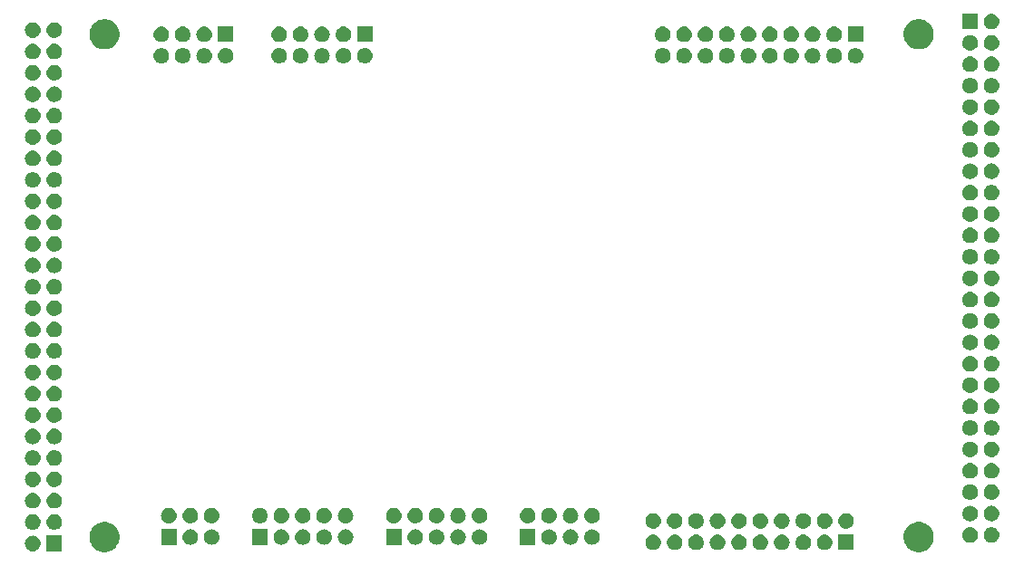
<source format=gbr>
G04 #@! TF.GenerationSoftware,KiCad,Pcbnew,(5.1.2)-1*
G04 #@! TF.CreationDate,2019-06-05T20:45:29-04:00*
G04 #@! TF.ProjectId,riser,72697365-722e-46b6-9963-61645f706362,rev?*
G04 #@! TF.SameCoordinates,Original*
G04 #@! TF.FileFunction,Soldermask,Bot*
G04 #@! TF.FilePolarity,Negative*
%FSLAX46Y46*%
G04 Gerber Fmt 4.6, Leading zero omitted, Abs format (unit mm)*
G04 Created by KiCad (PCBNEW (5.1.2)-1) date 2019-06-05 20:45:29*
%MOMM*%
%LPD*%
G04 APERTURE LIST*
%ADD10C,0.100000*%
G04 APERTURE END LIST*
D10*
G36*
X176318433Y-117634893D02*
G01*
X176408657Y-117652839D01*
X176514267Y-117696585D01*
X176663621Y-117758449D01*
X176739763Y-117809325D01*
X176893086Y-117911772D01*
X177088228Y-118106914D01*
X177190675Y-118260237D01*
X177241551Y-118336379D01*
X177347161Y-118591344D01*
X177401000Y-118862012D01*
X177401000Y-119137988D01*
X177372917Y-119279172D01*
X177347161Y-119408657D01*
X177311777Y-119494080D01*
X177241551Y-119663621D01*
X177206890Y-119715495D01*
X177088228Y-119893086D01*
X176893086Y-120088228D01*
X176773608Y-120168060D01*
X176663621Y-120241551D01*
X176514267Y-120303415D01*
X176408657Y-120347161D01*
X176318433Y-120365107D01*
X176137988Y-120401000D01*
X175862012Y-120401000D01*
X175681567Y-120365107D01*
X175591343Y-120347161D01*
X175485733Y-120303415D01*
X175336379Y-120241551D01*
X175226392Y-120168060D01*
X175106914Y-120088228D01*
X174911772Y-119893086D01*
X174793110Y-119715495D01*
X174758449Y-119663621D01*
X174688223Y-119494080D01*
X174652839Y-119408657D01*
X174627083Y-119279172D01*
X174599000Y-119137988D01*
X174599000Y-118862012D01*
X174652839Y-118591344D01*
X174758449Y-118336379D01*
X174809325Y-118260237D01*
X174911772Y-118106914D01*
X175106914Y-117911772D01*
X175260237Y-117809325D01*
X175336379Y-117758449D01*
X175485733Y-117696585D01*
X175591343Y-117652839D01*
X175681567Y-117634893D01*
X175862012Y-117599000D01*
X176137988Y-117599000D01*
X176318433Y-117634893D01*
X176318433Y-117634893D01*
G37*
G36*
X100318433Y-117634893D02*
G01*
X100408657Y-117652839D01*
X100514267Y-117696585D01*
X100663621Y-117758449D01*
X100739763Y-117809325D01*
X100893086Y-117911772D01*
X101088228Y-118106914D01*
X101190675Y-118260237D01*
X101241551Y-118336379D01*
X101347161Y-118591344D01*
X101401000Y-118862012D01*
X101401000Y-119137988D01*
X101372917Y-119279172D01*
X101347161Y-119408657D01*
X101311777Y-119494080D01*
X101241551Y-119663621D01*
X101206890Y-119715495D01*
X101088228Y-119893086D01*
X100893086Y-120088228D01*
X100773608Y-120168060D01*
X100663621Y-120241551D01*
X100514267Y-120303415D01*
X100408657Y-120347161D01*
X100318433Y-120365107D01*
X100137988Y-120401000D01*
X99862012Y-120401000D01*
X99681567Y-120365107D01*
X99591343Y-120347161D01*
X99485733Y-120303415D01*
X99336379Y-120241551D01*
X99226392Y-120168060D01*
X99106914Y-120088228D01*
X98911772Y-119893086D01*
X98793110Y-119715495D01*
X98758449Y-119663621D01*
X98688223Y-119494080D01*
X98652839Y-119408657D01*
X98627083Y-119279172D01*
X98599000Y-119137988D01*
X98599000Y-118862012D01*
X98652839Y-118591344D01*
X98758449Y-118336379D01*
X98809325Y-118260237D01*
X98911772Y-118106914D01*
X99106914Y-117911772D01*
X99260237Y-117809325D01*
X99336379Y-117758449D01*
X99485733Y-117696585D01*
X99591343Y-117652839D01*
X99681567Y-117634893D01*
X99862012Y-117599000D01*
X100137988Y-117599000D01*
X100318433Y-117634893D01*
X100318433Y-117634893D01*
G37*
G36*
X96026000Y-120326000D02*
G01*
X94574000Y-120326000D01*
X94574000Y-118874000D01*
X96026000Y-118874000D01*
X96026000Y-120326000D01*
X96026000Y-120326000D01*
G37*
G36*
X93371213Y-118877502D02*
G01*
X93442321Y-118884505D01*
X93579172Y-118926019D01*
X93579175Y-118926020D01*
X93705294Y-118993432D01*
X93815843Y-119084157D01*
X93906568Y-119194706D01*
X93973980Y-119320825D01*
X93973981Y-119320828D01*
X94015495Y-119457679D01*
X94029512Y-119600000D01*
X94015495Y-119742321D01*
X94006112Y-119773252D01*
X93973980Y-119879175D01*
X93906568Y-120005294D01*
X93815843Y-120115843D01*
X93705294Y-120206568D01*
X93579175Y-120273980D01*
X93579172Y-120273981D01*
X93442321Y-120315495D01*
X93371213Y-120322498D01*
X93335660Y-120326000D01*
X93264340Y-120326000D01*
X93228787Y-120322498D01*
X93157679Y-120315495D01*
X93020828Y-120273981D01*
X93020825Y-120273980D01*
X92894706Y-120206568D01*
X92784157Y-120115843D01*
X92693432Y-120005294D01*
X92626020Y-119879175D01*
X92593888Y-119773252D01*
X92584505Y-119742321D01*
X92570488Y-119600000D01*
X92584505Y-119457679D01*
X92626019Y-119320828D01*
X92626020Y-119320825D01*
X92693432Y-119194706D01*
X92784157Y-119084157D01*
X92894706Y-118993432D01*
X93020825Y-118926020D01*
X93020828Y-118926019D01*
X93157679Y-118884505D01*
X93228787Y-118877502D01*
X93264340Y-118874000D01*
X93335660Y-118874000D01*
X93371213Y-118877502D01*
X93371213Y-118877502D01*
G37*
G36*
X153291253Y-118771582D02*
G01*
X153362361Y-118778585D01*
X153499212Y-118820099D01*
X153499215Y-118820100D01*
X153625334Y-118887512D01*
X153735883Y-118978237D01*
X153826608Y-119088786D01*
X153894020Y-119214905D01*
X153894021Y-119214908D01*
X153935535Y-119351759D01*
X153949552Y-119494080D01*
X153935535Y-119636401D01*
X153903404Y-119742321D01*
X153894020Y-119773255D01*
X153826608Y-119899374D01*
X153735883Y-120009923D01*
X153625334Y-120100648D01*
X153499215Y-120168060D01*
X153499212Y-120168061D01*
X153362361Y-120209575D01*
X153291253Y-120216578D01*
X153255700Y-120220080D01*
X153184380Y-120220080D01*
X153148827Y-120216578D01*
X153077719Y-120209575D01*
X152940868Y-120168061D01*
X152940865Y-120168060D01*
X152814746Y-120100648D01*
X152704197Y-120009923D01*
X152613472Y-119899374D01*
X152546060Y-119773255D01*
X152536676Y-119742321D01*
X152504545Y-119636401D01*
X152490528Y-119494080D01*
X152504545Y-119351759D01*
X152546059Y-119214908D01*
X152546060Y-119214905D01*
X152613472Y-119088786D01*
X152704197Y-118978237D01*
X152814746Y-118887512D01*
X152940865Y-118820100D01*
X152940868Y-118820099D01*
X153077719Y-118778585D01*
X153148827Y-118771582D01*
X153184380Y-118768080D01*
X153255700Y-118768080D01*
X153291253Y-118771582D01*
X153291253Y-118771582D01*
G37*
G36*
X151291253Y-118771582D02*
G01*
X151362361Y-118778585D01*
X151499212Y-118820099D01*
X151499215Y-118820100D01*
X151625334Y-118887512D01*
X151735883Y-118978237D01*
X151826608Y-119088786D01*
X151894020Y-119214905D01*
X151894021Y-119214908D01*
X151935535Y-119351759D01*
X151949552Y-119494080D01*
X151935535Y-119636401D01*
X151903404Y-119742321D01*
X151894020Y-119773255D01*
X151826608Y-119899374D01*
X151735883Y-120009923D01*
X151625334Y-120100648D01*
X151499215Y-120168060D01*
X151499212Y-120168061D01*
X151362361Y-120209575D01*
X151291253Y-120216578D01*
X151255700Y-120220080D01*
X151184380Y-120220080D01*
X151148827Y-120216578D01*
X151077719Y-120209575D01*
X150940868Y-120168061D01*
X150940865Y-120168060D01*
X150814746Y-120100648D01*
X150704197Y-120009923D01*
X150613472Y-119899374D01*
X150546060Y-119773255D01*
X150536676Y-119742321D01*
X150504545Y-119636401D01*
X150490528Y-119494080D01*
X150504545Y-119351759D01*
X150546059Y-119214908D01*
X150546060Y-119214905D01*
X150613472Y-119088786D01*
X150704197Y-118978237D01*
X150814746Y-118887512D01*
X150940865Y-118820100D01*
X150940868Y-118820099D01*
X151077719Y-118778585D01*
X151148827Y-118771582D01*
X151184380Y-118768080D01*
X151255700Y-118768080D01*
X151291253Y-118771582D01*
X151291253Y-118771582D01*
G37*
G36*
X155291253Y-118771582D02*
G01*
X155362361Y-118778585D01*
X155499212Y-118820099D01*
X155499215Y-118820100D01*
X155625334Y-118887512D01*
X155735883Y-118978237D01*
X155826608Y-119088786D01*
X155894020Y-119214905D01*
X155894021Y-119214908D01*
X155935535Y-119351759D01*
X155949552Y-119494080D01*
X155935535Y-119636401D01*
X155903404Y-119742321D01*
X155894020Y-119773255D01*
X155826608Y-119899374D01*
X155735883Y-120009923D01*
X155625334Y-120100648D01*
X155499215Y-120168060D01*
X155499212Y-120168061D01*
X155362361Y-120209575D01*
X155291253Y-120216578D01*
X155255700Y-120220080D01*
X155184380Y-120220080D01*
X155148827Y-120216578D01*
X155077719Y-120209575D01*
X154940868Y-120168061D01*
X154940865Y-120168060D01*
X154814746Y-120100648D01*
X154704197Y-120009923D01*
X154613472Y-119899374D01*
X154546060Y-119773255D01*
X154536676Y-119742321D01*
X154504545Y-119636401D01*
X154490528Y-119494080D01*
X154504545Y-119351759D01*
X154546059Y-119214908D01*
X154546060Y-119214905D01*
X154613472Y-119088786D01*
X154704197Y-118978237D01*
X154814746Y-118887512D01*
X154940865Y-118820100D01*
X154940868Y-118820099D01*
X155077719Y-118778585D01*
X155148827Y-118771582D01*
X155184380Y-118768080D01*
X155255700Y-118768080D01*
X155291253Y-118771582D01*
X155291253Y-118771582D01*
G37*
G36*
X157291253Y-118771582D02*
G01*
X157362361Y-118778585D01*
X157499212Y-118820099D01*
X157499215Y-118820100D01*
X157625334Y-118887512D01*
X157735883Y-118978237D01*
X157826608Y-119088786D01*
X157894020Y-119214905D01*
X157894021Y-119214908D01*
X157935535Y-119351759D01*
X157949552Y-119494080D01*
X157935535Y-119636401D01*
X157903404Y-119742321D01*
X157894020Y-119773255D01*
X157826608Y-119899374D01*
X157735883Y-120009923D01*
X157625334Y-120100648D01*
X157499215Y-120168060D01*
X157499212Y-120168061D01*
X157362361Y-120209575D01*
X157291253Y-120216578D01*
X157255700Y-120220080D01*
X157184380Y-120220080D01*
X157148827Y-120216578D01*
X157077719Y-120209575D01*
X156940868Y-120168061D01*
X156940865Y-120168060D01*
X156814746Y-120100648D01*
X156704197Y-120009923D01*
X156613472Y-119899374D01*
X156546060Y-119773255D01*
X156536676Y-119742321D01*
X156504545Y-119636401D01*
X156490528Y-119494080D01*
X156504545Y-119351759D01*
X156546059Y-119214908D01*
X156546060Y-119214905D01*
X156613472Y-119088786D01*
X156704197Y-118978237D01*
X156814746Y-118887512D01*
X156940865Y-118820100D01*
X156940868Y-118820099D01*
X157077719Y-118778585D01*
X157148827Y-118771582D01*
X157184380Y-118768080D01*
X157255700Y-118768080D01*
X157291253Y-118771582D01*
X157291253Y-118771582D01*
G37*
G36*
X159291253Y-118771582D02*
G01*
X159362361Y-118778585D01*
X159499212Y-118820099D01*
X159499215Y-118820100D01*
X159625334Y-118887512D01*
X159735883Y-118978237D01*
X159826608Y-119088786D01*
X159894020Y-119214905D01*
X159894021Y-119214908D01*
X159935535Y-119351759D01*
X159949552Y-119494080D01*
X159935535Y-119636401D01*
X159903404Y-119742321D01*
X159894020Y-119773255D01*
X159826608Y-119899374D01*
X159735883Y-120009923D01*
X159625334Y-120100648D01*
X159499215Y-120168060D01*
X159499212Y-120168061D01*
X159362361Y-120209575D01*
X159291253Y-120216578D01*
X159255700Y-120220080D01*
X159184380Y-120220080D01*
X159148827Y-120216578D01*
X159077719Y-120209575D01*
X158940868Y-120168061D01*
X158940865Y-120168060D01*
X158814746Y-120100648D01*
X158704197Y-120009923D01*
X158613472Y-119899374D01*
X158546060Y-119773255D01*
X158536676Y-119742321D01*
X158504545Y-119636401D01*
X158490528Y-119494080D01*
X158504545Y-119351759D01*
X158546059Y-119214908D01*
X158546060Y-119214905D01*
X158613472Y-119088786D01*
X158704197Y-118978237D01*
X158814746Y-118887512D01*
X158940865Y-118820100D01*
X158940868Y-118820099D01*
X159077719Y-118778585D01*
X159148827Y-118771582D01*
X159184380Y-118768080D01*
X159255700Y-118768080D01*
X159291253Y-118771582D01*
X159291253Y-118771582D01*
G37*
G36*
X161291253Y-118771582D02*
G01*
X161362361Y-118778585D01*
X161499212Y-118820099D01*
X161499215Y-118820100D01*
X161625334Y-118887512D01*
X161735883Y-118978237D01*
X161826608Y-119088786D01*
X161894020Y-119214905D01*
X161894021Y-119214908D01*
X161935535Y-119351759D01*
X161949552Y-119494080D01*
X161935535Y-119636401D01*
X161903404Y-119742321D01*
X161894020Y-119773255D01*
X161826608Y-119899374D01*
X161735883Y-120009923D01*
X161625334Y-120100648D01*
X161499215Y-120168060D01*
X161499212Y-120168061D01*
X161362361Y-120209575D01*
X161291253Y-120216578D01*
X161255700Y-120220080D01*
X161184380Y-120220080D01*
X161148827Y-120216578D01*
X161077719Y-120209575D01*
X160940868Y-120168061D01*
X160940865Y-120168060D01*
X160814746Y-120100648D01*
X160704197Y-120009923D01*
X160613472Y-119899374D01*
X160546060Y-119773255D01*
X160536676Y-119742321D01*
X160504545Y-119636401D01*
X160490528Y-119494080D01*
X160504545Y-119351759D01*
X160546059Y-119214908D01*
X160546060Y-119214905D01*
X160613472Y-119088786D01*
X160704197Y-118978237D01*
X160814746Y-118887512D01*
X160940865Y-118820100D01*
X160940868Y-118820099D01*
X161077719Y-118778585D01*
X161148827Y-118771582D01*
X161184380Y-118768080D01*
X161255700Y-118768080D01*
X161291253Y-118771582D01*
X161291253Y-118771582D01*
G37*
G36*
X163291253Y-118771582D02*
G01*
X163362361Y-118778585D01*
X163499212Y-118820099D01*
X163499215Y-118820100D01*
X163625334Y-118887512D01*
X163735883Y-118978237D01*
X163826608Y-119088786D01*
X163894020Y-119214905D01*
X163894021Y-119214908D01*
X163935535Y-119351759D01*
X163949552Y-119494080D01*
X163935535Y-119636401D01*
X163903404Y-119742321D01*
X163894020Y-119773255D01*
X163826608Y-119899374D01*
X163735883Y-120009923D01*
X163625334Y-120100648D01*
X163499215Y-120168060D01*
X163499212Y-120168061D01*
X163362361Y-120209575D01*
X163291253Y-120216578D01*
X163255700Y-120220080D01*
X163184380Y-120220080D01*
X163148827Y-120216578D01*
X163077719Y-120209575D01*
X162940868Y-120168061D01*
X162940865Y-120168060D01*
X162814746Y-120100648D01*
X162704197Y-120009923D01*
X162613472Y-119899374D01*
X162546060Y-119773255D01*
X162536676Y-119742321D01*
X162504545Y-119636401D01*
X162490528Y-119494080D01*
X162504545Y-119351759D01*
X162546059Y-119214908D01*
X162546060Y-119214905D01*
X162613472Y-119088786D01*
X162704197Y-118978237D01*
X162814746Y-118887512D01*
X162940865Y-118820100D01*
X162940868Y-118820099D01*
X163077719Y-118778585D01*
X163148827Y-118771582D01*
X163184380Y-118768080D01*
X163255700Y-118768080D01*
X163291253Y-118771582D01*
X163291253Y-118771582D01*
G37*
G36*
X165291253Y-118771582D02*
G01*
X165362361Y-118778585D01*
X165499212Y-118820099D01*
X165499215Y-118820100D01*
X165625334Y-118887512D01*
X165735883Y-118978237D01*
X165826608Y-119088786D01*
X165894020Y-119214905D01*
X165894021Y-119214908D01*
X165935535Y-119351759D01*
X165949552Y-119494080D01*
X165935535Y-119636401D01*
X165903404Y-119742321D01*
X165894020Y-119773255D01*
X165826608Y-119899374D01*
X165735883Y-120009923D01*
X165625334Y-120100648D01*
X165499215Y-120168060D01*
X165499212Y-120168061D01*
X165362361Y-120209575D01*
X165291253Y-120216578D01*
X165255700Y-120220080D01*
X165184380Y-120220080D01*
X165148827Y-120216578D01*
X165077719Y-120209575D01*
X164940868Y-120168061D01*
X164940865Y-120168060D01*
X164814746Y-120100648D01*
X164704197Y-120009923D01*
X164613472Y-119899374D01*
X164546060Y-119773255D01*
X164536676Y-119742321D01*
X164504545Y-119636401D01*
X164490528Y-119494080D01*
X164504545Y-119351759D01*
X164546059Y-119214908D01*
X164546060Y-119214905D01*
X164613472Y-119088786D01*
X164704197Y-118978237D01*
X164814746Y-118887512D01*
X164940865Y-118820100D01*
X164940868Y-118820099D01*
X165077719Y-118778585D01*
X165148827Y-118771582D01*
X165184380Y-118768080D01*
X165255700Y-118768080D01*
X165291253Y-118771582D01*
X165291253Y-118771582D01*
G37*
G36*
X169946040Y-120220080D02*
G01*
X168494040Y-120220080D01*
X168494040Y-118768080D01*
X169946040Y-118768080D01*
X169946040Y-120220080D01*
X169946040Y-120220080D01*
G37*
G36*
X167291253Y-118771582D02*
G01*
X167362361Y-118778585D01*
X167499212Y-118820099D01*
X167499215Y-118820100D01*
X167625334Y-118887512D01*
X167735883Y-118978237D01*
X167826608Y-119088786D01*
X167894020Y-119214905D01*
X167894021Y-119214908D01*
X167935535Y-119351759D01*
X167949552Y-119494080D01*
X167935535Y-119636401D01*
X167903404Y-119742321D01*
X167894020Y-119773255D01*
X167826608Y-119899374D01*
X167735883Y-120009923D01*
X167625334Y-120100648D01*
X167499215Y-120168060D01*
X167499212Y-120168061D01*
X167362361Y-120209575D01*
X167291253Y-120216578D01*
X167255700Y-120220080D01*
X167184380Y-120220080D01*
X167148827Y-120216578D01*
X167077719Y-120209575D01*
X166940868Y-120168061D01*
X166940865Y-120168060D01*
X166814746Y-120100648D01*
X166704197Y-120009923D01*
X166613472Y-119899374D01*
X166546060Y-119773255D01*
X166536676Y-119742321D01*
X166504545Y-119636401D01*
X166490528Y-119494080D01*
X166504545Y-119351759D01*
X166546059Y-119214908D01*
X166546060Y-119214905D01*
X166613472Y-119088786D01*
X166704197Y-118978237D01*
X166814746Y-118887512D01*
X166940865Y-118820100D01*
X166940868Y-118820099D01*
X167077719Y-118778585D01*
X167148827Y-118771582D01*
X167184380Y-118768080D01*
X167255700Y-118768080D01*
X167291253Y-118771582D01*
X167291253Y-118771582D01*
G37*
G36*
X118571213Y-118277502D02*
G01*
X118642321Y-118284505D01*
X118779109Y-118326000D01*
X118779175Y-118326020D01*
X118905294Y-118393432D01*
X119015843Y-118484157D01*
X119106568Y-118594706D01*
X119173980Y-118720825D01*
X119173981Y-118720828D01*
X119215495Y-118857679D01*
X119229512Y-119000000D01*
X119215495Y-119142321D01*
X119173981Y-119279172D01*
X119173980Y-119279175D01*
X119106568Y-119405294D01*
X119015843Y-119515843D01*
X118905294Y-119606568D01*
X118779175Y-119673980D01*
X118779172Y-119673981D01*
X118642321Y-119715495D01*
X118571213Y-119722498D01*
X118535660Y-119726000D01*
X118464340Y-119726000D01*
X118428787Y-119722498D01*
X118357679Y-119715495D01*
X118220828Y-119673981D01*
X118220825Y-119673980D01*
X118094706Y-119606568D01*
X117984157Y-119515843D01*
X117893432Y-119405294D01*
X117826020Y-119279175D01*
X117826019Y-119279172D01*
X117784505Y-119142321D01*
X117770488Y-119000000D01*
X117784505Y-118857679D01*
X117826019Y-118720828D01*
X117826020Y-118720825D01*
X117893432Y-118594706D01*
X117984157Y-118484157D01*
X118094706Y-118393432D01*
X118220825Y-118326020D01*
X118220891Y-118326000D01*
X118357679Y-118284505D01*
X118428787Y-118277502D01*
X118464340Y-118274000D01*
X118535660Y-118274000D01*
X118571213Y-118277502D01*
X118571213Y-118277502D01*
G37*
G36*
X116571213Y-118277502D02*
G01*
X116642321Y-118284505D01*
X116779109Y-118326000D01*
X116779175Y-118326020D01*
X116905294Y-118393432D01*
X117015843Y-118484157D01*
X117106568Y-118594706D01*
X117173980Y-118720825D01*
X117173981Y-118720828D01*
X117215495Y-118857679D01*
X117229512Y-119000000D01*
X117215495Y-119142321D01*
X117173981Y-119279172D01*
X117173980Y-119279175D01*
X117106568Y-119405294D01*
X117015843Y-119515843D01*
X116905294Y-119606568D01*
X116779175Y-119673980D01*
X116779172Y-119673981D01*
X116642321Y-119715495D01*
X116571213Y-119722498D01*
X116535660Y-119726000D01*
X116464340Y-119726000D01*
X116428787Y-119722498D01*
X116357679Y-119715495D01*
X116220828Y-119673981D01*
X116220825Y-119673980D01*
X116094706Y-119606568D01*
X115984157Y-119515843D01*
X115893432Y-119405294D01*
X115826020Y-119279175D01*
X115826019Y-119279172D01*
X115784505Y-119142321D01*
X115770488Y-119000000D01*
X115784505Y-118857679D01*
X115826019Y-118720828D01*
X115826020Y-118720825D01*
X115893432Y-118594706D01*
X115984157Y-118484157D01*
X116094706Y-118393432D01*
X116220825Y-118326020D01*
X116220891Y-118326000D01*
X116357679Y-118284505D01*
X116428787Y-118277502D01*
X116464340Y-118274000D01*
X116535660Y-118274000D01*
X116571213Y-118277502D01*
X116571213Y-118277502D01*
G37*
G36*
X115226000Y-119726000D02*
G01*
X113774000Y-119726000D01*
X113774000Y-118274000D01*
X115226000Y-118274000D01*
X115226000Y-119726000D01*
X115226000Y-119726000D01*
G37*
G36*
X127726000Y-119726000D02*
G01*
X126274000Y-119726000D01*
X126274000Y-118274000D01*
X127726000Y-118274000D01*
X127726000Y-119726000D01*
X127726000Y-119726000D01*
G37*
G36*
X131071213Y-118277502D02*
G01*
X131142321Y-118284505D01*
X131279109Y-118326000D01*
X131279175Y-118326020D01*
X131405294Y-118393432D01*
X131515843Y-118484157D01*
X131606568Y-118594706D01*
X131673980Y-118720825D01*
X131673981Y-118720828D01*
X131715495Y-118857679D01*
X131729512Y-119000000D01*
X131715495Y-119142321D01*
X131673981Y-119279172D01*
X131673980Y-119279175D01*
X131606568Y-119405294D01*
X131515843Y-119515843D01*
X131405294Y-119606568D01*
X131279175Y-119673980D01*
X131279172Y-119673981D01*
X131142321Y-119715495D01*
X131071213Y-119722498D01*
X131035660Y-119726000D01*
X130964340Y-119726000D01*
X130928787Y-119722498D01*
X130857679Y-119715495D01*
X130720828Y-119673981D01*
X130720825Y-119673980D01*
X130594706Y-119606568D01*
X130484157Y-119515843D01*
X130393432Y-119405294D01*
X130326020Y-119279175D01*
X130326019Y-119279172D01*
X130284505Y-119142321D01*
X130270488Y-119000000D01*
X130284505Y-118857679D01*
X130326019Y-118720828D01*
X130326020Y-118720825D01*
X130393432Y-118594706D01*
X130484157Y-118484157D01*
X130594706Y-118393432D01*
X130720825Y-118326020D01*
X130720891Y-118326000D01*
X130857679Y-118284505D01*
X130928787Y-118277502D01*
X130964340Y-118274000D01*
X131035660Y-118274000D01*
X131071213Y-118277502D01*
X131071213Y-118277502D01*
G37*
G36*
X129071213Y-118277502D02*
G01*
X129142321Y-118284505D01*
X129279109Y-118326000D01*
X129279175Y-118326020D01*
X129405294Y-118393432D01*
X129515843Y-118484157D01*
X129606568Y-118594706D01*
X129673980Y-118720825D01*
X129673981Y-118720828D01*
X129715495Y-118857679D01*
X129729512Y-119000000D01*
X129715495Y-119142321D01*
X129673981Y-119279172D01*
X129673980Y-119279175D01*
X129606568Y-119405294D01*
X129515843Y-119515843D01*
X129405294Y-119606568D01*
X129279175Y-119673980D01*
X129279172Y-119673981D01*
X129142321Y-119715495D01*
X129071213Y-119722498D01*
X129035660Y-119726000D01*
X128964340Y-119726000D01*
X128928787Y-119722498D01*
X128857679Y-119715495D01*
X128720828Y-119673981D01*
X128720825Y-119673980D01*
X128594706Y-119606568D01*
X128484157Y-119515843D01*
X128393432Y-119405294D01*
X128326020Y-119279175D01*
X128326019Y-119279172D01*
X128284505Y-119142321D01*
X128270488Y-119000000D01*
X128284505Y-118857679D01*
X128326019Y-118720828D01*
X128326020Y-118720825D01*
X128393432Y-118594706D01*
X128484157Y-118484157D01*
X128594706Y-118393432D01*
X128720825Y-118326020D01*
X128720891Y-118326000D01*
X128857679Y-118284505D01*
X128928787Y-118277502D01*
X128964340Y-118274000D01*
X129035660Y-118274000D01*
X129071213Y-118277502D01*
X129071213Y-118277502D01*
G37*
G36*
X106726000Y-119726000D02*
G01*
X105274000Y-119726000D01*
X105274000Y-118274000D01*
X106726000Y-118274000D01*
X106726000Y-119726000D01*
X106726000Y-119726000D01*
G37*
G36*
X108071213Y-118277502D02*
G01*
X108142321Y-118284505D01*
X108279109Y-118326000D01*
X108279175Y-118326020D01*
X108405294Y-118393432D01*
X108515843Y-118484157D01*
X108606568Y-118594706D01*
X108673980Y-118720825D01*
X108673981Y-118720828D01*
X108715495Y-118857679D01*
X108729512Y-119000000D01*
X108715495Y-119142321D01*
X108673981Y-119279172D01*
X108673980Y-119279175D01*
X108606568Y-119405294D01*
X108515843Y-119515843D01*
X108405294Y-119606568D01*
X108279175Y-119673980D01*
X108279172Y-119673981D01*
X108142321Y-119715495D01*
X108071213Y-119722498D01*
X108035660Y-119726000D01*
X107964340Y-119726000D01*
X107928787Y-119722498D01*
X107857679Y-119715495D01*
X107720828Y-119673981D01*
X107720825Y-119673980D01*
X107594706Y-119606568D01*
X107484157Y-119515843D01*
X107393432Y-119405294D01*
X107326020Y-119279175D01*
X107326019Y-119279172D01*
X107284505Y-119142321D01*
X107270488Y-119000000D01*
X107284505Y-118857679D01*
X107326019Y-118720828D01*
X107326020Y-118720825D01*
X107393432Y-118594706D01*
X107484157Y-118484157D01*
X107594706Y-118393432D01*
X107720825Y-118326020D01*
X107720891Y-118326000D01*
X107857679Y-118284505D01*
X107928787Y-118277502D01*
X107964340Y-118274000D01*
X108035660Y-118274000D01*
X108071213Y-118277502D01*
X108071213Y-118277502D01*
G37*
G36*
X122571213Y-118277502D02*
G01*
X122642321Y-118284505D01*
X122779109Y-118326000D01*
X122779175Y-118326020D01*
X122905294Y-118393432D01*
X123015843Y-118484157D01*
X123106568Y-118594706D01*
X123173980Y-118720825D01*
X123173981Y-118720828D01*
X123215495Y-118857679D01*
X123229512Y-119000000D01*
X123215495Y-119142321D01*
X123173981Y-119279172D01*
X123173980Y-119279175D01*
X123106568Y-119405294D01*
X123015843Y-119515843D01*
X122905294Y-119606568D01*
X122779175Y-119673980D01*
X122779172Y-119673981D01*
X122642321Y-119715495D01*
X122571213Y-119722498D01*
X122535660Y-119726000D01*
X122464340Y-119726000D01*
X122428787Y-119722498D01*
X122357679Y-119715495D01*
X122220828Y-119673981D01*
X122220825Y-119673980D01*
X122094706Y-119606568D01*
X121984157Y-119515843D01*
X121893432Y-119405294D01*
X121826020Y-119279175D01*
X121826019Y-119279172D01*
X121784505Y-119142321D01*
X121770488Y-119000000D01*
X121784505Y-118857679D01*
X121826019Y-118720828D01*
X121826020Y-118720825D01*
X121893432Y-118594706D01*
X121984157Y-118484157D01*
X122094706Y-118393432D01*
X122220825Y-118326020D01*
X122220891Y-118326000D01*
X122357679Y-118284505D01*
X122428787Y-118277502D01*
X122464340Y-118274000D01*
X122535660Y-118274000D01*
X122571213Y-118277502D01*
X122571213Y-118277502D01*
G37*
G36*
X140226000Y-119726000D02*
G01*
X138774000Y-119726000D01*
X138774000Y-118274000D01*
X140226000Y-118274000D01*
X140226000Y-119726000D01*
X140226000Y-119726000D01*
G37*
G36*
X143571213Y-118277502D02*
G01*
X143642321Y-118284505D01*
X143779109Y-118326000D01*
X143779175Y-118326020D01*
X143905294Y-118393432D01*
X144015843Y-118484157D01*
X144106568Y-118594706D01*
X144173980Y-118720825D01*
X144173981Y-118720828D01*
X144215495Y-118857679D01*
X144229512Y-119000000D01*
X144215495Y-119142321D01*
X144173981Y-119279172D01*
X144173980Y-119279175D01*
X144106568Y-119405294D01*
X144015843Y-119515843D01*
X143905294Y-119606568D01*
X143779175Y-119673980D01*
X143779172Y-119673981D01*
X143642321Y-119715495D01*
X143571213Y-119722498D01*
X143535660Y-119726000D01*
X143464340Y-119726000D01*
X143428787Y-119722498D01*
X143357679Y-119715495D01*
X143220828Y-119673981D01*
X143220825Y-119673980D01*
X143094706Y-119606568D01*
X142984157Y-119515843D01*
X142893432Y-119405294D01*
X142826020Y-119279175D01*
X142826019Y-119279172D01*
X142784505Y-119142321D01*
X142770488Y-119000000D01*
X142784505Y-118857679D01*
X142826019Y-118720828D01*
X142826020Y-118720825D01*
X142893432Y-118594706D01*
X142984157Y-118484157D01*
X143094706Y-118393432D01*
X143220825Y-118326020D01*
X143220891Y-118326000D01*
X143357679Y-118284505D01*
X143428787Y-118277502D01*
X143464340Y-118274000D01*
X143535660Y-118274000D01*
X143571213Y-118277502D01*
X143571213Y-118277502D01*
G37*
G36*
X145571213Y-118277502D02*
G01*
X145642321Y-118284505D01*
X145779109Y-118326000D01*
X145779175Y-118326020D01*
X145905294Y-118393432D01*
X146015843Y-118484157D01*
X146106568Y-118594706D01*
X146173980Y-118720825D01*
X146173981Y-118720828D01*
X146215495Y-118857679D01*
X146229512Y-119000000D01*
X146215495Y-119142321D01*
X146173981Y-119279172D01*
X146173980Y-119279175D01*
X146106568Y-119405294D01*
X146015843Y-119515843D01*
X145905294Y-119606568D01*
X145779175Y-119673980D01*
X145779172Y-119673981D01*
X145642321Y-119715495D01*
X145571213Y-119722498D01*
X145535660Y-119726000D01*
X145464340Y-119726000D01*
X145428787Y-119722498D01*
X145357679Y-119715495D01*
X145220828Y-119673981D01*
X145220825Y-119673980D01*
X145094706Y-119606568D01*
X144984157Y-119515843D01*
X144893432Y-119405294D01*
X144826020Y-119279175D01*
X144826019Y-119279172D01*
X144784505Y-119142321D01*
X144770488Y-119000000D01*
X144784505Y-118857679D01*
X144826019Y-118720828D01*
X144826020Y-118720825D01*
X144893432Y-118594706D01*
X144984157Y-118484157D01*
X145094706Y-118393432D01*
X145220825Y-118326020D01*
X145220891Y-118326000D01*
X145357679Y-118284505D01*
X145428787Y-118277502D01*
X145464340Y-118274000D01*
X145535660Y-118274000D01*
X145571213Y-118277502D01*
X145571213Y-118277502D01*
G37*
G36*
X110071213Y-118277502D02*
G01*
X110142321Y-118284505D01*
X110279109Y-118326000D01*
X110279175Y-118326020D01*
X110405294Y-118393432D01*
X110515843Y-118484157D01*
X110606568Y-118594706D01*
X110673980Y-118720825D01*
X110673981Y-118720828D01*
X110715495Y-118857679D01*
X110729512Y-119000000D01*
X110715495Y-119142321D01*
X110673981Y-119279172D01*
X110673980Y-119279175D01*
X110606568Y-119405294D01*
X110515843Y-119515843D01*
X110405294Y-119606568D01*
X110279175Y-119673980D01*
X110279172Y-119673981D01*
X110142321Y-119715495D01*
X110071213Y-119722498D01*
X110035660Y-119726000D01*
X109964340Y-119726000D01*
X109928787Y-119722498D01*
X109857679Y-119715495D01*
X109720828Y-119673981D01*
X109720825Y-119673980D01*
X109594706Y-119606568D01*
X109484157Y-119515843D01*
X109393432Y-119405294D01*
X109326020Y-119279175D01*
X109326019Y-119279172D01*
X109284505Y-119142321D01*
X109270488Y-119000000D01*
X109284505Y-118857679D01*
X109326019Y-118720828D01*
X109326020Y-118720825D01*
X109393432Y-118594706D01*
X109484157Y-118484157D01*
X109594706Y-118393432D01*
X109720825Y-118326020D01*
X109720891Y-118326000D01*
X109857679Y-118284505D01*
X109928787Y-118277502D01*
X109964340Y-118274000D01*
X110035660Y-118274000D01*
X110071213Y-118277502D01*
X110071213Y-118277502D01*
G37*
G36*
X135071213Y-118277502D02*
G01*
X135142321Y-118284505D01*
X135279109Y-118326000D01*
X135279175Y-118326020D01*
X135405294Y-118393432D01*
X135515843Y-118484157D01*
X135606568Y-118594706D01*
X135673980Y-118720825D01*
X135673981Y-118720828D01*
X135715495Y-118857679D01*
X135729512Y-119000000D01*
X135715495Y-119142321D01*
X135673981Y-119279172D01*
X135673980Y-119279175D01*
X135606568Y-119405294D01*
X135515843Y-119515843D01*
X135405294Y-119606568D01*
X135279175Y-119673980D01*
X135279172Y-119673981D01*
X135142321Y-119715495D01*
X135071213Y-119722498D01*
X135035660Y-119726000D01*
X134964340Y-119726000D01*
X134928787Y-119722498D01*
X134857679Y-119715495D01*
X134720828Y-119673981D01*
X134720825Y-119673980D01*
X134594706Y-119606568D01*
X134484157Y-119515843D01*
X134393432Y-119405294D01*
X134326020Y-119279175D01*
X134326019Y-119279172D01*
X134284505Y-119142321D01*
X134270488Y-119000000D01*
X134284505Y-118857679D01*
X134326019Y-118720828D01*
X134326020Y-118720825D01*
X134393432Y-118594706D01*
X134484157Y-118484157D01*
X134594706Y-118393432D01*
X134720825Y-118326020D01*
X134720891Y-118326000D01*
X134857679Y-118284505D01*
X134928787Y-118277502D01*
X134964340Y-118274000D01*
X135035660Y-118274000D01*
X135071213Y-118277502D01*
X135071213Y-118277502D01*
G37*
G36*
X133071213Y-118277502D02*
G01*
X133142321Y-118284505D01*
X133279109Y-118326000D01*
X133279175Y-118326020D01*
X133405294Y-118393432D01*
X133515843Y-118484157D01*
X133606568Y-118594706D01*
X133673980Y-118720825D01*
X133673981Y-118720828D01*
X133715495Y-118857679D01*
X133729512Y-119000000D01*
X133715495Y-119142321D01*
X133673981Y-119279172D01*
X133673980Y-119279175D01*
X133606568Y-119405294D01*
X133515843Y-119515843D01*
X133405294Y-119606568D01*
X133279175Y-119673980D01*
X133279172Y-119673981D01*
X133142321Y-119715495D01*
X133071213Y-119722498D01*
X133035660Y-119726000D01*
X132964340Y-119726000D01*
X132928787Y-119722498D01*
X132857679Y-119715495D01*
X132720828Y-119673981D01*
X132720825Y-119673980D01*
X132594706Y-119606568D01*
X132484157Y-119515843D01*
X132393432Y-119405294D01*
X132326020Y-119279175D01*
X132326019Y-119279172D01*
X132284505Y-119142321D01*
X132270488Y-119000000D01*
X132284505Y-118857679D01*
X132326019Y-118720828D01*
X132326020Y-118720825D01*
X132393432Y-118594706D01*
X132484157Y-118484157D01*
X132594706Y-118393432D01*
X132720825Y-118326020D01*
X132720891Y-118326000D01*
X132857679Y-118284505D01*
X132928787Y-118277502D01*
X132964340Y-118274000D01*
X133035660Y-118274000D01*
X133071213Y-118277502D01*
X133071213Y-118277502D01*
G37*
G36*
X141571213Y-118277502D02*
G01*
X141642321Y-118284505D01*
X141779109Y-118326000D01*
X141779175Y-118326020D01*
X141905294Y-118393432D01*
X142015843Y-118484157D01*
X142106568Y-118594706D01*
X142173980Y-118720825D01*
X142173981Y-118720828D01*
X142215495Y-118857679D01*
X142229512Y-119000000D01*
X142215495Y-119142321D01*
X142173981Y-119279172D01*
X142173980Y-119279175D01*
X142106568Y-119405294D01*
X142015843Y-119515843D01*
X141905294Y-119606568D01*
X141779175Y-119673980D01*
X141779172Y-119673981D01*
X141642321Y-119715495D01*
X141571213Y-119722498D01*
X141535660Y-119726000D01*
X141464340Y-119726000D01*
X141428787Y-119722498D01*
X141357679Y-119715495D01*
X141220828Y-119673981D01*
X141220825Y-119673980D01*
X141094706Y-119606568D01*
X140984157Y-119515843D01*
X140893432Y-119405294D01*
X140826020Y-119279175D01*
X140826019Y-119279172D01*
X140784505Y-119142321D01*
X140770488Y-119000000D01*
X140784505Y-118857679D01*
X140826019Y-118720828D01*
X140826020Y-118720825D01*
X140893432Y-118594706D01*
X140984157Y-118484157D01*
X141094706Y-118393432D01*
X141220825Y-118326020D01*
X141220891Y-118326000D01*
X141357679Y-118284505D01*
X141428787Y-118277502D01*
X141464340Y-118274000D01*
X141535660Y-118274000D01*
X141571213Y-118277502D01*
X141571213Y-118277502D01*
G37*
G36*
X120571213Y-118277502D02*
G01*
X120642321Y-118284505D01*
X120779109Y-118326000D01*
X120779175Y-118326020D01*
X120905294Y-118393432D01*
X121015843Y-118484157D01*
X121106568Y-118594706D01*
X121173980Y-118720825D01*
X121173981Y-118720828D01*
X121215495Y-118857679D01*
X121229512Y-119000000D01*
X121215495Y-119142321D01*
X121173981Y-119279172D01*
X121173980Y-119279175D01*
X121106568Y-119405294D01*
X121015843Y-119515843D01*
X120905294Y-119606568D01*
X120779175Y-119673980D01*
X120779172Y-119673981D01*
X120642321Y-119715495D01*
X120571213Y-119722498D01*
X120535660Y-119726000D01*
X120464340Y-119726000D01*
X120428787Y-119722498D01*
X120357679Y-119715495D01*
X120220828Y-119673981D01*
X120220825Y-119673980D01*
X120094706Y-119606568D01*
X119984157Y-119515843D01*
X119893432Y-119405294D01*
X119826020Y-119279175D01*
X119826019Y-119279172D01*
X119784505Y-119142321D01*
X119770488Y-119000000D01*
X119784505Y-118857679D01*
X119826019Y-118720828D01*
X119826020Y-118720825D01*
X119893432Y-118594706D01*
X119984157Y-118484157D01*
X120094706Y-118393432D01*
X120220825Y-118326020D01*
X120220891Y-118326000D01*
X120357679Y-118284505D01*
X120428787Y-118277502D01*
X120464340Y-118274000D01*
X120535660Y-118274000D01*
X120571213Y-118277502D01*
X120571213Y-118277502D01*
G37*
G36*
X182871213Y-118077502D02*
G01*
X182942321Y-118084505D01*
X183079172Y-118126019D01*
X183079175Y-118126020D01*
X183205294Y-118193432D01*
X183315843Y-118284157D01*
X183406568Y-118394706D01*
X183473980Y-118520825D01*
X183473981Y-118520828D01*
X183515495Y-118657679D01*
X183529512Y-118800000D01*
X183515495Y-118942321D01*
X183499990Y-118993432D01*
X183473980Y-119079175D01*
X183406568Y-119205294D01*
X183315843Y-119315843D01*
X183205294Y-119406568D01*
X183079175Y-119473980D01*
X183079172Y-119473981D01*
X182942321Y-119515495D01*
X182871213Y-119522498D01*
X182835660Y-119526000D01*
X182764340Y-119526000D01*
X182728787Y-119522498D01*
X182657679Y-119515495D01*
X182520828Y-119473981D01*
X182520825Y-119473980D01*
X182394706Y-119406568D01*
X182284157Y-119315843D01*
X182193432Y-119205294D01*
X182126020Y-119079175D01*
X182100010Y-118993432D01*
X182084505Y-118942321D01*
X182070488Y-118800000D01*
X182084505Y-118657679D01*
X182126019Y-118520828D01*
X182126020Y-118520825D01*
X182193432Y-118394706D01*
X182284157Y-118284157D01*
X182394706Y-118193432D01*
X182520825Y-118126020D01*
X182520828Y-118126019D01*
X182657679Y-118084505D01*
X182728787Y-118077502D01*
X182764340Y-118074000D01*
X182835660Y-118074000D01*
X182871213Y-118077502D01*
X182871213Y-118077502D01*
G37*
G36*
X180871213Y-118077502D02*
G01*
X180942321Y-118084505D01*
X181079172Y-118126019D01*
X181079175Y-118126020D01*
X181205294Y-118193432D01*
X181315843Y-118284157D01*
X181406568Y-118394706D01*
X181473980Y-118520825D01*
X181473981Y-118520828D01*
X181515495Y-118657679D01*
X181529512Y-118800000D01*
X181515495Y-118942321D01*
X181499990Y-118993432D01*
X181473980Y-119079175D01*
X181406568Y-119205294D01*
X181315843Y-119315843D01*
X181205294Y-119406568D01*
X181079175Y-119473980D01*
X181079172Y-119473981D01*
X180942321Y-119515495D01*
X180871213Y-119522498D01*
X180835660Y-119526000D01*
X180764340Y-119526000D01*
X180728787Y-119522498D01*
X180657679Y-119515495D01*
X180520828Y-119473981D01*
X180520825Y-119473980D01*
X180394706Y-119406568D01*
X180284157Y-119315843D01*
X180193432Y-119205294D01*
X180126020Y-119079175D01*
X180100010Y-118993432D01*
X180084505Y-118942321D01*
X180070488Y-118800000D01*
X180084505Y-118657679D01*
X180126019Y-118520828D01*
X180126020Y-118520825D01*
X180193432Y-118394706D01*
X180284157Y-118284157D01*
X180394706Y-118193432D01*
X180520825Y-118126020D01*
X180520828Y-118126019D01*
X180657679Y-118084505D01*
X180728787Y-118077502D01*
X180764340Y-118074000D01*
X180835660Y-118074000D01*
X180871213Y-118077502D01*
X180871213Y-118077502D01*
G37*
G36*
X95371213Y-116877502D02*
G01*
X95442321Y-116884505D01*
X95579172Y-116926019D01*
X95579175Y-116926020D01*
X95705294Y-116993432D01*
X95815843Y-117084157D01*
X95906568Y-117194706D01*
X95973980Y-117320825D01*
X95973981Y-117320828D01*
X96015495Y-117457679D01*
X96029512Y-117600000D01*
X96015495Y-117742321D01*
X96010602Y-117758450D01*
X95973980Y-117879175D01*
X95906568Y-118005294D01*
X95815843Y-118115843D01*
X95705294Y-118206568D01*
X95579175Y-118273980D01*
X95579172Y-118273981D01*
X95442321Y-118315495D01*
X95371213Y-118322498D01*
X95335660Y-118326000D01*
X95264340Y-118326000D01*
X95228787Y-118322498D01*
X95157679Y-118315495D01*
X95020828Y-118273981D01*
X95020825Y-118273980D01*
X94894706Y-118206568D01*
X94784157Y-118115843D01*
X94693432Y-118005294D01*
X94626020Y-117879175D01*
X94589398Y-117758450D01*
X94584505Y-117742321D01*
X94570488Y-117600000D01*
X94584505Y-117457679D01*
X94626019Y-117320828D01*
X94626020Y-117320825D01*
X94693432Y-117194706D01*
X94784157Y-117084157D01*
X94894706Y-116993432D01*
X95020825Y-116926020D01*
X95020828Y-116926019D01*
X95157679Y-116884505D01*
X95228787Y-116877502D01*
X95264340Y-116874000D01*
X95335660Y-116874000D01*
X95371213Y-116877502D01*
X95371213Y-116877502D01*
G37*
G36*
X93371213Y-116877502D02*
G01*
X93442321Y-116884505D01*
X93579172Y-116926019D01*
X93579175Y-116926020D01*
X93705294Y-116993432D01*
X93815843Y-117084157D01*
X93906568Y-117194706D01*
X93973980Y-117320825D01*
X93973981Y-117320828D01*
X94015495Y-117457679D01*
X94029512Y-117600000D01*
X94015495Y-117742321D01*
X94010602Y-117758450D01*
X93973980Y-117879175D01*
X93906568Y-118005294D01*
X93815843Y-118115843D01*
X93705294Y-118206568D01*
X93579175Y-118273980D01*
X93579172Y-118273981D01*
X93442321Y-118315495D01*
X93371213Y-118322498D01*
X93335660Y-118326000D01*
X93264340Y-118326000D01*
X93228787Y-118322498D01*
X93157679Y-118315495D01*
X93020828Y-118273981D01*
X93020825Y-118273980D01*
X92894706Y-118206568D01*
X92784157Y-118115843D01*
X92693432Y-118005294D01*
X92626020Y-117879175D01*
X92589398Y-117758450D01*
X92584505Y-117742321D01*
X92570488Y-117600000D01*
X92584505Y-117457679D01*
X92626019Y-117320828D01*
X92626020Y-117320825D01*
X92693432Y-117194706D01*
X92784157Y-117084157D01*
X92894706Y-116993432D01*
X93020825Y-116926020D01*
X93020828Y-116926019D01*
X93157679Y-116884505D01*
X93228787Y-116877502D01*
X93264340Y-116874000D01*
X93335660Y-116874000D01*
X93371213Y-116877502D01*
X93371213Y-116877502D01*
G37*
G36*
X167291253Y-116771582D02*
G01*
X167362361Y-116778585D01*
X167499212Y-116820099D01*
X167499215Y-116820100D01*
X167625334Y-116887512D01*
X167735883Y-116978237D01*
X167826608Y-117088786D01*
X167894020Y-117214905D01*
X167894021Y-117214908D01*
X167935535Y-117351759D01*
X167949552Y-117494080D01*
X167935535Y-117636401D01*
X167898511Y-117758450D01*
X167894020Y-117773255D01*
X167826608Y-117899374D01*
X167735883Y-118009923D01*
X167625334Y-118100648D01*
X167499215Y-118168060D01*
X167499212Y-118168061D01*
X167362361Y-118209575D01*
X167291253Y-118216578D01*
X167255700Y-118220080D01*
X167184380Y-118220080D01*
X167148827Y-118216578D01*
X167077719Y-118209575D01*
X166940868Y-118168061D01*
X166940865Y-118168060D01*
X166814746Y-118100648D01*
X166704197Y-118009923D01*
X166613472Y-117899374D01*
X166546060Y-117773255D01*
X166541569Y-117758450D01*
X166504545Y-117636401D01*
X166490528Y-117494080D01*
X166504545Y-117351759D01*
X166546059Y-117214908D01*
X166546060Y-117214905D01*
X166613472Y-117088786D01*
X166704197Y-116978237D01*
X166814746Y-116887512D01*
X166940865Y-116820100D01*
X166940868Y-116820099D01*
X167077719Y-116778585D01*
X167148827Y-116771582D01*
X167184380Y-116768080D01*
X167255700Y-116768080D01*
X167291253Y-116771582D01*
X167291253Y-116771582D01*
G37*
G36*
X151291253Y-116771582D02*
G01*
X151362361Y-116778585D01*
X151499212Y-116820099D01*
X151499215Y-116820100D01*
X151625334Y-116887512D01*
X151735883Y-116978237D01*
X151826608Y-117088786D01*
X151894020Y-117214905D01*
X151894021Y-117214908D01*
X151935535Y-117351759D01*
X151949552Y-117494080D01*
X151935535Y-117636401D01*
X151898511Y-117758450D01*
X151894020Y-117773255D01*
X151826608Y-117899374D01*
X151735883Y-118009923D01*
X151625334Y-118100648D01*
X151499215Y-118168060D01*
X151499212Y-118168061D01*
X151362361Y-118209575D01*
X151291253Y-118216578D01*
X151255700Y-118220080D01*
X151184380Y-118220080D01*
X151148827Y-118216578D01*
X151077719Y-118209575D01*
X150940868Y-118168061D01*
X150940865Y-118168060D01*
X150814746Y-118100648D01*
X150704197Y-118009923D01*
X150613472Y-117899374D01*
X150546060Y-117773255D01*
X150541569Y-117758450D01*
X150504545Y-117636401D01*
X150490528Y-117494080D01*
X150504545Y-117351759D01*
X150546059Y-117214908D01*
X150546060Y-117214905D01*
X150613472Y-117088786D01*
X150704197Y-116978237D01*
X150814746Y-116887512D01*
X150940865Y-116820100D01*
X150940868Y-116820099D01*
X151077719Y-116778585D01*
X151148827Y-116771582D01*
X151184380Y-116768080D01*
X151255700Y-116768080D01*
X151291253Y-116771582D01*
X151291253Y-116771582D01*
G37*
G36*
X169291253Y-116771582D02*
G01*
X169362361Y-116778585D01*
X169499212Y-116820099D01*
X169499215Y-116820100D01*
X169625334Y-116887512D01*
X169735883Y-116978237D01*
X169826608Y-117088786D01*
X169894020Y-117214905D01*
X169894021Y-117214908D01*
X169935535Y-117351759D01*
X169949552Y-117494080D01*
X169935535Y-117636401D01*
X169898511Y-117758450D01*
X169894020Y-117773255D01*
X169826608Y-117899374D01*
X169735883Y-118009923D01*
X169625334Y-118100648D01*
X169499215Y-118168060D01*
X169499212Y-118168061D01*
X169362361Y-118209575D01*
X169291253Y-118216578D01*
X169255700Y-118220080D01*
X169184380Y-118220080D01*
X169148827Y-118216578D01*
X169077719Y-118209575D01*
X168940868Y-118168061D01*
X168940865Y-118168060D01*
X168814746Y-118100648D01*
X168704197Y-118009923D01*
X168613472Y-117899374D01*
X168546060Y-117773255D01*
X168541569Y-117758450D01*
X168504545Y-117636401D01*
X168490528Y-117494080D01*
X168504545Y-117351759D01*
X168546059Y-117214908D01*
X168546060Y-117214905D01*
X168613472Y-117088786D01*
X168704197Y-116978237D01*
X168814746Y-116887512D01*
X168940865Y-116820100D01*
X168940868Y-116820099D01*
X169077719Y-116778585D01*
X169148827Y-116771582D01*
X169184380Y-116768080D01*
X169255700Y-116768080D01*
X169291253Y-116771582D01*
X169291253Y-116771582D01*
G37*
G36*
X157291253Y-116771582D02*
G01*
X157362361Y-116778585D01*
X157499212Y-116820099D01*
X157499215Y-116820100D01*
X157625334Y-116887512D01*
X157735883Y-116978237D01*
X157826608Y-117088786D01*
X157894020Y-117214905D01*
X157894021Y-117214908D01*
X157935535Y-117351759D01*
X157949552Y-117494080D01*
X157935535Y-117636401D01*
X157898511Y-117758450D01*
X157894020Y-117773255D01*
X157826608Y-117899374D01*
X157735883Y-118009923D01*
X157625334Y-118100648D01*
X157499215Y-118168060D01*
X157499212Y-118168061D01*
X157362361Y-118209575D01*
X157291253Y-118216578D01*
X157255700Y-118220080D01*
X157184380Y-118220080D01*
X157148827Y-118216578D01*
X157077719Y-118209575D01*
X156940868Y-118168061D01*
X156940865Y-118168060D01*
X156814746Y-118100648D01*
X156704197Y-118009923D01*
X156613472Y-117899374D01*
X156546060Y-117773255D01*
X156541569Y-117758450D01*
X156504545Y-117636401D01*
X156490528Y-117494080D01*
X156504545Y-117351759D01*
X156546059Y-117214908D01*
X156546060Y-117214905D01*
X156613472Y-117088786D01*
X156704197Y-116978237D01*
X156814746Y-116887512D01*
X156940865Y-116820100D01*
X156940868Y-116820099D01*
X157077719Y-116778585D01*
X157148827Y-116771582D01*
X157184380Y-116768080D01*
X157255700Y-116768080D01*
X157291253Y-116771582D01*
X157291253Y-116771582D01*
G37*
G36*
X153291253Y-116771582D02*
G01*
X153362361Y-116778585D01*
X153499212Y-116820099D01*
X153499215Y-116820100D01*
X153625334Y-116887512D01*
X153735883Y-116978237D01*
X153826608Y-117088786D01*
X153894020Y-117214905D01*
X153894021Y-117214908D01*
X153935535Y-117351759D01*
X153949552Y-117494080D01*
X153935535Y-117636401D01*
X153898511Y-117758450D01*
X153894020Y-117773255D01*
X153826608Y-117899374D01*
X153735883Y-118009923D01*
X153625334Y-118100648D01*
X153499215Y-118168060D01*
X153499212Y-118168061D01*
X153362361Y-118209575D01*
X153291253Y-118216578D01*
X153255700Y-118220080D01*
X153184380Y-118220080D01*
X153148827Y-118216578D01*
X153077719Y-118209575D01*
X152940868Y-118168061D01*
X152940865Y-118168060D01*
X152814746Y-118100648D01*
X152704197Y-118009923D01*
X152613472Y-117899374D01*
X152546060Y-117773255D01*
X152541569Y-117758450D01*
X152504545Y-117636401D01*
X152490528Y-117494080D01*
X152504545Y-117351759D01*
X152546059Y-117214908D01*
X152546060Y-117214905D01*
X152613472Y-117088786D01*
X152704197Y-116978237D01*
X152814746Y-116887512D01*
X152940865Y-116820100D01*
X152940868Y-116820099D01*
X153077719Y-116778585D01*
X153148827Y-116771582D01*
X153184380Y-116768080D01*
X153255700Y-116768080D01*
X153291253Y-116771582D01*
X153291253Y-116771582D01*
G37*
G36*
X163291253Y-116771582D02*
G01*
X163362361Y-116778585D01*
X163499212Y-116820099D01*
X163499215Y-116820100D01*
X163625334Y-116887512D01*
X163735883Y-116978237D01*
X163826608Y-117088786D01*
X163894020Y-117214905D01*
X163894021Y-117214908D01*
X163935535Y-117351759D01*
X163949552Y-117494080D01*
X163935535Y-117636401D01*
X163898511Y-117758450D01*
X163894020Y-117773255D01*
X163826608Y-117899374D01*
X163735883Y-118009923D01*
X163625334Y-118100648D01*
X163499215Y-118168060D01*
X163499212Y-118168061D01*
X163362361Y-118209575D01*
X163291253Y-118216578D01*
X163255700Y-118220080D01*
X163184380Y-118220080D01*
X163148827Y-118216578D01*
X163077719Y-118209575D01*
X162940868Y-118168061D01*
X162940865Y-118168060D01*
X162814746Y-118100648D01*
X162704197Y-118009923D01*
X162613472Y-117899374D01*
X162546060Y-117773255D01*
X162541569Y-117758450D01*
X162504545Y-117636401D01*
X162490528Y-117494080D01*
X162504545Y-117351759D01*
X162546059Y-117214908D01*
X162546060Y-117214905D01*
X162613472Y-117088786D01*
X162704197Y-116978237D01*
X162814746Y-116887512D01*
X162940865Y-116820100D01*
X162940868Y-116820099D01*
X163077719Y-116778585D01*
X163148827Y-116771582D01*
X163184380Y-116768080D01*
X163255700Y-116768080D01*
X163291253Y-116771582D01*
X163291253Y-116771582D01*
G37*
G36*
X155291253Y-116771582D02*
G01*
X155362361Y-116778585D01*
X155499212Y-116820099D01*
X155499215Y-116820100D01*
X155625334Y-116887512D01*
X155735883Y-116978237D01*
X155826608Y-117088786D01*
X155894020Y-117214905D01*
X155894021Y-117214908D01*
X155935535Y-117351759D01*
X155949552Y-117494080D01*
X155935535Y-117636401D01*
X155898511Y-117758450D01*
X155894020Y-117773255D01*
X155826608Y-117899374D01*
X155735883Y-118009923D01*
X155625334Y-118100648D01*
X155499215Y-118168060D01*
X155499212Y-118168061D01*
X155362361Y-118209575D01*
X155291253Y-118216578D01*
X155255700Y-118220080D01*
X155184380Y-118220080D01*
X155148827Y-118216578D01*
X155077719Y-118209575D01*
X154940868Y-118168061D01*
X154940865Y-118168060D01*
X154814746Y-118100648D01*
X154704197Y-118009923D01*
X154613472Y-117899374D01*
X154546060Y-117773255D01*
X154541569Y-117758450D01*
X154504545Y-117636401D01*
X154490528Y-117494080D01*
X154504545Y-117351759D01*
X154546059Y-117214908D01*
X154546060Y-117214905D01*
X154613472Y-117088786D01*
X154704197Y-116978237D01*
X154814746Y-116887512D01*
X154940865Y-116820100D01*
X154940868Y-116820099D01*
X155077719Y-116778585D01*
X155148827Y-116771582D01*
X155184380Y-116768080D01*
X155255700Y-116768080D01*
X155291253Y-116771582D01*
X155291253Y-116771582D01*
G37*
G36*
X165291253Y-116771582D02*
G01*
X165362361Y-116778585D01*
X165499212Y-116820099D01*
X165499215Y-116820100D01*
X165625334Y-116887512D01*
X165735883Y-116978237D01*
X165826608Y-117088786D01*
X165894020Y-117214905D01*
X165894021Y-117214908D01*
X165935535Y-117351759D01*
X165949552Y-117494080D01*
X165935535Y-117636401D01*
X165898511Y-117758450D01*
X165894020Y-117773255D01*
X165826608Y-117899374D01*
X165735883Y-118009923D01*
X165625334Y-118100648D01*
X165499215Y-118168060D01*
X165499212Y-118168061D01*
X165362361Y-118209575D01*
X165291253Y-118216578D01*
X165255700Y-118220080D01*
X165184380Y-118220080D01*
X165148827Y-118216578D01*
X165077719Y-118209575D01*
X164940868Y-118168061D01*
X164940865Y-118168060D01*
X164814746Y-118100648D01*
X164704197Y-118009923D01*
X164613472Y-117899374D01*
X164546060Y-117773255D01*
X164541569Y-117758450D01*
X164504545Y-117636401D01*
X164490528Y-117494080D01*
X164504545Y-117351759D01*
X164546059Y-117214908D01*
X164546060Y-117214905D01*
X164613472Y-117088786D01*
X164704197Y-116978237D01*
X164814746Y-116887512D01*
X164940865Y-116820100D01*
X164940868Y-116820099D01*
X165077719Y-116778585D01*
X165148827Y-116771582D01*
X165184380Y-116768080D01*
X165255700Y-116768080D01*
X165291253Y-116771582D01*
X165291253Y-116771582D01*
G37*
G36*
X161291253Y-116771582D02*
G01*
X161362361Y-116778585D01*
X161499212Y-116820099D01*
X161499215Y-116820100D01*
X161625334Y-116887512D01*
X161735883Y-116978237D01*
X161826608Y-117088786D01*
X161894020Y-117214905D01*
X161894021Y-117214908D01*
X161935535Y-117351759D01*
X161949552Y-117494080D01*
X161935535Y-117636401D01*
X161898511Y-117758450D01*
X161894020Y-117773255D01*
X161826608Y-117899374D01*
X161735883Y-118009923D01*
X161625334Y-118100648D01*
X161499215Y-118168060D01*
X161499212Y-118168061D01*
X161362361Y-118209575D01*
X161291253Y-118216578D01*
X161255700Y-118220080D01*
X161184380Y-118220080D01*
X161148827Y-118216578D01*
X161077719Y-118209575D01*
X160940868Y-118168061D01*
X160940865Y-118168060D01*
X160814746Y-118100648D01*
X160704197Y-118009923D01*
X160613472Y-117899374D01*
X160546060Y-117773255D01*
X160541569Y-117758450D01*
X160504545Y-117636401D01*
X160490528Y-117494080D01*
X160504545Y-117351759D01*
X160546059Y-117214908D01*
X160546060Y-117214905D01*
X160613472Y-117088786D01*
X160704197Y-116978237D01*
X160814746Y-116887512D01*
X160940865Y-116820100D01*
X160940868Y-116820099D01*
X161077719Y-116778585D01*
X161148827Y-116771582D01*
X161184380Y-116768080D01*
X161255700Y-116768080D01*
X161291253Y-116771582D01*
X161291253Y-116771582D01*
G37*
G36*
X159291253Y-116771582D02*
G01*
X159362361Y-116778585D01*
X159499212Y-116820099D01*
X159499215Y-116820100D01*
X159625334Y-116887512D01*
X159735883Y-116978237D01*
X159826608Y-117088786D01*
X159894020Y-117214905D01*
X159894021Y-117214908D01*
X159935535Y-117351759D01*
X159949552Y-117494080D01*
X159935535Y-117636401D01*
X159898511Y-117758450D01*
X159894020Y-117773255D01*
X159826608Y-117899374D01*
X159735883Y-118009923D01*
X159625334Y-118100648D01*
X159499215Y-118168060D01*
X159499212Y-118168061D01*
X159362361Y-118209575D01*
X159291253Y-118216578D01*
X159255700Y-118220080D01*
X159184380Y-118220080D01*
X159148827Y-118216578D01*
X159077719Y-118209575D01*
X158940868Y-118168061D01*
X158940865Y-118168060D01*
X158814746Y-118100648D01*
X158704197Y-118009923D01*
X158613472Y-117899374D01*
X158546060Y-117773255D01*
X158541569Y-117758450D01*
X158504545Y-117636401D01*
X158490528Y-117494080D01*
X158504545Y-117351759D01*
X158546059Y-117214908D01*
X158546060Y-117214905D01*
X158613472Y-117088786D01*
X158704197Y-116978237D01*
X158814746Y-116887512D01*
X158940865Y-116820100D01*
X158940868Y-116820099D01*
X159077719Y-116778585D01*
X159148827Y-116771582D01*
X159184380Y-116768080D01*
X159255700Y-116768080D01*
X159291253Y-116771582D01*
X159291253Y-116771582D01*
G37*
G36*
X118571213Y-116277502D02*
G01*
X118642321Y-116284505D01*
X118779109Y-116326000D01*
X118779175Y-116326020D01*
X118905294Y-116393432D01*
X119015843Y-116484157D01*
X119106568Y-116594706D01*
X119173980Y-116720825D01*
X119173981Y-116720828D01*
X119215495Y-116857679D01*
X119229512Y-117000000D01*
X119215495Y-117142321D01*
X119173981Y-117279172D01*
X119173980Y-117279175D01*
X119106568Y-117405294D01*
X119015843Y-117515843D01*
X118905294Y-117606568D01*
X118779175Y-117673980D01*
X118779172Y-117673981D01*
X118642321Y-117715495D01*
X118571213Y-117722498D01*
X118535660Y-117726000D01*
X118464340Y-117726000D01*
X118428787Y-117722498D01*
X118357679Y-117715495D01*
X118220828Y-117673981D01*
X118220825Y-117673980D01*
X118094706Y-117606568D01*
X117984157Y-117515843D01*
X117893432Y-117405294D01*
X117826020Y-117279175D01*
X117826019Y-117279172D01*
X117784505Y-117142321D01*
X117770488Y-117000000D01*
X117784505Y-116857679D01*
X117826019Y-116720828D01*
X117826020Y-116720825D01*
X117893432Y-116594706D01*
X117984157Y-116484157D01*
X118094706Y-116393432D01*
X118220825Y-116326020D01*
X118220891Y-116326000D01*
X118357679Y-116284505D01*
X118428787Y-116277502D01*
X118464340Y-116274000D01*
X118535660Y-116274000D01*
X118571213Y-116277502D01*
X118571213Y-116277502D01*
G37*
G36*
X116571213Y-116277502D02*
G01*
X116642321Y-116284505D01*
X116779109Y-116326000D01*
X116779175Y-116326020D01*
X116905294Y-116393432D01*
X117015843Y-116484157D01*
X117106568Y-116594706D01*
X117173980Y-116720825D01*
X117173981Y-116720828D01*
X117215495Y-116857679D01*
X117229512Y-117000000D01*
X117215495Y-117142321D01*
X117173981Y-117279172D01*
X117173980Y-117279175D01*
X117106568Y-117405294D01*
X117015843Y-117515843D01*
X116905294Y-117606568D01*
X116779175Y-117673980D01*
X116779172Y-117673981D01*
X116642321Y-117715495D01*
X116571213Y-117722498D01*
X116535660Y-117726000D01*
X116464340Y-117726000D01*
X116428787Y-117722498D01*
X116357679Y-117715495D01*
X116220828Y-117673981D01*
X116220825Y-117673980D01*
X116094706Y-117606568D01*
X115984157Y-117515843D01*
X115893432Y-117405294D01*
X115826020Y-117279175D01*
X115826019Y-117279172D01*
X115784505Y-117142321D01*
X115770488Y-117000000D01*
X115784505Y-116857679D01*
X115826019Y-116720828D01*
X115826020Y-116720825D01*
X115893432Y-116594706D01*
X115984157Y-116484157D01*
X116094706Y-116393432D01*
X116220825Y-116326020D01*
X116220891Y-116326000D01*
X116357679Y-116284505D01*
X116428787Y-116277502D01*
X116464340Y-116274000D01*
X116535660Y-116274000D01*
X116571213Y-116277502D01*
X116571213Y-116277502D01*
G37*
G36*
X120571213Y-116277502D02*
G01*
X120642321Y-116284505D01*
X120779109Y-116326000D01*
X120779175Y-116326020D01*
X120905294Y-116393432D01*
X121015843Y-116484157D01*
X121106568Y-116594706D01*
X121173980Y-116720825D01*
X121173981Y-116720828D01*
X121215495Y-116857679D01*
X121229512Y-117000000D01*
X121215495Y-117142321D01*
X121173981Y-117279172D01*
X121173980Y-117279175D01*
X121106568Y-117405294D01*
X121015843Y-117515843D01*
X120905294Y-117606568D01*
X120779175Y-117673980D01*
X120779172Y-117673981D01*
X120642321Y-117715495D01*
X120571213Y-117722498D01*
X120535660Y-117726000D01*
X120464340Y-117726000D01*
X120428787Y-117722498D01*
X120357679Y-117715495D01*
X120220828Y-117673981D01*
X120220825Y-117673980D01*
X120094706Y-117606568D01*
X119984157Y-117515843D01*
X119893432Y-117405294D01*
X119826020Y-117279175D01*
X119826019Y-117279172D01*
X119784505Y-117142321D01*
X119770488Y-117000000D01*
X119784505Y-116857679D01*
X119826019Y-116720828D01*
X119826020Y-116720825D01*
X119893432Y-116594706D01*
X119984157Y-116484157D01*
X120094706Y-116393432D01*
X120220825Y-116326020D01*
X120220891Y-116326000D01*
X120357679Y-116284505D01*
X120428787Y-116277502D01*
X120464340Y-116274000D01*
X120535660Y-116274000D01*
X120571213Y-116277502D01*
X120571213Y-116277502D01*
G37*
G36*
X122571213Y-116277502D02*
G01*
X122642321Y-116284505D01*
X122779109Y-116326000D01*
X122779175Y-116326020D01*
X122905294Y-116393432D01*
X123015843Y-116484157D01*
X123106568Y-116594706D01*
X123173980Y-116720825D01*
X123173981Y-116720828D01*
X123215495Y-116857679D01*
X123229512Y-117000000D01*
X123215495Y-117142321D01*
X123173981Y-117279172D01*
X123173980Y-117279175D01*
X123106568Y-117405294D01*
X123015843Y-117515843D01*
X122905294Y-117606568D01*
X122779175Y-117673980D01*
X122779172Y-117673981D01*
X122642321Y-117715495D01*
X122571213Y-117722498D01*
X122535660Y-117726000D01*
X122464340Y-117726000D01*
X122428787Y-117722498D01*
X122357679Y-117715495D01*
X122220828Y-117673981D01*
X122220825Y-117673980D01*
X122094706Y-117606568D01*
X121984157Y-117515843D01*
X121893432Y-117405294D01*
X121826020Y-117279175D01*
X121826019Y-117279172D01*
X121784505Y-117142321D01*
X121770488Y-117000000D01*
X121784505Y-116857679D01*
X121826019Y-116720828D01*
X121826020Y-116720825D01*
X121893432Y-116594706D01*
X121984157Y-116484157D01*
X122094706Y-116393432D01*
X122220825Y-116326020D01*
X122220891Y-116326000D01*
X122357679Y-116284505D01*
X122428787Y-116277502D01*
X122464340Y-116274000D01*
X122535660Y-116274000D01*
X122571213Y-116277502D01*
X122571213Y-116277502D01*
G37*
G36*
X114571213Y-116277502D02*
G01*
X114642321Y-116284505D01*
X114779109Y-116326000D01*
X114779175Y-116326020D01*
X114905294Y-116393432D01*
X115015843Y-116484157D01*
X115106568Y-116594706D01*
X115173980Y-116720825D01*
X115173981Y-116720828D01*
X115215495Y-116857679D01*
X115229512Y-117000000D01*
X115215495Y-117142321D01*
X115173981Y-117279172D01*
X115173980Y-117279175D01*
X115106568Y-117405294D01*
X115015843Y-117515843D01*
X114905294Y-117606568D01*
X114779175Y-117673980D01*
X114779172Y-117673981D01*
X114642321Y-117715495D01*
X114571213Y-117722498D01*
X114535660Y-117726000D01*
X114464340Y-117726000D01*
X114428787Y-117722498D01*
X114357679Y-117715495D01*
X114220828Y-117673981D01*
X114220825Y-117673980D01*
X114094706Y-117606568D01*
X113984157Y-117515843D01*
X113893432Y-117405294D01*
X113826020Y-117279175D01*
X113826019Y-117279172D01*
X113784505Y-117142321D01*
X113770488Y-117000000D01*
X113784505Y-116857679D01*
X113826019Y-116720828D01*
X113826020Y-116720825D01*
X113893432Y-116594706D01*
X113984157Y-116484157D01*
X114094706Y-116393432D01*
X114220825Y-116326020D01*
X114220891Y-116326000D01*
X114357679Y-116284505D01*
X114428787Y-116277502D01*
X114464340Y-116274000D01*
X114535660Y-116274000D01*
X114571213Y-116277502D01*
X114571213Y-116277502D01*
G37*
G36*
X131071213Y-116277502D02*
G01*
X131142321Y-116284505D01*
X131279109Y-116326000D01*
X131279175Y-116326020D01*
X131405294Y-116393432D01*
X131515843Y-116484157D01*
X131606568Y-116594706D01*
X131673980Y-116720825D01*
X131673981Y-116720828D01*
X131715495Y-116857679D01*
X131729512Y-117000000D01*
X131715495Y-117142321D01*
X131673981Y-117279172D01*
X131673980Y-117279175D01*
X131606568Y-117405294D01*
X131515843Y-117515843D01*
X131405294Y-117606568D01*
X131279175Y-117673980D01*
X131279172Y-117673981D01*
X131142321Y-117715495D01*
X131071213Y-117722498D01*
X131035660Y-117726000D01*
X130964340Y-117726000D01*
X130928787Y-117722498D01*
X130857679Y-117715495D01*
X130720828Y-117673981D01*
X130720825Y-117673980D01*
X130594706Y-117606568D01*
X130484157Y-117515843D01*
X130393432Y-117405294D01*
X130326020Y-117279175D01*
X130326019Y-117279172D01*
X130284505Y-117142321D01*
X130270488Y-117000000D01*
X130284505Y-116857679D01*
X130326019Y-116720828D01*
X130326020Y-116720825D01*
X130393432Y-116594706D01*
X130484157Y-116484157D01*
X130594706Y-116393432D01*
X130720825Y-116326020D01*
X130720891Y-116326000D01*
X130857679Y-116284505D01*
X130928787Y-116277502D01*
X130964340Y-116274000D01*
X131035660Y-116274000D01*
X131071213Y-116277502D01*
X131071213Y-116277502D01*
G37*
G36*
X139571213Y-116277502D02*
G01*
X139642321Y-116284505D01*
X139779109Y-116326000D01*
X139779175Y-116326020D01*
X139905294Y-116393432D01*
X140015843Y-116484157D01*
X140106568Y-116594706D01*
X140173980Y-116720825D01*
X140173981Y-116720828D01*
X140215495Y-116857679D01*
X140229512Y-117000000D01*
X140215495Y-117142321D01*
X140173981Y-117279172D01*
X140173980Y-117279175D01*
X140106568Y-117405294D01*
X140015843Y-117515843D01*
X139905294Y-117606568D01*
X139779175Y-117673980D01*
X139779172Y-117673981D01*
X139642321Y-117715495D01*
X139571213Y-117722498D01*
X139535660Y-117726000D01*
X139464340Y-117726000D01*
X139428787Y-117722498D01*
X139357679Y-117715495D01*
X139220828Y-117673981D01*
X139220825Y-117673980D01*
X139094706Y-117606568D01*
X138984157Y-117515843D01*
X138893432Y-117405294D01*
X138826020Y-117279175D01*
X138826019Y-117279172D01*
X138784505Y-117142321D01*
X138770488Y-117000000D01*
X138784505Y-116857679D01*
X138826019Y-116720828D01*
X138826020Y-116720825D01*
X138893432Y-116594706D01*
X138984157Y-116484157D01*
X139094706Y-116393432D01*
X139220825Y-116326020D01*
X139220891Y-116326000D01*
X139357679Y-116284505D01*
X139428787Y-116277502D01*
X139464340Y-116274000D01*
X139535660Y-116274000D01*
X139571213Y-116277502D01*
X139571213Y-116277502D01*
G37*
G36*
X141571213Y-116277502D02*
G01*
X141642321Y-116284505D01*
X141779109Y-116326000D01*
X141779175Y-116326020D01*
X141905294Y-116393432D01*
X142015843Y-116484157D01*
X142106568Y-116594706D01*
X142173980Y-116720825D01*
X142173981Y-116720828D01*
X142215495Y-116857679D01*
X142229512Y-117000000D01*
X142215495Y-117142321D01*
X142173981Y-117279172D01*
X142173980Y-117279175D01*
X142106568Y-117405294D01*
X142015843Y-117515843D01*
X141905294Y-117606568D01*
X141779175Y-117673980D01*
X141779172Y-117673981D01*
X141642321Y-117715495D01*
X141571213Y-117722498D01*
X141535660Y-117726000D01*
X141464340Y-117726000D01*
X141428787Y-117722498D01*
X141357679Y-117715495D01*
X141220828Y-117673981D01*
X141220825Y-117673980D01*
X141094706Y-117606568D01*
X140984157Y-117515843D01*
X140893432Y-117405294D01*
X140826020Y-117279175D01*
X140826019Y-117279172D01*
X140784505Y-117142321D01*
X140770488Y-117000000D01*
X140784505Y-116857679D01*
X140826019Y-116720828D01*
X140826020Y-116720825D01*
X140893432Y-116594706D01*
X140984157Y-116484157D01*
X141094706Y-116393432D01*
X141220825Y-116326020D01*
X141220891Y-116326000D01*
X141357679Y-116284505D01*
X141428787Y-116277502D01*
X141464340Y-116274000D01*
X141535660Y-116274000D01*
X141571213Y-116277502D01*
X141571213Y-116277502D01*
G37*
G36*
X143571213Y-116277502D02*
G01*
X143642321Y-116284505D01*
X143779109Y-116326000D01*
X143779175Y-116326020D01*
X143905294Y-116393432D01*
X144015843Y-116484157D01*
X144106568Y-116594706D01*
X144173980Y-116720825D01*
X144173981Y-116720828D01*
X144215495Y-116857679D01*
X144229512Y-117000000D01*
X144215495Y-117142321D01*
X144173981Y-117279172D01*
X144173980Y-117279175D01*
X144106568Y-117405294D01*
X144015843Y-117515843D01*
X143905294Y-117606568D01*
X143779175Y-117673980D01*
X143779172Y-117673981D01*
X143642321Y-117715495D01*
X143571213Y-117722498D01*
X143535660Y-117726000D01*
X143464340Y-117726000D01*
X143428787Y-117722498D01*
X143357679Y-117715495D01*
X143220828Y-117673981D01*
X143220825Y-117673980D01*
X143094706Y-117606568D01*
X142984157Y-117515843D01*
X142893432Y-117405294D01*
X142826020Y-117279175D01*
X142826019Y-117279172D01*
X142784505Y-117142321D01*
X142770488Y-117000000D01*
X142784505Y-116857679D01*
X142826019Y-116720828D01*
X142826020Y-116720825D01*
X142893432Y-116594706D01*
X142984157Y-116484157D01*
X143094706Y-116393432D01*
X143220825Y-116326020D01*
X143220891Y-116326000D01*
X143357679Y-116284505D01*
X143428787Y-116277502D01*
X143464340Y-116274000D01*
X143535660Y-116274000D01*
X143571213Y-116277502D01*
X143571213Y-116277502D01*
G37*
G36*
X108071213Y-116277502D02*
G01*
X108142321Y-116284505D01*
X108279109Y-116326000D01*
X108279175Y-116326020D01*
X108405294Y-116393432D01*
X108515843Y-116484157D01*
X108606568Y-116594706D01*
X108673980Y-116720825D01*
X108673981Y-116720828D01*
X108715495Y-116857679D01*
X108729512Y-117000000D01*
X108715495Y-117142321D01*
X108673981Y-117279172D01*
X108673980Y-117279175D01*
X108606568Y-117405294D01*
X108515843Y-117515843D01*
X108405294Y-117606568D01*
X108279175Y-117673980D01*
X108279172Y-117673981D01*
X108142321Y-117715495D01*
X108071213Y-117722498D01*
X108035660Y-117726000D01*
X107964340Y-117726000D01*
X107928787Y-117722498D01*
X107857679Y-117715495D01*
X107720828Y-117673981D01*
X107720825Y-117673980D01*
X107594706Y-117606568D01*
X107484157Y-117515843D01*
X107393432Y-117405294D01*
X107326020Y-117279175D01*
X107326019Y-117279172D01*
X107284505Y-117142321D01*
X107270488Y-117000000D01*
X107284505Y-116857679D01*
X107326019Y-116720828D01*
X107326020Y-116720825D01*
X107393432Y-116594706D01*
X107484157Y-116484157D01*
X107594706Y-116393432D01*
X107720825Y-116326020D01*
X107720891Y-116326000D01*
X107857679Y-116284505D01*
X107928787Y-116277502D01*
X107964340Y-116274000D01*
X108035660Y-116274000D01*
X108071213Y-116277502D01*
X108071213Y-116277502D01*
G37*
G36*
X145571213Y-116277502D02*
G01*
X145642321Y-116284505D01*
X145779109Y-116326000D01*
X145779175Y-116326020D01*
X145905294Y-116393432D01*
X146015843Y-116484157D01*
X146106568Y-116594706D01*
X146173980Y-116720825D01*
X146173981Y-116720828D01*
X146215495Y-116857679D01*
X146229512Y-117000000D01*
X146215495Y-117142321D01*
X146173981Y-117279172D01*
X146173980Y-117279175D01*
X146106568Y-117405294D01*
X146015843Y-117515843D01*
X145905294Y-117606568D01*
X145779175Y-117673980D01*
X145779172Y-117673981D01*
X145642321Y-117715495D01*
X145571213Y-117722498D01*
X145535660Y-117726000D01*
X145464340Y-117726000D01*
X145428787Y-117722498D01*
X145357679Y-117715495D01*
X145220828Y-117673981D01*
X145220825Y-117673980D01*
X145094706Y-117606568D01*
X144984157Y-117515843D01*
X144893432Y-117405294D01*
X144826020Y-117279175D01*
X144826019Y-117279172D01*
X144784505Y-117142321D01*
X144770488Y-117000000D01*
X144784505Y-116857679D01*
X144826019Y-116720828D01*
X144826020Y-116720825D01*
X144893432Y-116594706D01*
X144984157Y-116484157D01*
X145094706Y-116393432D01*
X145220825Y-116326020D01*
X145220891Y-116326000D01*
X145357679Y-116284505D01*
X145428787Y-116277502D01*
X145464340Y-116274000D01*
X145535660Y-116274000D01*
X145571213Y-116277502D01*
X145571213Y-116277502D01*
G37*
G36*
X127071213Y-116277502D02*
G01*
X127142321Y-116284505D01*
X127279109Y-116326000D01*
X127279175Y-116326020D01*
X127405294Y-116393432D01*
X127515843Y-116484157D01*
X127606568Y-116594706D01*
X127673980Y-116720825D01*
X127673981Y-116720828D01*
X127715495Y-116857679D01*
X127729512Y-117000000D01*
X127715495Y-117142321D01*
X127673981Y-117279172D01*
X127673980Y-117279175D01*
X127606568Y-117405294D01*
X127515843Y-117515843D01*
X127405294Y-117606568D01*
X127279175Y-117673980D01*
X127279172Y-117673981D01*
X127142321Y-117715495D01*
X127071213Y-117722498D01*
X127035660Y-117726000D01*
X126964340Y-117726000D01*
X126928787Y-117722498D01*
X126857679Y-117715495D01*
X126720828Y-117673981D01*
X126720825Y-117673980D01*
X126594706Y-117606568D01*
X126484157Y-117515843D01*
X126393432Y-117405294D01*
X126326020Y-117279175D01*
X126326019Y-117279172D01*
X126284505Y-117142321D01*
X126270488Y-117000000D01*
X126284505Y-116857679D01*
X126326019Y-116720828D01*
X126326020Y-116720825D01*
X126393432Y-116594706D01*
X126484157Y-116484157D01*
X126594706Y-116393432D01*
X126720825Y-116326020D01*
X126720891Y-116326000D01*
X126857679Y-116284505D01*
X126928787Y-116277502D01*
X126964340Y-116274000D01*
X127035660Y-116274000D01*
X127071213Y-116277502D01*
X127071213Y-116277502D01*
G37*
G36*
X129071213Y-116277502D02*
G01*
X129142321Y-116284505D01*
X129279109Y-116326000D01*
X129279175Y-116326020D01*
X129405294Y-116393432D01*
X129515843Y-116484157D01*
X129606568Y-116594706D01*
X129673980Y-116720825D01*
X129673981Y-116720828D01*
X129715495Y-116857679D01*
X129729512Y-117000000D01*
X129715495Y-117142321D01*
X129673981Y-117279172D01*
X129673980Y-117279175D01*
X129606568Y-117405294D01*
X129515843Y-117515843D01*
X129405294Y-117606568D01*
X129279175Y-117673980D01*
X129279172Y-117673981D01*
X129142321Y-117715495D01*
X129071213Y-117722498D01*
X129035660Y-117726000D01*
X128964340Y-117726000D01*
X128928787Y-117722498D01*
X128857679Y-117715495D01*
X128720828Y-117673981D01*
X128720825Y-117673980D01*
X128594706Y-117606568D01*
X128484157Y-117515843D01*
X128393432Y-117405294D01*
X128326020Y-117279175D01*
X128326019Y-117279172D01*
X128284505Y-117142321D01*
X128270488Y-117000000D01*
X128284505Y-116857679D01*
X128326019Y-116720828D01*
X128326020Y-116720825D01*
X128393432Y-116594706D01*
X128484157Y-116484157D01*
X128594706Y-116393432D01*
X128720825Y-116326020D01*
X128720891Y-116326000D01*
X128857679Y-116284505D01*
X128928787Y-116277502D01*
X128964340Y-116274000D01*
X129035660Y-116274000D01*
X129071213Y-116277502D01*
X129071213Y-116277502D01*
G37*
G36*
X110071213Y-116277502D02*
G01*
X110142321Y-116284505D01*
X110279109Y-116326000D01*
X110279175Y-116326020D01*
X110405294Y-116393432D01*
X110515843Y-116484157D01*
X110606568Y-116594706D01*
X110673980Y-116720825D01*
X110673981Y-116720828D01*
X110715495Y-116857679D01*
X110729512Y-117000000D01*
X110715495Y-117142321D01*
X110673981Y-117279172D01*
X110673980Y-117279175D01*
X110606568Y-117405294D01*
X110515843Y-117515843D01*
X110405294Y-117606568D01*
X110279175Y-117673980D01*
X110279172Y-117673981D01*
X110142321Y-117715495D01*
X110071213Y-117722498D01*
X110035660Y-117726000D01*
X109964340Y-117726000D01*
X109928787Y-117722498D01*
X109857679Y-117715495D01*
X109720828Y-117673981D01*
X109720825Y-117673980D01*
X109594706Y-117606568D01*
X109484157Y-117515843D01*
X109393432Y-117405294D01*
X109326020Y-117279175D01*
X109326019Y-117279172D01*
X109284505Y-117142321D01*
X109270488Y-117000000D01*
X109284505Y-116857679D01*
X109326019Y-116720828D01*
X109326020Y-116720825D01*
X109393432Y-116594706D01*
X109484157Y-116484157D01*
X109594706Y-116393432D01*
X109720825Y-116326020D01*
X109720891Y-116326000D01*
X109857679Y-116284505D01*
X109928787Y-116277502D01*
X109964340Y-116274000D01*
X110035660Y-116274000D01*
X110071213Y-116277502D01*
X110071213Y-116277502D01*
G37*
G36*
X106071213Y-116277502D02*
G01*
X106142321Y-116284505D01*
X106279109Y-116326000D01*
X106279175Y-116326020D01*
X106405294Y-116393432D01*
X106515843Y-116484157D01*
X106606568Y-116594706D01*
X106673980Y-116720825D01*
X106673981Y-116720828D01*
X106715495Y-116857679D01*
X106729512Y-117000000D01*
X106715495Y-117142321D01*
X106673981Y-117279172D01*
X106673980Y-117279175D01*
X106606568Y-117405294D01*
X106515843Y-117515843D01*
X106405294Y-117606568D01*
X106279175Y-117673980D01*
X106279172Y-117673981D01*
X106142321Y-117715495D01*
X106071213Y-117722498D01*
X106035660Y-117726000D01*
X105964340Y-117726000D01*
X105928787Y-117722498D01*
X105857679Y-117715495D01*
X105720828Y-117673981D01*
X105720825Y-117673980D01*
X105594706Y-117606568D01*
X105484157Y-117515843D01*
X105393432Y-117405294D01*
X105326020Y-117279175D01*
X105326019Y-117279172D01*
X105284505Y-117142321D01*
X105270488Y-117000000D01*
X105284505Y-116857679D01*
X105326019Y-116720828D01*
X105326020Y-116720825D01*
X105393432Y-116594706D01*
X105484157Y-116484157D01*
X105594706Y-116393432D01*
X105720825Y-116326020D01*
X105720891Y-116326000D01*
X105857679Y-116284505D01*
X105928787Y-116277502D01*
X105964340Y-116274000D01*
X106035660Y-116274000D01*
X106071213Y-116277502D01*
X106071213Y-116277502D01*
G37*
G36*
X133071213Y-116277502D02*
G01*
X133142321Y-116284505D01*
X133279109Y-116326000D01*
X133279175Y-116326020D01*
X133405294Y-116393432D01*
X133515843Y-116484157D01*
X133606568Y-116594706D01*
X133673980Y-116720825D01*
X133673981Y-116720828D01*
X133715495Y-116857679D01*
X133729512Y-117000000D01*
X133715495Y-117142321D01*
X133673981Y-117279172D01*
X133673980Y-117279175D01*
X133606568Y-117405294D01*
X133515843Y-117515843D01*
X133405294Y-117606568D01*
X133279175Y-117673980D01*
X133279172Y-117673981D01*
X133142321Y-117715495D01*
X133071213Y-117722498D01*
X133035660Y-117726000D01*
X132964340Y-117726000D01*
X132928787Y-117722498D01*
X132857679Y-117715495D01*
X132720828Y-117673981D01*
X132720825Y-117673980D01*
X132594706Y-117606568D01*
X132484157Y-117515843D01*
X132393432Y-117405294D01*
X132326020Y-117279175D01*
X132326019Y-117279172D01*
X132284505Y-117142321D01*
X132270488Y-117000000D01*
X132284505Y-116857679D01*
X132326019Y-116720828D01*
X132326020Y-116720825D01*
X132393432Y-116594706D01*
X132484157Y-116484157D01*
X132594706Y-116393432D01*
X132720825Y-116326020D01*
X132720891Y-116326000D01*
X132857679Y-116284505D01*
X132928787Y-116277502D01*
X132964340Y-116274000D01*
X133035660Y-116274000D01*
X133071213Y-116277502D01*
X133071213Y-116277502D01*
G37*
G36*
X135071213Y-116277502D02*
G01*
X135142321Y-116284505D01*
X135279109Y-116326000D01*
X135279175Y-116326020D01*
X135405294Y-116393432D01*
X135515843Y-116484157D01*
X135606568Y-116594706D01*
X135673980Y-116720825D01*
X135673981Y-116720828D01*
X135715495Y-116857679D01*
X135729512Y-117000000D01*
X135715495Y-117142321D01*
X135673981Y-117279172D01*
X135673980Y-117279175D01*
X135606568Y-117405294D01*
X135515843Y-117515843D01*
X135405294Y-117606568D01*
X135279175Y-117673980D01*
X135279172Y-117673981D01*
X135142321Y-117715495D01*
X135071213Y-117722498D01*
X135035660Y-117726000D01*
X134964340Y-117726000D01*
X134928787Y-117722498D01*
X134857679Y-117715495D01*
X134720828Y-117673981D01*
X134720825Y-117673980D01*
X134594706Y-117606568D01*
X134484157Y-117515843D01*
X134393432Y-117405294D01*
X134326020Y-117279175D01*
X134326019Y-117279172D01*
X134284505Y-117142321D01*
X134270488Y-117000000D01*
X134284505Y-116857679D01*
X134326019Y-116720828D01*
X134326020Y-116720825D01*
X134393432Y-116594706D01*
X134484157Y-116484157D01*
X134594706Y-116393432D01*
X134720825Y-116326020D01*
X134720891Y-116326000D01*
X134857679Y-116284505D01*
X134928787Y-116277502D01*
X134964340Y-116274000D01*
X135035660Y-116274000D01*
X135071213Y-116277502D01*
X135071213Y-116277502D01*
G37*
G36*
X182871213Y-116077502D02*
G01*
X182942321Y-116084505D01*
X183079172Y-116126019D01*
X183079175Y-116126020D01*
X183205294Y-116193432D01*
X183315843Y-116284157D01*
X183406568Y-116394706D01*
X183473980Y-116520825D01*
X183473981Y-116520828D01*
X183515495Y-116657679D01*
X183529512Y-116800000D01*
X183515495Y-116942321D01*
X183499990Y-116993432D01*
X183473980Y-117079175D01*
X183406568Y-117205294D01*
X183315843Y-117315843D01*
X183205294Y-117406568D01*
X183079175Y-117473980D01*
X183079172Y-117473981D01*
X182942321Y-117515495D01*
X182871213Y-117522498D01*
X182835660Y-117526000D01*
X182764340Y-117526000D01*
X182728787Y-117522498D01*
X182657679Y-117515495D01*
X182520828Y-117473981D01*
X182520825Y-117473980D01*
X182394706Y-117406568D01*
X182284157Y-117315843D01*
X182193432Y-117205294D01*
X182126020Y-117079175D01*
X182100010Y-116993432D01*
X182084505Y-116942321D01*
X182070488Y-116800000D01*
X182084505Y-116657679D01*
X182126019Y-116520828D01*
X182126020Y-116520825D01*
X182193432Y-116394706D01*
X182284157Y-116284157D01*
X182394706Y-116193432D01*
X182520825Y-116126020D01*
X182520828Y-116126019D01*
X182657679Y-116084505D01*
X182728787Y-116077502D01*
X182764340Y-116074000D01*
X182835660Y-116074000D01*
X182871213Y-116077502D01*
X182871213Y-116077502D01*
G37*
G36*
X180871213Y-116077502D02*
G01*
X180942321Y-116084505D01*
X181079172Y-116126019D01*
X181079175Y-116126020D01*
X181205294Y-116193432D01*
X181315843Y-116284157D01*
X181406568Y-116394706D01*
X181473980Y-116520825D01*
X181473981Y-116520828D01*
X181515495Y-116657679D01*
X181529512Y-116800000D01*
X181515495Y-116942321D01*
X181499990Y-116993432D01*
X181473980Y-117079175D01*
X181406568Y-117205294D01*
X181315843Y-117315843D01*
X181205294Y-117406568D01*
X181079175Y-117473980D01*
X181079172Y-117473981D01*
X180942321Y-117515495D01*
X180871213Y-117522498D01*
X180835660Y-117526000D01*
X180764340Y-117526000D01*
X180728787Y-117522498D01*
X180657679Y-117515495D01*
X180520828Y-117473981D01*
X180520825Y-117473980D01*
X180394706Y-117406568D01*
X180284157Y-117315843D01*
X180193432Y-117205294D01*
X180126020Y-117079175D01*
X180100010Y-116993432D01*
X180084505Y-116942321D01*
X180070488Y-116800000D01*
X180084505Y-116657679D01*
X180126019Y-116520828D01*
X180126020Y-116520825D01*
X180193432Y-116394706D01*
X180284157Y-116284157D01*
X180394706Y-116193432D01*
X180520825Y-116126020D01*
X180520828Y-116126019D01*
X180657679Y-116084505D01*
X180728787Y-116077502D01*
X180764340Y-116074000D01*
X180835660Y-116074000D01*
X180871213Y-116077502D01*
X180871213Y-116077502D01*
G37*
G36*
X93371213Y-114877502D02*
G01*
X93442321Y-114884505D01*
X93579172Y-114926019D01*
X93579175Y-114926020D01*
X93705294Y-114993432D01*
X93815843Y-115084157D01*
X93906568Y-115194706D01*
X93973980Y-115320825D01*
X93973981Y-115320828D01*
X94015495Y-115457679D01*
X94029512Y-115600000D01*
X94015495Y-115742321D01*
X93973981Y-115879172D01*
X93973980Y-115879175D01*
X93906568Y-116005294D01*
X93815843Y-116115843D01*
X93705294Y-116206568D01*
X93579175Y-116273980D01*
X93579172Y-116273981D01*
X93442321Y-116315495D01*
X93371213Y-116322498D01*
X93335660Y-116326000D01*
X93264340Y-116326000D01*
X93228787Y-116322498D01*
X93157679Y-116315495D01*
X93020828Y-116273981D01*
X93020825Y-116273980D01*
X92894706Y-116206568D01*
X92784157Y-116115843D01*
X92693432Y-116005294D01*
X92626020Y-115879175D01*
X92626019Y-115879172D01*
X92584505Y-115742321D01*
X92570488Y-115600000D01*
X92584505Y-115457679D01*
X92626019Y-115320828D01*
X92626020Y-115320825D01*
X92693432Y-115194706D01*
X92784157Y-115084157D01*
X92894706Y-114993432D01*
X93020825Y-114926020D01*
X93020828Y-114926019D01*
X93157679Y-114884505D01*
X93228787Y-114877502D01*
X93264340Y-114874000D01*
X93335660Y-114874000D01*
X93371213Y-114877502D01*
X93371213Y-114877502D01*
G37*
G36*
X95371213Y-114877502D02*
G01*
X95442321Y-114884505D01*
X95579172Y-114926019D01*
X95579175Y-114926020D01*
X95705294Y-114993432D01*
X95815843Y-115084157D01*
X95906568Y-115194706D01*
X95973980Y-115320825D01*
X95973981Y-115320828D01*
X96015495Y-115457679D01*
X96029512Y-115600000D01*
X96015495Y-115742321D01*
X95973981Y-115879172D01*
X95973980Y-115879175D01*
X95906568Y-116005294D01*
X95815843Y-116115843D01*
X95705294Y-116206568D01*
X95579175Y-116273980D01*
X95579172Y-116273981D01*
X95442321Y-116315495D01*
X95371213Y-116322498D01*
X95335660Y-116326000D01*
X95264340Y-116326000D01*
X95228787Y-116322498D01*
X95157679Y-116315495D01*
X95020828Y-116273981D01*
X95020825Y-116273980D01*
X94894706Y-116206568D01*
X94784157Y-116115843D01*
X94693432Y-116005294D01*
X94626020Y-115879175D01*
X94626019Y-115879172D01*
X94584505Y-115742321D01*
X94570488Y-115600000D01*
X94584505Y-115457679D01*
X94626019Y-115320828D01*
X94626020Y-115320825D01*
X94693432Y-115194706D01*
X94784157Y-115084157D01*
X94894706Y-114993432D01*
X95020825Y-114926020D01*
X95020828Y-114926019D01*
X95157679Y-114884505D01*
X95228787Y-114877502D01*
X95264340Y-114874000D01*
X95335660Y-114874000D01*
X95371213Y-114877502D01*
X95371213Y-114877502D01*
G37*
G36*
X182871213Y-114077502D02*
G01*
X182942321Y-114084505D01*
X183079172Y-114126019D01*
X183079175Y-114126020D01*
X183205294Y-114193432D01*
X183315843Y-114284157D01*
X183406568Y-114394706D01*
X183473980Y-114520825D01*
X183473981Y-114520828D01*
X183515495Y-114657679D01*
X183529512Y-114800000D01*
X183515495Y-114942321D01*
X183499990Y-114993432D01*
X183473980Y-115079175D01*
X183406568Y-115205294D01*
X183315843Y-115315843D01*
X183205294Y-115406568D01*
X183079175Y-115473980D01*
X183079172Y-115473981D01*
X182942321Y-115515495D01*
X182871213Y-115522498D01*
X182835660Y-115526000D01*
X182764340Y-115526000D01*
X182728787Y-115522498D01*
X182657679Y-115515495D01*
X182520828Y-115473981D01*
X182520825Y-115473980D01*
X182394706Y-115406568D01*
X182284157Y-115315843D01*
X182193432Y-115205294D01*
X182126020Y-115079175D01*
X182100010Y-114993432D01*
X182084505Y-114942321D01*
X182070488Y-114800000D01*
X182084505Y-114657679D01*
X182126019Y-114520828D01*
X182126020Y-114520825D01*
X182193432Y-114394706D01*
X182284157Y-114284157D01*
X182394706Y-114193432D01*
X182520825Y-114126020D01*
X182520828Y-114126019D01*
X182657679Y-114084505D01*
X182728787Y-114077502D01*
X182764340Y-114074000D01*
X182835660Y-114074000D01*
X182871213Y-114077502D01*
X182871213Y-114077502D01*
G37*
G36*
X180871213Y-114077502D02*
G01*
X180942321Y-114084505D01*
X181079172Y-114126019D01*
X181079175Y-114126020D01*
X181205294Y-114193432D01*
X181315843Y-114284157D01*
X181406568Y-114394706D01*
X181473980Y-114520825D01*
X181473981Y-114520828D01*
X181515495Y-114657679D01*
X181529512Y-114800000D01*
X181515495Y-114942321D01*
X181499990Y-114993432D01*
X181473980Y-115079175D01*
X181406568Y-115205294D01*
X181315843Y-115315843D01*
X181205294Y-115406568D01*
X181079175Y-115473980D01*
X181079172Y-115473981D01*
X180942321Y-115515495D01*
X180871213Y-115522498D01*
X180835660Y-115526000D01*
X180764340Y-115526000D01*
X180728787Y-115522498D01*
X180657679Y-115515495D01*
X180520828Y-115473981D01*
X180520825Y-115473980D01*
X180394706Y-115406568D01*
X180284157Y-115315843D01*
X180193432Y-115205294D01*
X180126020Y-115079175D01*
X180100010Y-114993432D01*
X180084505Y-114942321D01*
X180070488Y-114800000D01*
X180084505Y-114657679D01*
X180126019Y-114520828D01*
X180126020Y-114520825D01*
X180193432Y-114394706D01*
X180284157Y-114284157D01*
X180394706Y-114193432D01*
X180520825Y-114126020D01*
X180520828Y-114126019D01*
X180657679Y-114084505D01*
X180728787Y-114077502D01*
X180764340Y-114074000D01*
X180835660Y-114074000D01*
X180871213Y-114077502D01*
X180871213Y-114077502D01*
G37*
G36*
X95371213Y-112877502D02*
G01*
X95442321Y-112884505D01*
X95579172Y-112926019D01*
X95579175Y-112926020D01*
X95705294Y-112993432D01*
X95815843Y-113084157D01*
X95906568Y-113194706D01*
X95973980Y-113320825D01*
X95973981Y-113320828D01*
X96015495Y-113457679D01*
X96029512Y-113600000D01*
X96015495Y-113742321D01*
X95973981Y-113879172D01*
X95973980Y-113879175D01*
X95906568Y-114005294D01*
X95815843Y-114115843D01*
X95705294Y-114206568D01*
X95579175Y-114273980D01*
X95579172Y-114273981D01*
X95442321Y-114315495D01*
X95371213Y-114322498D01*
X95335660Y-114326000D01*
X95264340Y-114326000D01*
X95228787Y-114322498D01*
X95157679Y-114315495D01*
X95020828Y-114273981D01*
X95020825Y-114273980D01*
X94894706Y-114206568D01*
X94784157Y-114115843D01*
X94693432Y-114005294D01*
X94626020Y-113879175D01*
X94626019Y-113879172D01*
X94584505Y-113742321D01*
X94570488Y-113600000D01*
X94584505Y-113457679D01*
X94626019Y-113320828D01*
X94626020Y-113320825D01*
X94693432Y-113194706D01*
X94784157Y-113084157D01*
X94894706Y-112993432D01*
X95020825Y-112926020D01*
X95020828Y-112926019D01*
X95157679Y-112884505D01*
X95228787Y-112877502D01*
X95264340Y-112874000D01*
X95335660Y-112874000D01*
X95371213Y-112877502D01*
X95371213Y-112877502D01*
G37*
G36*
X93371213Y-112877502D02*
G01*
X93442321Y-112884505D01*
X93579172Y-112926019D01*
X93579175Y-112926020D01*
X93705294Y-112993432D01*
X93815843Y-113084157D01*
X93906568Y-113194706D01*
X93973980Y-113320825D01*
X93973981Y-113320828D01*
X94015495Y-113457679D01*
X94029512Y-113600000D01*
X94015495Y-113742321D01*
X93973981Y-113879172D01*
X93973980Y-113879175D01*
X93906568Y-114005294D01*
X93815843Y-114115843D01*
X93705294Y-114206568D01*
X93579175Y-114273980D01*
X93579172Y-114273981D01*
X93442321Y-114315495D01*
X93371213Y-114322498D01*
X93335660Y-114326000D01*
X93264340Y-114326000D01*
X93228787Y-114322498D01*
X93157679Y-114315495D01*
X93020828Y-114273981D01*
X93020825Y-114273980D01*
X92894706Y-114206568D01*
X92784157Y-114115843D01*
X92693432Y-114005294D01*
X92626020Y-113879175D01*
X92626019Y-113879172D01*
X92584505Y-113742321D01*
X92570488Y-113600000D01*
X92584505Y-113457679D01*
X92626019Y-113320828D01*
X92626020Y-113320825D01*
X92693432Y-113194706D01*
X92784157Y-113084157D01*
X92894706Y-112993432D01*
X93020825Y-112926020D01*
X93020828Y-112926019D01*
X93157679Y-112884505D01*
X93228787Y-112877502D01*
X93264340Y-112874000D01*
X93335660Y-112874000D01*
X93371213Y-112877502D01*
X93371213Y-112877502D01*
G37*
G36*
X182871213Y-112077502D02*
G01*
X182942321Y-112084505D01*
X183079172Y-112126019D01*
X183079175Y-112126020D01*
X183205294Y-112193432D01*
X183315843Y-112284157D01*
X183406568Y-112394706D01*
X183473980Y-112520825D01*
X183473981Y-112520828D01*
X183515495Y-112657679D01*
X183529512Y-112800000D01*
X183515495Y-112942321D01*
X183499990Y-112993432D01*
X183473980Y-113079175D01*
X183406568Y-113205294D01*
X183315843Y-113315843D01*
X183205294Y-113406568D01*
X183079175Y-113473980D01*
X183079172Y-113473981D01*
X182942321Y-113515495D01*
X182871213Y-113522498D01*
X182835660Y-113526000D01*
X182764340Y-113526000D01*
X182728787Y-113522498D01*
X182657679Y-113515495D01*
X182520828Y-113473981D01*
X182520825Y-113473980D01*
X182394706Y-113406568D01*
X182284157Y-113315843D01*
X182193432Y-113205294D01*
X182126020Y-113079175D01*
X182100010Y-112993432D01*
X182084505Y-112942321D01*
X182070488Y-112800000D01*
X182084505Y-112657679D01*
X182126019Y-112520828D01*
X182126020Y-112520825D01*
X182193432Y-112394706D01*
X182284157Y-112284157D01*
X182394706Y-112193432D01*
X182520825Y-112126020D01*
X182520828Y-112126019D01*
X182657679Y-112084505D01*
X182728787Y-112077502D01*
X182764340Y-112074000D01*
X182835660Y-112074000D01*
X182871213Y-112077502D01*
X182871213Y-112077502D01*
G37*
G36*
X180871213Y-112077502D02*
G01*
X180942321Y-112084505D01*
X181079172Y-112126019D01*
X181079175Y-112126020D01*
X181205294Y-112193432D01*
X181315843Y-112284157D01*
X181406568Y-112394706D01*
X181473980Y-112520825D01*
X181473981Y-112520828D01*
X181515495Y-112657679D01*
X181529512Y-112800000D01*
X181515495Y-112942321D01*
X181499990Y-112993432D01*
X181473980Y-113079175D01*
X181406568Y-113205294D01*
X181315843Y-113315843D01*
X181205294Y-113406568D01*
X181079175Y-113473980D01*
X181079172Y-113473981D01*
X180942321Y-113515495D01*
X180871213Y-113522498D01*
X180835660Y-113526000D01*
X180764340Y-113526000D01*
X180728787Y-113522498D01*
X180657679Y-113515495D01*
X180520828Y-113473981D01*
X180520825Y-113473980D01*
X180394706Y-113406568D01*
X180284157Y-113315843D01*
X180193432Y-113205294D01*
X180126020Y-113079175D01*
X180100010Y-112993432D01*
X180084505Y-112942321D01*
X180070488Y-112800000D01*
X180084505Y-112657679D01*
X180126019Y-112520828D01*
X180126020Y-112520825D01*
X180193432Y-112394706D01*
X180284157Y-112284157D01*
X180394706Y-112193432D01*
X180520825Y-112126020D01*
X180520828Y-112126019D01*
X180657679Y-112084505D01*
X180728787Y-112077502D01*
X180764340Y-112074000D01*
X180835660Y-112074000D01*
X180871213Y-112077502D01*
X180871213Y-112077502D01*
G37*
G36*
X95371213Y-110877502D02*
G01*
X95442321Y-110884505D01*
X95579172Y-110926019D01*
X95579175Y-110926020D01*
X95705294Y-110993432D01*
X95815843Y-111084157D01*
X95906568Y-111194706D01*
X95973980Y-111320825D01*
X95973981Y-111320828D01*
X96015495Y-111457679D01*
X96029512Y-111600000D01*
X96015495Y-111742321D01*
X95973981Y-111879172D01*
X95973980Y-111879175D01*
X95906568Y-112005294D01*
X95815843Y-112115843D01*
X95705294Y-112206568D01*
X95579175Y-112273980D01*
X95579172Y-112273981D01*
X95442321Y-112315495D01*
X95371213Y-112322498D01*
X95335660Y-112326000D01*
X95264340Y-112326000D01*
X95228787Y-112322498D01*
X95157679Y-112315495D01*
X95020828Y-112273981D01*
X95020825Y-112273980D01*
X94894706Y-112206568D01*
X94784157Y-112115843D01*
X94693432Y-112005294D01*
X94626020Y-111879175D01*
X94626019Y-111879172D01*
X94584505Y-111742321D01*
X94570488Y-111600000D01*
X94584505Y-111457679D01*
X94626019Y-111320828D01*
X94626020Y-111320825D01*
X94693432Y-111194706D01*
X94784157Y-111084157D01*
X94894706Y-110993432D01*
X95020825Y-110926020D01*
X95020828Y-110926019D01*
X95157679Y-110884505D01*
X95228787Y-110877502D01*
X95264340Y-110874000D01*
X95335660Y-110874000D01*
X95371213Y-110877502D01*
X95371213Y-110877502D01*
G37*
G36*
X93371213Y-110877502D02*
G01*
X93442321Y-110884505D01*
X93579172Y-110926019D01*
X93579175Y-110926020D01*
X93705294Y-110993432D01*
X93815843Y-111084157D01*
X93906568Y-111194706D01*
X93973980Y-111320825D01*
X93973981Y-111320828D01*
X94015495Y-111457679D01*
X94029512Y-111600000D01*
X94015495Y-111742321D01*
X93973981Y-111879172D01*
X93973980Y-111879175D01*
X93906568Y-112005294D01*
X93815843Y-112115843D01*
X93705294Y-112206568D01*
X93579175Y-112273980D01*
X93579172Y-112273981D01*
X93442321Y-112315495D01*
X93371213Y-112322498D01*
X93335660Y-112326000D01*
X93264340Y-112326000D01*
X93228787Y-112322498D01*
X93157679Y-112315495D01*
X93020828Y-112273981D01*
X93020825Y-112273980D01*
X92894706Y-112206568D01*
X92784157Y-112115843D01*
X92693432Y-112005294D01*
X92626020Y-111879175D01*
X92626019Y-111879172D01*
X92584505Y-111742321D01*
X92570488Y-111600000D01*
X92584505Y-111457679D01*
X92626019Y-111320828D01*
X92626020Y-111320825D01*
X92693432Y-111194706D01*
X92784157Y-111084157D01*
X92894706Y-110993432D01*
X93020825Y-110926020D01*
X93020828Y-110926019D01*
X93157679Y-110884505D01*
X93228787Y-110877502D01*
X93264340Y-110874000D01*
X93335660Y-110874000D01*
X93371213Y-110877502D01*
X93371213Y-110877502D01*
G37*
G36*
X182871213Y-110077502D02*
G01*
X182942321Y-110084505D01*
X183079172Y-110126019D01*
X183079175Y-110126020D01*
X183205294Y-110193432D01*
X183315843Y-110284157D01*
X183406568Y-110394706D01*
X183473980Y-110520825D01*
X183473981Y-110520828D01*
X183515495Y-110657679D01*
X183529512Y-110800000D01*
X183515495Y-110942321D01*
X183499990Y-110993432D01*
X183473980Y-111079175D01*
X183406568Y-111205294D01*
X183315843Y-111315843D01*
X183205294Y-111406568D01*
X183079175Y-111473980D01*
X183079172Y-111473981D01*
X182942321Y-111515495D01*
X182871213Y-111522498D01*
X182835660Y-111526000D01*
X182764340Y-111526000D01*
X182728787Y-111522498D01*
X182657679Y-111515495D01*
X182520828Y-111473981D01*
X182520825Y-111473980D01*
X182394706Y-111406568D01*
X182284157Y-111315843D01*
X182193432Y-111205294D01*
X182126020Y-111079175D01*
X182100010Y-110993432D01*
X182084505Y-110942321D01*
X182070488Y-110800000D01*
X182084505Y-110657679D01*
X182126019Y-110520828D01*
X182126020Y-110520825D01*
X182193432Y-110394706D01*
X182284157Y-110284157D01*
X182394706Y-110193432D01*
X182520825Y-110126020D01*
X182520828Y-110126019D01*
X182657679Y-110084505D01*
X182728787Y-110077502D01*
X182764340Y-110074000D01*
X182835660Y-110074000D01*
X182871213Y-110077502D01*
X182871213Y-110077502D01*
G37*
G36*
X180871213Y-110077502D02*
G01*
X180942321Y-110084505D01*
X181079172Y-110126019D01*
X181079175Y-110126020D01*
X181205294Y-110193432D01*
X181315843Y-110284157D01*
X181406568Y-110394706D01*
X181473980Y-110520825D01*
X181473981Y-110520828D01*
X181515495Y-110657679D01*
X181529512Y-110800000D01*
X181515495Y-110942321D01*
X181499990Y-110993432D01*
X181473980Y-111079175D01*
X181406568Y-111205294D01*
X181315843Y-111315843D01*
X181205294Y-111406568D01*
X181079175Y-111473980D01*
X181079172Y-111473981D01*
X180942321Y-111515495D01*
X180871213Y-111522498D01*
X180835660Y-111526000D01*
X180764340Y-111526000D01*
X180728787Y-111522498D01*
X180657679Y-111515495D01*
X180520828Y-111473981D01*
X180520825Y-111473980D01*
X180394706Y-111406568D01*
X180284157Y-111315843D01*
X180193432Y-111205294D01*
X180126020Y-111079175D01*
X180100010Y-110993432D01*
X180084505Y-110942321D01*
X180070488Y-110800000D01*
X180084505Y-110657679D01*
X180126019Y-110520828D01*
X180126020Y-110520825D01*
X180193432Y-110394706D01*
X180284157Y-110284157D01*
X180394706Y-110193432D01*
X180520825Y-110126020D01*
X180520828Y-110126019D01*
X180657679Y-110084505D01*
X180728787Y-110077502D01*
X180764340Y-110074000D01*
X180835660Y-110074000D01*
X180871213Y-110077502D01*
X180871213Y-110077502D01*
G37*
G36*
X93371213Y-108877502D02*
G01*
X93442321Y-108884505D01*
X93579172Y-108926019D01*
X93579175Y-108926020D01*
X93705294Y-108993432D01*
X93815843Y-109084157D01*
X93906568Y-109194706D01*
X93973980Y-109320825D01*
X93973981Y-109320828D01*
X94015495Y-109457679D01*
X94029512Y-109600000D01*
X94015495Y-109742321D01*
X93973981Y-109879172D01*
X93973980Y-109879175D01*
X93906568Y-110005294D01*
X93815843Y-110115843D01*
X93705294Y-110206568D01*
X93579175Y-110273980D01*
X93579172Y-110273981D01*
X93442321Y-110315495D01*
X93371213Y-110322498D01*
X93335660Y-110326000D01*
X93264340Y-110326000D01*
X93228787Y-110322498D01*
X93157679Y-110315495D01*
X93020828Y-110273981D01*
X93020825Y-110273980D01*
X92894706Y-110206568D01*
X92784157Y-110115843D01*
X92693432Y-110005294D01*
X92626020Y-109879175D01*
X92626019Y-109879172D01*
X92584505Y-109742321D01*
X92570488Y-109600000D01*
X92584505Y-109457679D01*
X92626019Y-109320828D01*
X92626020Y-109320825D01*
X92693432Y-109194706D01*
X92784157Y-109084157D01*
X92894706Y-108993432D01*
X93020825Y-108926020D01*
X93020828Y-108926019D01*
X93157679Y-108884505D01*
X93228787Y-108877502D01*
X93264340Y-108874000D01*
X93335660Y-108874000D01*
X93371213Y-108877502D01*
X93371213Y-108877502D01*
G37*
G36*
X95371213Y-108877502D02*
G01*
X95442321Y-108884505D01*
X95579172Y-108926019D01*
X95579175Y-108926020D01*
X95705294Y-108993432D01*
X95815843Y-109084157D01*
X95906568Y-109194706D01*
X95973980Y-109320825D01*
X95973981Y-109320828D01*
X96015495Y-109457679D01*
X96029512Y-109600000D01*
X96015495Y-109742321D01*
X95973981Y-109879172D01*
X95973980Y-109879175D01*
X95906568Y-110005294D01*
X95815843Y-110115843D01*
X95705294Y-110206568D01*
X95579175Y-110273980D01*
X95579172Y-110273981D01*
X95442321Y-110315495D01*
X95371213Y-110322498D01*
X95335660Y-110326000D01*
X95264340Y-110326000D01*
X95228787Y-110322498D01*
X95157679Y-110315495D01*
X95020828Y-110273981D01*
X95020825Y-110273980D01*
X94894706Y-110206568D01*
X94784157Y-110115843D01*
X94693432Y-110005294D01*
X94626020Y-109879175D01*
X94626019Y-109879172D01*
X94584505Y-109742321D01*
X94570488Y-109600000D01*
X94584505Y-109457679D01*
X94626019Y-109320828D01*
X94626020Y-109320825D01*
X94693432Y-109194706D01*
X94784157Y-109084157D01*
X94894706Y-108993432D01*
X95020825Y-108926020D01*
X95020828Y-108926019D01*
X95157679Y-108884505D01*
X95228787Y-108877502D01*
X95264340Y-108874000D01*
X95335660Y-108874000D01*
X95371213Y-108877502D01*
X95371213Y-108877502D01*
G37*
G36*
X180871213Y-108077502D02*
G01*
X180942321Y-108084505D01*
X181079172Y-108126019D01*
X181079175Y-108126020D01*
X181205294Y-108193432D01*
X181315843Y-108284157D01*
X181406568Y-108394706D01*
X181473980Y-108520825D01*
X181473981Y-108520828D01*
X181515495Y-108657679D01*
X181529512Y-108800000D01*
X181515495Y-108942321D01*
X181499990Y-108993432D01*
X181473980Y-109079175D01*
X181406568Y-109205294D01*
X181315843Y-109315843D01*
X181205294Y-109406568D01*
X181079175Y-109473980D01*
X181079172Y-109473981D01*
X180942321Y-109515495D01*
X180871213Y-109522498D01*
X180835660Y-109526000D01*
X180764340Y-109526000D01*
X180728787Y-109522498D01*
X180657679Y-109515495D01*
X180520828Y-109473981D01*
X180520825Y-109473980D01*
X180394706Y-109406568D01*
X180284157Y-109315843D01*
X180193432Y-109205294D01*
X180126020Y-109079175D01*
X180100010Y-108993432D01*
X180084505Y-108942321D01*
X180070488Y-108800000D01*
X180084505Y-108657679D01*
X180126019Y-108520828D01*
X180126020Y-108520825D01*
X180193432Y-108394706D01*
X180284157Y-108284157D01*
X180394706Y-108193432D01*
X180520825Y-108126020D01*
X180520828Y-108126019D01*
X180657679Y-108084505D01*
X180728787Y-108077502D01*
X180764340Y-108074000D01*
X180835660Y-108074000D01*
X180871213Y-108077502D01*
X180871213Y-108077502D01*
G37*
G36*
X182871213Y-108077502D02*
G01*
X182942321Y-108084505D01*
X183079172Y-108126019D01*
X183079175Y-108126020D01*
X183205294Y-108193432D01*
X183315843Y-108284157D01*
X183406568Y-108394706D01*
X183473980Y-108520825D01*
X183473981Y-108520828D01*
X183515495Y-108657679D01*
X183529512Y-108800000D01*
X183515495Y-108942321D01*
X183499990Y-108993432D01*
X183473980Y-109079175D01*
X183406568Y-109205294D01*
X183315843Y-109315843D01*
X183205294Y-109406568D01*
X183079175Y-109473980D01*
X183079172Y-109473981D01*
X182942321Y-109515495D01*
X182871213Y-109522498D01*
X182835660Y-109526000D01*
X182764340Y-109526000D01*
X182728787Y-109522498D01*
X182657679Y-109515495D01*
X182520828Y-109473981D01*
X182520825Y-109473980D01*
X182394706Y-109406568D01*
X182284157Y-109315843D01*
X182193432Y-109205294D01*
X182126020Y-109079175D01*
X182100010Y-108993432D01*
X182084505Y-108942321D01*
X182070488Y-108800000D01*
X182084505Y-108657679D01*
X182126019Y-108520828D01*
X182126020Y-108520825D01*
X182193432Y-108394706D01*
X182284157Y-108284157D01*
X182394706Y-108193432D01*
X182520825Y-108126020D01*
X182520828Y-108126019D01*
X182657679Y-108084505D01*
X182728787Y-108077502D01*
X182764340Y-108074000D01*
X182835660Y-108074000D01*
X182871213Y-108077502D01*
X182871213Y-108077502D01*
G37*
G36*
X95371213Y-106877502D02*
G01*
X95442321Y-106884505D01*
X95579172Y-106926019D01*
X95579175Y-106926020D01*
X95705294Y-106993432D01*
X95815843Y-107084157D01*
X95906568Y-107194706D01*
X95973980Y-107320825D01*
X95973981Y-107320828D01*
X96015495Y-107457679D01*
X96029512Y-107600000D01*
X96015495Y-107742321D01*
X95973981Y-107879172D01*
X95973980Y-107879175D01*
X95906568Y-108005294D01*
X95815843Y-108115843D01*
X95705294Y-108206568D01*
X95579175Y-108273980D01*
X95579172Y-108273981D01*
X95442321Y-108315495D01*
X95371213Y-108322498D01*
X95335660Y-108326000D01*
X95264340Y-108326000D01*
X95228787Y-108322498D01*
X95157679Y-108315495D01*
X95020828Y-108273981D01*
X95020825Y-108273980D01*
X94894706Y-108206568D01*
X94784157Y-108115843D01*
X94693432Y-108005294D01*
X94626020Y-107879175D01*
X94626019Y-107879172D01*
X94584505Y-107742321D01*
X94570488Y-107600000D01*
X94584505Y-107457679D01*
X94626019Y-107320828D01*
X94626020Y-107320825D01*
X94693432Y-107194706D01*
X94784157Y-107084157D01*
X94894706Y-106993432D01*
X95020825Y-106926020D01*
X95020828Y-106926019D01*
X95157679Y-106884505D01*
X95228787Y-106877502D01*
X95264340Y-106874000D01*
X95335660Y-106874000D01*
X95371213Y-106877502D01*
X95371213Y-106877502D01*
G37*
G36*
X93371213Y-106877502D02*
G01*
X93442321Y-106884505D01*
X93579172Y-106926019D01*
X93579175Y-106926020D01*
X93705294Y-106993432D01*
X93815843Y-107084157D01*
X93906568Y-107194706D01*
X93973980Y-107320825D01*
X93973981Y-107320828D01*
X94015495Y-107457679D01*
X94029512Y-107600000D01*
X94015495Y-107742321D01*
X93973981Y-107879172D01*
X93973980Y-107879175D01*
X93906568Y-108005294D01*
X93815843Y-108115843D01*
X93705294Y-108206568D01*
X93579175Y-108273980D01*
X93579172Y-108273981D01*
X93442321Y-108315495D01*
X93371213Y-108322498D01*
X93335660Y-108326000D01*
X93264340Y-108326000D01*
X93228787Y-108322498D01*
X93157679Y-108315495D01*
X93020828Y-108273981D01*
X93020825Y-108273980D01*
X92894706Y-108206568D01*
X92784157Y-108115843D01*
X92693432Y-108005294D01*
X92626020Y-107879175D01*
X92626019Y-107879172D01*
X92584505Y-107742321D01*
X92570488Y-107600000D01*
X92584505Y-107457679D01*
X92626019Y-107320828D01*
X92626020Y-107320825D01*
X92693432Y-107194706D01*
X92784157Y-107084157D01*
X92894706Y-106993432D01*
X93020825Y-106926020D01*
X93020828Y-106926019D01*
X93157679Y-106884505D01*
X93228787Y-106877502D01*
X93264340Y-106874000D01*
X93335660Y-106874000D01*
X93371213Y-106877502D01*
X93371213Y-106877502D01*
G37*
G36*
X182871213Y-106077502D02*
G01*
X182942321Y-106084505D01*
X183079172Y-106126019D01*
X183079175Y-106126020D01*
X183205294Y-106193432D01*
X183315843Y-106284157D01*
X183406568Y-106394706D01*
X183473980Y-106520825D01*
X183473981Y-106520828D01*
X183515495Y-106657679D01*
X183529512Y-106800000D01*
X183515495Y-106942321D01*
X183499990Y-106993432D01*
X183473980Y-107079175D01*
X183406568Y-107205294D01*
X183315843Y-107315843D01*
X183205294Y-107406568D01*
X183079175Y-107473980D01*
X183079172Y-107473981D01*
X182942321Y-107515495D01*
X182871213Y-107522498D01*
X182835660Y-107526000D01*
X182764340Y-107526000D01*
X182728787Y-107522498D01*
X182657679Y-107515495D01*
X182520828Y-107473981D01*
X182520825Y-107473980D01*
X182394706Y-107406568D01*
X182284157Y-107315843D01*
X182193432Y-107205294D01*
X182126020Y-107079175D01*
X182100010Y-106993432D01*
X182084505Y-106942321D01*
X182070488Y-106800000D01*
X182084505Y-106657679D01*
X182126019Y-106520828D01*
X182126020Y-106520825D01*
X182193432Y-106394706D01*
X182284157Y-106284157D01*
X182394706Y-106193432D01*
X182520825Y-106126020D01*
X182520828Y-106126019D01*
X182657679Y-106084505D01*
X182728787Y-106077502D01*
X182764340Y-106074000D01*
X182835660Y-106074000D01*
X182871213Y-106077502D01*
X182871213Y-106077502D01*
G37*
G36*
X180871213Y-106077502D02*
G01*
X180942321Y-106084505D01*
X181079172Y-106126019D01*
X181079175Y-106126020D01*
X181205294Y-106193432D01*
X181315843Y-106284157D01*
X181406568Y-106394706D01*
X181473980Y-106520825D01*
X181473981Y-106520828D01*
X181515495Y-106657679D01*
X181529512Y-106800000D01*
X181515495Y-106942321D01*
X181499990Y-106993432D01*
X181473980Y-107079175D01*
X181406568Y-107205294D01*
X181315843Y-107315843D01*
X181205294Y-107406568D01*
X181079175Y-107473980D01*
X181079172Y-107473981D01*
X180942321Y-107515495D01*
X180871213Y-107522498D01*
X180835660Y-107526000D01*
X180764340Y-107526000D01*
X180728787Y-107522498D01*
X180657679Y-107515495D01*
X180520828Y-107473981D01*
X180520825Y-107473980D01*
X180394706Y-107406568D01*
X180284157Y-107315843D01*
X180193432Y-107205294D01*
X180126020Y-107079175D01*
X180100010Y-106993432D01*
X180084505Y-106942321D01*
X180070488Y-106800000D01*
X180084505Y-106657679D01*
X180126019Y-106520828D01*
X180126020Y-106520825D01*
X180193432Y-106394706D01*
X180284157Y-106284157D01*
X180394706Y-106193432D01*
X180520825Y-106126020D01*
X180520828Y-106126019D01*
X180657679Y-106084505D01*
X180728787Y-106077502D01*
X180764340Y-106074000D01*
X180835660Y-106074000D01*
X180871213Y-106077502D01*
X180871213Y-106077502D01*
G37*
G36*
X95371213Y-104877502D02*
G01*
X95442321Y-104884505D01*
X95579172Y-104926019D01*
X95579175Y-104926020D01*
X95705294Y-104993432D01*
X95815843Y-105084157D01*
X95906568Y-105194706D01*
X95973980Y-105320825D01*
X95973981Y-105320828D01*
X96015495Y-105457679D01*
X96029512Y-105600000D01*
X96015495Y-105742321D01*
X95973981Y-105879172D01*
X95973980Y-105879175D01*
X95906568Y-106005294D01*
X95815843Y-106115843D01*
X95705294Y-106206568D01*
X95579175Y-106273980D01*
X95579172Y-106273981D01*
X95442321Y-106315495D01*
X95371213Y-106322498D01*
X95335660Y-106326000D01*
X95264340Y-106326000D01*
X95228787Y-106322498D01*
X95157679Y-106315495D01*
X95020828Y-106273981D01*
X95020825Y-106273980D01*
X94894706Y-106206568D01*
X94784157Y-106115843D01*
X94693432Y-106005294D01*
X94626020Y-105879175D01*
X94626019Y-105879172D01*
X94584505Y-105742321D01*
X94570488Y-105600000D01*
X94584505Y-105457679D01*
X94626019Y-105320828D01*
X94626020Y-105320825D01*
X94693432Y-105194706D01*
X94784157Y-105084157D01*
X94894706Y-104993432D01*
X95020825Y-104926020D01*
X95020828Y-104926019D01*
X95157679Y-104884505D01*
X95228787Y-104877502D01*
X95264340Y-104874000D01*
X95335660Y-104874000D01*
X95371213Y-104877502D01*
X95371213Y-104877502D01*
G37*
G36*
X93371213Y-104877502D02*
G01*
X93442321Y-104884505D01*
X93579172Y-104926019D01*
X93579175Y-104926020D01*
X93705294Y-104993432D01*
X93815843Y-105084157D01*
X93906568Y-105194706D01*
X93973980Y-105320825D01*
X93973981Y-105320828D01*
X94015495Y-105457679D01*
X94029512Y-105600000D01*
X94015495Y-105742321D01*
X93973981Y-105879172D01*
X93973980Y-105879175D01*
X93906568Y-106005294D01*
X93815843Y-106115843D01*
X93705294Y-106206568D01*
X93579175Y-106273980D01*
X93579172Y-106273981D01*
X93442321Y-106315495D01*
X93371213Y-106322498D01*
X93335660Y-106326000D01*
X93264340Y-106326000D01*
X93228787Y-106322498D01*
X93157679Y-106315495D01*
X93020828Y-106273981D01*
X93020825Y-106273980D01*
X92894706Y-106206568D01*
X92784157Y-106115843D01*
X92693432Y-106005294D01*
X92626020Y-105879175D01*
X92626019Y-105879172D01*
X92584505Y-105742321D01*
X92570488Y-105600000D01*
X92584505Y-105457679D01*
X92626019Y-105320828D01*
X92626020Y-105320825D01*
X92693432Y-105194706D01*
X92784157Y-105084157D01*
X92894706Y-104993432D01*
X93020825Y-104926020D01*
X93020828Y-104926019D01*
X93157679Y-104884505D01*
X93228787Y-104877502D01*
X93264340Y-104874000D01*
X93335660Y-104874000D01*
X93371213Y-104877502D01*
X93371213Y-104877502D01*
G37*
G36*
X180871213Y-104077502D02*
G01*
X180942321Y-104084505D01*
X181079172Y-104126019D01*
X181079175Y-104126020D01*
X181205294Y-104193432D01*
X181315843Y-104284157D01*
X181406568Y-104394706D01*
X181473980Y-104520825D01*
X181473981Y-104520828D01*
X181515495Y-104657679D01*
X181529512Y-104800000D01*
X181515495Y-104942321D01*
X181499990Y-104993432D01*
X181473980Y-105079175D01*
X181406568Y-105205294D01*
X181315843Y-105315843D01*
X181205294Y-105406568D01*
X181079175Y-105473980D01*
X181079172Y-105473981D01*
X180942321Y-105515495D01*
X180871213Y-105522498D01*
X180835660Y-105526000D01*
X180764340Y-105526000D01*
X180728787Y-105522498D01*
X180657679Y-105515495D01*
X180520828Y-105473981D01*
X180520825Y-105473980D01*
X180394706Y-105406568D01*
X180284157Y-105315843D01*
X180193432Y-105205294D01*
X180126020Y-105079175D01*
X180100010Y-104993432D01*
X180084505Y-104942321D01*
X180070488Y-104800000D01*
X180084505Y-104657679D01*
X180126019Y-104520828D01*
X180126020Y-104520825D01*
X180193432Y-104394706D01*
X180284157Y-104284157D01*
X180394706Y-104193432D01*
X180520825Y-104126020D01*
X180520828Y-104126019D01*
X180657679Y-104084505D01*
X180728787Y-104077502D01*
X180764340Y-104074000D01*
X180835660Y-104074000D01*
X180871213Y-104077502D01*
X180871213Y-104077502D01*
G37*
G36*
X182871213Y-104077502D02*
G01*
X182942321Y-104084505D01*
X183079172Y-104126019D01*
X183079175Y-104126020D01*
X183205294Y-104193432D01*
X183315843Y-104284157D01*
X183406568Y-104394706D01*
X183473980Y-104520825D01*
X183473981Y-104520828D01*
X183515495Y-104657679D01*
X183529512Y-104800000D01*
X183515495Y-104942321D01*
X183499990Y-104993432D01*
X183473980Y-105079175D01*
X183406568Y-105205294D01*
X183315843Y-105315843D01*
X183205294Y-105406568D01*
X183079175Y-105473980D01*
X183079172Y-105473981D01*
X182942321Y-105515495D01*
X182871213Y-105522498D01*
X182835660Y-105526000D01*
X182764340Y-105526000D01*
X182728787Y-105522498D01*
X182657679Y-105515495D01*
X182520828Y-105473981D01*
X182520825Y-105473980D01*
X182394706Y-105406568D01*
X182284157Y-105315843D01*
X182193432Y-105205294D01*
X182126020Y-105079175D01*
X182100010Y-104993432D01*
X182084505Y-104942321D01*
X182070488Y-104800000D01*
X182084505Y-104657679D01*
X182126019Y-104520828D01*
X182126020Y-104520825D01*
X182193432Y-104394706D01*
X182284157Y-104284157D01*
X182394706Y-104193432D01*
X182520825Y-104126020D01*
X182520828Y-104126019D01*
X182657679Y-104084505D01*
X182728787Y-104077502D01*
X182764340Y-104074000D01*
X182835660Y-104074000D01*
X182871213Y-104077502D01*
X182871213Y-104077502D01*
G37*
G36*
X93371213Y-102877502D02*
G01*
X93442321Y-102884505D01*
X93579172Y-102926019D01*
X93579175Y-102926020D01*
X93705294Y-102993432D01*
X93815843Y-103084157D01*
X93906568Y-103194706D01*
X93973980Y-103320825D01*
X93973981Y-103320828D01*
X94015495Y-103457679D01*
X94029512Y-103600000D01*
X94015495Y-103742321D01*
X93973981Y-103879172D01*
X93973980Y-103879175D01*
X93906568Y-104005294D01*
X93815843Y-104115843D01*
X93705294Y-104206568D01*
X93579175Y-104273980D01*
X93579172Y-104273981D01*
X93442321Y-104315495D01*
X93371213Y-104322498D01*
X93335660Y-104326000D01*
X93264340Y-104326000D01*
X93228787Y-104322498D01*
X93157679Y-104315495D01*
X93020828Y-104273981D01*
X93020825Y-104273980D01*
X92894706Y-104206568D01*
X92784157Y-104115843D01*
X92693432Y-104005294D01*
X92626020Y-103879175D01*
X92626019Y-103879172D01*
X92584505Y-103742321D01*
X92570488Y-103600000D01*
X92584505Y-103457679D01*
X92626019Y-103320828D01*
X92626020Y-103320825D01*
X92693432Y-103194706D01*
X92784157Y-103084157D01*
X92894706Y-102993432D01*
X93020825Y-102926020D01*
X93020828Y-102926019D01*
X93157679Y-102884505D01*
X93228787Y-102877502D01*
X93264340Y-102874000D01*
X93335660Y-102874000D01*
X93371213Y-102877502D01*
X93371213Y-102877502D01*
G37*
G36*
X95371213Y-102877502D02*
G01*
X95442321Y-102884505D01*
X95579172Y-102926019D01*
X95579175Y-102926020D01*
X95705294Y-102993432D01*
X95815843Y-103084157D01*
X95906568Y-103194706D01*
X95973980Y-103320825D01*
X95973981Y-103320828D01*
X96015495Y-103457679D01*
X96029512Y-103600000D01*
X96015495Y-103742321D01*
X95973981Y-103879172D01*
X95973980Y-103879175D01*
X95906568Y-104005294D01*
X95815843Y-104115843D01*
X95705294Y-104206568D01*
X95579175Y-104273980D01*
X95579172Y-104273981D01*
X95442321Y-104315495D01*
X95371213Y-104322498D01*
X95335660Y-104326000D01*
X95264340Y-104326000D01*
X95228787Y-104322498D01*
X95157679Y-104315495D01*
X95020828Y-104273981D01*
X95020825Y-104273980D01*
X94894706Y-104206568D01*
X94784157Y-104115843D01*
X94693432Y-104005294D01*
X94626020Y-103879175D01*
X94626019Y-103879172D01*
X94584505Y-103742321D01*
X94570488Y-103600000D01*
X94584505Y-103457679D01*
X94626019Y-103320828D01*
X94626020Y-103320825D01*
X94693432Y-103194706D01*
X94784157Y-103084157D01*
X94894706Y-102993432D01*
X95020825Y-102926020D01*
X95020828Y-102926019D01*
X95157679Y-102884505D01*
X95228787Y-102877502D01*
X95264340Y-102874000D01*
X95335660Y-102874000D01*
X95371213Y-102877502D01*
X95371213Y-102877502D01*
G37*
G36*
X182871213Y-102077502D02*
G01*
X182942321Y-102084505D01*
X183079172Y-102126019D01*
X183079175Y-102126020D01*
X183205294Y-102193432D01*
X183315843Y-102284157D01*
X183406568Y-102394706D01*
X183473980Y-102520825D01*
X183473981Y-102520828D01*
X183515495Y-102657679D01*
X183529512Y-102800000D01*
X183515495Y-102942321D01*
X183499990Y-102993432D01*
X183473980Y-103079175D01*
X183406568Y-103205294D01*
X183315843Y-103315843D01*
X183205294Y-103406568D01*
X183079175Y-103473980D01*
X183079172Y-103473981D01*
X182942321Y-103515495D01*
X182871213Y-103522498D01*
X182835660Y-103526000D01*
X182764340Y-103526000D01*
X182728787Y-103522498D01*
X182657679Y-103515495D01*
X182520828Y-103473981D01*
X182520825Y-103473980D01*
X182394706Y-103406568D01*
X182284157Y-103315843D01*
X182193432Y-103205294D01*
X182126020Y-103079175D01*
X182100010Y-102993432D01*
X182084505Y-102942321D01*
X182070488Y-102800000D01*
X182084505Y-102657679D01*
X182126019Y-102520828D01*
X182126020Y-102520825D01*
X182193432Y-102394706D01*
X182284157Y-102284157D01*
X182394706Y-102193432D01*
X182520825Y-102126020D01*
X182520828Y-102126019D01*
X182657679Y-102084505D01*
X182728787Y-102077502D01*
X182764340Y-102074000D01*
X182835660Y-102074000D01*
X182871213Y-102077502D01*
X182871213Y-102077502D01*
G37*
G36*
X180871213Y-102077502D02*
G01*
X180942321Y-102084505D01*
X181079172Y-102126019D01*
X181079175Y-102126020D01*
X181205294Y-102193432D01*
X181315843Y-102284157D01*
X181406568Y-102394706D01*
X181473980Y-102520825D01*
X181473981Y-102520828D01*
X181515495Y-102657679D01*
X181529512Y-102800000D01*
X181515495Y-102942321D01*
X181499990Y-102993432D01*
X181473980Y-103079175D01*
X181406568Y-103205294D01*
X181315843Y-103315843D01*
X181205294Y-103406568D01*
X181079175Y-103473980D01*
X181079172Y-103473981D01*
X180942321Y-103515495D01*
X180871213Y-103522498D01*
X180835660Y-103526000D01*
X180764340Y-103526000D01*
X180728787Y-103522498D01*
X180657679Y-103515495D01*
X180520828Y-103473981D01*
X180520825Y-103473980D01*
X180394706Y-103406568D01*
X180284157Y-103315843D01*
X180193432Y-103205294D01*
X180126020Y-103079175D01*
X180100010Y-102993432D01*
X180084505Y-102942321D01*
X180070488Y-102800000D01*
X180084505Y-102657679D01*
X180126019Y-102520828D01*
X180126020Y-102520825D01*
X180193432Y-102394706D01*
X180284157Y-102284157D01*
X180394706Y-102193432D01*
X180520825Y-102126020D01*
X180520828Y-102126019D01*
X180657679Y-102084505D01*
X180728787Y-102077502D01*
X180764340Y-102074000D01*
X180835660Y-102074000D01*
X180871213Y-102077502D01*
X180871213Y-102077502D01*
G37*
G36*
X93371213Y-100877502D02*
G01*
X93442321Y-100884505D01*
X93579172Y-100926019D01*
X93579175Y-100926020D01*
X93705294Y-100993432D01*
X93815843Y-101084157D01*
X93906568Y-101194706D01*
X93973980Y-101320825D01*
X93973981Y-101320828D01*
X94015495Y-101457679D01*
X94029512Y-101600000D01*
X94015495Y-101742321D01*
X93973981Y-101879172D01*
X93973980Y-101879175D01*
X93906568Y-102005294D01*
X93815843Y-102115843D01*
X93705294Y-102206568D01*
X93579175Y-102273980D01*
X93579172Y-102273981D01*
X93442321Y-102315495D01*
X93371213Y-102322498D01*
X93335660Y-102326000D01*
X93264340Y-102326000D01*
X93228787Y-102322498D01*
X93157679Y-102315495D01*
X93020828Y-102273981D01*
X93020825Y-102273980D01*
X92894706Y-102206568D01*
X92784157Y-102115843D01*
X92693432Y-102005294D01*
X92626020Y-101879175D01*
X92626019Y-101879172D01*
X92584505Y-101742321D01*
X92570488Y-101600000D01*
X92584505Y-101457679D01*
X92626019Y-101320828D01*
X92626020Y-101320825D01*
X92693432Y-101194706D01*
X92784157Y-101084157D01*
X92894706Y-100993432D01*
X93020825Y-100926020D01*
X93020828Y-100926019D01*
X93157679Y-100884505D01*
X93228787Y-100877502D01*
X93264340Y-100874000D01*
X93335660Y-100874000D01*
X93371213Y-100877502D01*
X93371213Y-100877502D01*
G37*
G36*
X95371213Y-100877502D02*
G01*
X95442321Y-100884505D01*
X95579172Y-100926019D01*
X95579175Y-100926020D01*
X95705294Y-100993432D01*
X95815843Y-101084157D01*
X95906568Y-101194706D01*
X95973980Y-101320825D01*
X95973981Y-101320828D01*
X96015495Y-101457679D01*
X96029512Y-101600000D01*
X96015495Y-101742321D01*
X95973981Y-101879172D01*
X95973980Y-101879175D01*
X95906568Y-102005294D01*
X95815843Y-102115843D01*
X95705294Y-102206568D01*
X95579175Y-102273980D01*
X95579172Y-102273981D01*
X95442321Y-102315495D01*
X95371213Y-102322498D01*
X95335660Y-102326000D01*
X95264340Y-102326000D01*
X95228787Y-102322498D01*
X95157679Y-102315495D01*
X95020828Y-102273981D01*
X95020825Y-102273980D01*
X94894706Y-102206568D01*
X94784157Y-102115843D01*
X94693432Y-102005294D01*
X94626020Y-101879175D01*
X94626019Y-101879172D01*
X94584505Y-101742321D01*
X94570488Y-101600000D01*
X94584505Y-101457679D01*
X94626019Y-101320828D01*
X94626020Y-101320825D01*
X94693432Y-101194706D01*
X94784157Y-101084157D01*
X94894706Y-100993432D01*
X95020825Y-100926020D01*
X95020828Y-100926019D01*
X95157679Y-100884505D01*
X95228787Y-100877502D01*
X95264340Y-100874000D01*
X95335660Y-100874000D01*
X95371213Y-100877502D01*
X95371213Y-100877502D01*
G37*
G36*
X182871213Y-100077502D02*
G01*
X182942321Y-100084505D01*
X183079172Y-100126019D01*
X183079175Y-100126020D01*
X183205294Y-100193432D01*
X183315843Y-100284157D01*
X183406568Y-100394706D01*
X183473980Y-100520825D01*
X183473981Y-100520828D01*
X183515495Y-100657679D01*
X183529512Y-100800000D01*
X183515495Y-100942321D01*
X183499990Y-100993432D01*
X183473980Y-101079175D01*
X183406568Y-101205294D01*
X183315843Y-101315843D01*
X183205294Y-101406568D01*
X183079175Y-101473980D01*
X183079172Y-101473981D01*
X182942321Y-101515495D01*
X182871213Y-101522498D01*
X182835660Y-101526000D01*
X182764340Y-101526000D01*
X182728787Y-101522498D01*
X182657679Y-101515495D01*
X182520828Y-101473981D01*
X182520825Y-101473980D01*
X182394706Y-101406568D01*
X182284157Y-101315843D01*
X182193432Y-101205294D01*
X182126020Y-101079175D01*
X182100010Y-100993432D01*
X182084505Y-100942321D01*
X182070488Y-100800000D01*
X182084505Y-100657679D01*
X182126019Y-100520828D01*
X182126020Y-100520825D01*
X182193432Y-100394706D01*
X182284157Y-100284157D01*
X182394706Y-100193432D01*
X182520825Y-100126020D01*
X182520828Y-100126019D01*
X182657679Y-100084505D01*
X182728787Y-100077502D01*
X182764340Y-100074000D01*
X182835660Y-100074000D01*
X182871213Y-100077502D01*
X182871213Y-100077502D01*
G37*
G36*
X180871213Y-100077502D02*
G01*
X180942321Y-100084505D01*
X181079172Y-100126019D01*
X181079175Y-100126020D01*
X181205294Y-100193432D01*
X181315843Y-100284157D01*
X181406568Y-100394706D01*
X181473980Y-100520825D01*
X181473981Y-100520828D01*
X181515495Y-100657679D01*
X181529512Y-100800000D01*
X181515495Y-100942321D01*
X181499990Y-100993432D01*
X181473980Y-101079175D01*
X181406568Y-101205294D01*
X181315843Y-101315843D01*
X181205294Y-101406568D01*
X181079175Y-101473980D01*
X181079172Y-101473981D01*
X180942321Y-101515495D01*
X180871213Y-101522498D01*
X180835660Y-101526000D01*
X180764340Y-101526000D01*
X180728787Y-101522498D01*
X180657679Y-101515495D01*
X180520828Y-101473981D01*
X180520825Y-101473980D01*
X180394706Y-101406568D01*
X180284157Y-101315843D01*
X180193432Y-101205294D01*
X180126020Y-101079175D01*
X180100010Y-100993432D01*
X180084505Y-100942321D01*
X180070488Y-100800000D01*
X180084505Y-100657679D01*
X180126019Y-100520828D01*
X180126020Y-100520825D01*
X180193432Y-100394706D01*
X180284157Y-100284157D01*
X180394706Y-100193432D01*
X180520825Y-100126020D01*
X180520828Y-100126019D01*
X180657679Y-100084505D01*
X180728787Y-100077502D01*
X180764340Y-100074000D01*
X180835660Y-100074000D01*
X180871213Y-100077502D01*
X180871213Y-100077502D01*
G37*
G36*
X95371213Y-98877502D02*
G01*
X95442321Y-98884505D01*
X95579172Y-98926019D01*
X95579175Y-98926020D01*
X95705294Y-98993432D01*
X95815843Y-99084157D01*
X95906568Y-99194706D01*
X95973980Y-99320825D01*
X95973981Y-99320828D01*
X96015495Y-99457679D01*
X96029512Y-99600000D01*
X96015495Y-99742321D01*
X95973981Y-99879172D01*
X95973980Y-99879175D01*
X95906568Y-100005294D01*
X95815843Y-100115843D01*
X95705294Y-100206568D01*
X95579175Y-100273980D01*
X95579172Y-100273981D01*
X95442321Y-100315495D01*
X95371213Y-100322498D01*
X95335660Y-100326000D01*
X95264340Y-100326000D01*
X95228787Y-100322498D01*
X95157679Y-100315495D01*
X95020828Y-100273981D01*
X95020825Y-100273980D01*
X94894706Y-100206568D01*
X94784157Y-100115843D01*
X94693432Y-100005294D01*
X94626020Y-99879175D01*
X94626019Y-99879172D01*
X94584505Y-99742321D01*
X94570488Y-99600000D01*
X94584505Y-99457679D01*
X94626019Y-99320828D01*
X94626020Y-99320825D01*
X94693432Y-99194706D01*
X94784157Y-99084157D01*
X94894706Y-98993432D01*
X95020825Y-98926020D01*
X95020828Y-98926019D01*
X95157679Y-98884505D01*
X95228787Y-98877502D01*
X95264340Y-98874000D01*
X95335660Y-98874000D01*
X95371213Y-98877502D01*
X95371213Y-98877502D01*
G37*
G36*
X93371213Y-98877502D02*
G01*
X93442321Y-98884505D01*
X93579172Y-98926019D01*
X93579175Y-98926020D01*
X93705294Y-98993432D01*
X93815843Y-99084157D01*
X93906568Y-99194706D01*
X93973980Y-99320825D01*
X93973981Y-99320828D01*
X94015495Y-99457679D01*
X94029512Y-99600000D01*
X94015495Y-99742321D01*
X93973981Y-99879172D01*
X93973980Y-99879175D01*
X93906568Y-100005294D01*
X93815843Y-100115843D01*
X93705294Y-100206568D01*
X93579175Y-100273980D01*
X93579172Y-100273981D01*
X93442321Y-100315495D01*
X93371213Y-100322498D01*
X93335660Y-100326000D01*
X93264340Y-100326000D01*
X93228787Y-100322498D01*
X93157679Y-100315495D01*
X93020828Y-100273981D01*
X93020825Y-100273980D01*
X92894706Y-100206568D01*
X92784157Y-100115843D01*
X92693432Y-100005294D01*
X92626020Y-99879175D01*
X92626019Y-99879172D01*
X92584505Y-99742321D01*
X92570488Y-99600000D01*
X92584505Y-99457679D01*
X92626019Y-99320828D01*
X92626020Y-99320825D01*
X92693432Y-99194706D01*
X92784157Y-99084157D01*
X92894706Y-98993432D01*
X93020825Y-98926020D01*
X93020828Y-98926019D01*
X93157679Y-98884505D01*
X93228787Y-98877502D01*
X93264340Y-98874000D01*
X93335660Y-98874000D01*
X93371213Y-98877502D01*
X93371213Y-98877502D01*
G37*
G36*
X180871213Y-98077502D02*
G01*
X180942321Y-98084505D01*
X181079172Y-98126019D01*
X181079175Y-98126020D01*
X181205294Y-98193432D01*
X181315843Y-98284157D01*
X181406568Y-98394706D01*
X181473980Y-98520825D01*
X181473981Y-98520828D01*
X181515495Y-98657679D01*
X181529512Y-98800000D01*
X181515495Y-98942321D01*
X181499990Y-98993432D01*
X181473980Y-99079175D01*
X181406568Y-99205294D01*
X181315843Y-99315843D01*
X181205294Y-99406568D01*
X181079175Y-99473980D01*
X181079172Y-99473981D01*
X180942321Y-99515495D01*
X180871213Y-99522498D01*
X180835660Y-99526000D01*
X180764340Y-99526000D01*
X180728787Y-99522498D01*
X180657679Y-99515495D01*
X180520828Y-99473981D01*
X180520825Y-99473980D01*
X180394706Y-99406568D01*
X180284157Y-99315843D01*
X180193432Y-99205294D01*
X180126020Y-99079175D01*
X180100010Y-98993432D01*
X180084505Y-98942321D01*
X180070488Y-98800000D01*
X180084505Y-98657679D01*
X180126019Y-98520828D01*
X180126020Y-98520825D01*
X180193432Y-98394706D01*
X180284157Y-98284157D01*
X180394706Y-98193432D01*
X180520825Y-98126020D01*
X180520828Y-98126019D01*
X180657679Y-98084505D01*
X180728787Y-98077502D01*
X180764340Y-98074000D01*
X180835660Y-98074000D01*
X180871213Y-98077502D01*
X180871213Y-98077502D01*
G37*
G36*
X182871213Y-98077502D02*
G01*
X182942321Y-98084505D01*
X183079172Y-98126019D01*
X183079175Y-98126020D01*
X183205294Y-98193432D01*
X183315843Y-98284157D01*
X183406568Y-98394706D01*
X183473980Y-98520825D01*
X183473981Y-98520828D01*
X183515495Y-98657679D01*
X183529512Y-98800000D01*
X183515495Y-98942321D01*
X183499990Y-98993432D01*
X183473980Y-99079175D01*
X183406568Y-99205294D01*
X183315843Y-99315843D01*
X183205294Y-99406568D01*
X183079175Y-99473980D01*
X183079172Y-99473981D01*
X182942321Y-99515495D01*
X182871213Y-99522498D01*
X182835660Y-99526000D01*
X182764340Y-99526000D01*
X182728787Y-99522498D01*
X182657679Y-99515495D01*
X182520828Y-99473981D01*
X182520825Y-99473980D01*
X182394706Y-99406568D01*
X182284157Y-99315843D01*
X182193432Y-99205294D01*
X182126020Y-99079175D01*
X182100010Y-98993432D01*
X182084505Y-98942321D01*
X182070488Y-98800000D01*
X182084505Y-98657679D01*
X182126019Y-98520828D01*
X182126020Y-98520825D01*
X182193432Y-98394706D01*
X182284157Y-98284157D01*
X182394706Y-98193432D01*
X182520825Y-98126020D01*
X182520828Y-98126019D01*
X182657679Y-98084505D01*
X182728787Y-98077502D01*
X182764340Y-98074000D01*
X182835660Y-98074000D01*
X182871213Y-98077502D01*
X182871213Y-98077502D01*
G37*
G36*
X93371213Y-96877502D02*
G01*
X93442321Y-96884505D01*
X93579172Y-96926019D01*
X93579175Y-96926020D01*
X93705294Y-96993432D01*
X93815843Y-97084157D01*
X93906568Y-97194706D01*
X93973980Y-97320825D01*
X93973981Y-97320828D01*
X94015495Y-97457679D01*
X94029512Y-97600000D01*
X94015495Y-97742321D01*
X93973981Y-97879172D01*
X93973980Y-97879175D01*
X93906568Y-98005294D01*
X93815843Y-98115843D01*
X93705294Y-98206568D01*
X93579175Y-98273980D01*
X93579172Y-98273981D01*
X93442321Y-98315495D01*
X93371213Y-98322498D01*
X93335660Y-98326000D01*
X93264340Y-98326000D01*
X93228787Y-98322498D01*
X93157679Y-98315495D01*
X93020828Y-98273981D01*
X93020825Y-98273980D01*
X92894706Y-98206568D01*
X92784157Y-98115843D01*
X92693432Y-98005294D01*
X92626020Y-97879175D01*
X92626019Y-97879172D01*
X92584505Y-97742321D01*
X92570488Y-97600000D01*
X92584505Y-97457679D01*
X92626019Y-97320828D01*
X92626020Y-97320825D01*
X92693432Y-97194706D01*
X92784157Y-97084157D01*
X92894706Y-96993432D01*
X93020825Y-96926020D01*
X93020828Y-96926019D01*
X93157679Y-96884505D01*
X93228787Y-96877502D01*
X93264340Y-96874000D01*
X93335660Y-96874000D01*
X93371213Y-96877502D01*
X93371213Y-96877502D01*
G37*
G36*
X95371213Y-96877502D02*
G01*
X95442321Y-96884505D01*
X95579172Y-96926019D01*
X95579175Y-96926020D01*
X95705294Y-96993432D01*
X95815843Y-97084157D01*
X95906568Y-97194706D01*
X95973980Y-97320825D01*
X95973981Y-97320828D01*
X96015495Y-97457679D01*
X96029512Y-97600000D01*
X96015495Y-97742321D01*
X95973981Y-97879172D01*
X95973980Y-97879175D01*
X95906568Y-98005294D01*
X95815843Y-98115843D01*
X95705294Y-98206568D01*
X95579175Y-98273980D01*
X95579172Y-98273981D01*
X95442321Y-98315495D01*
X95371213Y-98322498D01*
X95335660Y-98326000D01*
X95264340Y-98326000D01*
X95228787Y-98322498D01*
X95157679Y-98315495D01*
X95020828Y-98273981D01*
X95020825Y-98273980D01*
X94894706Y-98206568D01*
X94784157Y-98115843D01*
X94693432Y-98005294D01*
X94626020Y-97879175D01*
X94626019Y-97879172D01*
X94584505Y-97742321D01*
X94570488Y-97600000D01*
X94584505Y-97457679D01*
X94626019Y-97320828D01*
X94626020Y-97320825D01*
X94693432Y-97194706D01*
X94784157Y-97084157D01*
X94894706Y-96993432D01*
X95020825Y-96926020D01*
X95020828Y-96926019D01*
X95157679Y-96884505D01*
X95228787Y-96877502D01*
X95264340Y-96874000D01*
X95335660Y-96874000D01*
X95371213Y-96877502D01*
X95371213Y-96877502D01*
G37*
G36*
X182871213Y-96077502D02*
G01*
X182942321Y-96084505D01*
X183079172Y-96126019D01*
X183079175Y-96126020D01*
X183205294Y-96193432D01*
X183315843Y-96284157D01*
X183406568Y-96394706D01*
X183473980Y-96520825D01*
X183473981Y-96520828D01*
X183515495Y-96657679D01*
X183529512Y-96800000D01*
X183515495Y-96942321D01*
X183499990Y-96993432D01*
X183473980Y-97079175D01*
X183406568Y-97205294D01*
X183315843Y-97315843D01*
X183205294Y-97406568D01*
X183079175Y-97473980D01*
X183079172Y-97473981D01*
X182942321Y-97515495D01*
X182871213Y-97522498D01*
X182835660Y-97526000D01*
X182764340Y-97526000D01*
X182728787Y-97522498D01*
X182657679Y-97515495D01*
X182520828Y-97473981D01*
X182520825Y-97473980D01*
X182394706Y-97406568D01*
X182284157Y-97315843D01*
X182193432Y-97205294D01*
X182126020Y-97079175D01*
X182100010Y-96993432D01*
X182084505Y-96942321D01*
X182070488Y-96800000D01*
X182084505Y-96657679D01*
X182126019Y-96520828D01*
X182126020Y-96520825D01*
X182193432Y-96394706D01*
X182284157Y-96284157D01*
X182394706Y-96193432D01*
X182520825Y-96126020D01*
X182520828Y-96126019D01*
X182657679Y-96084505D01*
X182728787Y-96077502D01*
X182764340Y-96074000D01*
X182835660Y-96074000D01*
X182871213Y-96077502D01*
X182871213Y-96077502D01*
G37*
G36*
X180871213Y-96077502D02*
G01*
X180942321Y-96084505D01*
X181079172Y-96126019D01*
X181079175Y-96126020D01*
X181205294Y-96193432D01*
X181315843Y-96284157D01*
X181406568Y-96394706D01*
X181473980Y-96520825D01*
X181473981Y-96520828D01*
X181515495Y-96657679D01*
X181529512Y-96800000D01*
X181515495Y-96942321D01*
X181499990Y-96993432D01*
X181473980Y-97079175D01*
X181406568Y-97205294D01*
X181315843Y-97315843D01*
X181205294Y-97406568D01*
X181079175Y-97473980D01*
X181079172Y-97473981D01*
X180942321Y-97515495D01*
X180871213Y-97522498D01*
X180835660Y-97526000D01*
X180764340Y-97526000D01*
X180728787Y-97522498D01*
X180657679Y-97515495D01*
X180520828Y-97473981D01*
X180520825Y-97473980D01*
X180394706Y-97406568D01*
X180284157Y-97315843D01*
X180193432Y-97205294D01*
X180126020Y-97079175D01*
X180100010Y-96993432D01*
X180084505Y-96942321D01*
X180070488Y-96800000D01*
X180084505Y-96657679D01*
X180126019Y-96520828D01*
X180126020Y-96520825D01*
X180193432Y-96394706D01*
X180284157Y-96284157D01*
X180394706Y-96193432D01*
X180520825Y-96126020D01*
X180520828Y-96126019D01*
X180657679Y-96084505D01*
X180728787Y-96077502D01*
X180764340Y-96074000D01*
X180835660Y-96074000D01*
X180871213Y-96077502D01*
X180871213Y-96077502D01*
G37*
G36*
X95371213Y-94877502D02*
G01*
X95442321Y-94884505D01*
X95579172Y-94926019D01*
X95579175Y-94926020D01*
X95705294Y-94993432D01*
X95815843Y-95084157D01*
X95906568Y-95194706D01*
X95973980Y-95320825D01*
X95973981Y-95320828D01*
X96015495Y-95457679D01*
X96029512Y-95600000D01*
X96015495Y-95742321D01*
X95973981Y-95879172D01*
X95973980Y-95879175D01*
X95906568Y-96005294D01*
X95815843Y-96115843D01*
X95705294Y-96206568D01*
X95579175Y-96273980D01*
X95579172Y-96273981D01*
X95442321Y-96315495D01*
X95371213Y-96322498D01*
X95335660Y-96326000D01*
X95264340Y-96326000D01*
X95228787Y-96322498D01*
X95157679Y-96315495D01*
X95020828Y-96273981D01*
X95020825Y-96273980D01*
X94894706Y-96206568D01*
X94784157Y-96115843D01*
X94693432Y-96005294D01*
X94626020Y-95879175D01*
X94626019Y-95879172D01*
X94584505Y-95742321D01*
X94570488Y-95600000D01*
X94584505Y-95457679D01*
X94626019Y-95320828D01*
X94626020Y-95320825D01*
X94693432Y-95194706D01*
X94784157Y-95084157D01*
X94894706Y-94993432D01*
X95020825Y-94926020D01*
X95020828Y-94926019D01*
X95157679Y-94884505D01*
X95228787Y-94877502D01*
X95264340Y-94874000D01*
X95335660Y-94874000D01*
X95371213Y-94877502D01*
X95371213Y-94877502D01*
G37*
G36*
X93371213Y-94877502D02*
G01*
X93442321Y-94884505D01*
X93579172Y-94926019D01*
X93579175Y-94926020D01*
X93705294Y-94993432D01*
X93815843Y-95084157D01*
X93906568Y-95194706D01*
X93973980Y-95320825D01*
X93973981Y-95320828D01*
X94015495Y-95457679D01*
X94029512Y-95600000D01*
X94015495Y-95742321D01*
X93973981Y-95879172D01*
X93973980Y-95879175D01*
X93906568Y-96005294D01*
X93815843Y-96115843D01*
X93705294Y-96206568D01*
X93579175Y-96273980D01*
X93579172Y-96273981D01*
X93442321Y-96315495D01*
X93371213Y-96322498D01*
X93335660Y-96326000D01*
X93264340Y-96326000D01*
X93228787Y-96322498D01*
X93157679Y-96315495D01*
X93020828Y-96273981D01*
X93020825Y-96273980D01*
X92894706Y-96206568D01*
X92784157Y-96115843D01*
X92693432Y-96005294D01*
X92626020Y-95879175D01*
X92626019Y-95879172D01*
X92584505Y-95742321D01*
X92570488Y-95600000D01*
X92584505Y-95457679D01*
X92626019Y-95320828D01*
X92626020Y-95320825D01*
X92693432Y-95194706D01*
X92784157Y-95084157D01*
X92894706Y-94993432D01*
X93020825Y-94926020D01*
X93020828Y-94926019D01*
X93157679Y-94884505D01*
X93228787Y-94877502D01*
X93264340Y-94874000D01*
X93335660Y-94874000D01*
X93371213Y-94877502D01*
X93371213Y-94877502D01*
G37*
G36*
X180871213Y-94077502D02*
G01*
X180942321Y-94084505D01*
X181079172Y-94126019D01*
X181079175Y-94126020D01*
X181205294Y-94193432D01*
X181315843Y-94284157D01*
X181406568Y-94394706D01*
X181473980Y-94520825D01*
X181473981Y-94520828D01*
X181515495Y-94657679D01*
X181529512Y-94800000D01*
X181515495Y-94942321D01*
X181499990Y-94993432D01*
X181473980Y-95079175D01*
X181406568Y-95205294D01*
X181315843Y-95315843D01*
X181205294Y-95406568D01*
X181079175Y-95473980D01*
X181079172Y-95473981D01*
X180942321Y-95515495D01*
X180871213Y-95522498D01*
X180835660Y-95526000D01*
X180764340Y-95526000D01*
X180728787Y-95522498D01*
X180657679Y-95515495D01*
X180520828Y-95473981D01*
X180520825Y-95473980D01*
X180394706Y-95406568D01*
X180284157Y-95315843D01*
X180193432Y-95205294D01*
X180126020Y-95079175D01*
X180100010Y-94993432D01*
X180084505Y-94942321D01*
X180070488Y-94800000D01*
X180084505Y-94657679D01*
X180126019Y-94520828D01*
X180126020Y-94520825D01*
X180193432Y-94394706D01*
X180284157Y-94284157D01*
X180394706Y-94193432D01*
X180520825Y-94126020D01*
X180520828Y-94126019D01*
X180657679Y-94084505D01*
X180728787Y-94077502D01*
X180764340Y-94074000D01*
X180835660Y-94074000D01*
X180871213Y-94077502D01*
X180871213Y-94077502D01*
G37*
G36*
X182871213Y-94077502D02*
G01*
X182942321Y-94084505D01*
X183079172Y-94126019D01*
X183079175Y-94126020D01*
X183205294Y-94193432D01*
X183315843Y-94284157D01*
X183406568Y-94394706D01*
X183473980Y-94520825D01*
X183473981Y-94520828D01*
X183515495Y-94657679D01*
X183529512Y-94800000D01*
X183515495Y-94942321D01*
X183499990Y-94993432D01*
X183473980Y-95079175D01*
X183406568Y-95205294D01*
X183315843Y-95315843D01*
X183205294Y-95406568D01*
X183079175Y-95473980D01*
X183079172Y-95473981D01*
X182942321Y-95515495D01*
X182871213Y-95522498D01*
X182835660Y-95526000D01*
X182764340Y-95526000D01*
X182728787Y-95522498D01*
X182657679Y-95515495D01*
X182520828Y-95473981D01*
X182520825Y-95473980D01*
X182394706Y-95406568D01*
X182284157Y-95315843D01*
X182193432Y-95205294D01*
X182126020Y-95079175D01*
X182100010Y-94993432D01*
X182084505Y-94942321D01*
X182070488Y-94800000D01*
X182084505Y-94657679D01*
X182126019Y-94520828D01*
X182126020Y-94520825D01*
X182193432Y-94394706D01*
X182284157Y-94284157D01*
X182394706Y-94193432D01*
X182520825Y-94126020D01*
X182520828Y-94126019D01*
X182657679Y-94084505D01*
X182728787Y-94077502D01*
X182764340Y-94074000D01*
X182835660Y-94074000D01*
X182871213Y-94077502D01*
X182871213Y-94077502D01*
G37*
G36*
X93371213Y-92877502D02*
G01*
X93442321Y-92884505D01*
X93579172Y-92926019D01*
X93579175Y-92926020D01*
X93705294Y-92993432D01*
X93815843Y-93084157D01*
X93906568Y-93194706D01*
X93973980Y-93320825D01*
X93973981Y-93320828D01*
X94015495Y-93457679D01*
X94029512Y-93600000D01*
X94015495Y-93742321D01*
X93973981Y-93879172D01*
X93973980Y-93879175D01*
X93906568Y-94005294D01*
X93815843Y-94115843D01*
X93705294Y-94206568D01*
X93579175Y-94273980D01*
X93579172Y-94273981D01*
X93442321Y-94315495D01*
X93371213Y-94322498D01*
X93335660Y-94326000D01*
X93264340Y-94326000D01*
X93228787Y-94322498D01*
X93157679Y-94315495D01*
X93020828Y-94273981D01*
X93020825Y-94273980D01*
X92894706Y-94206568D01*
X92784157Y-94115843D01*
X92693432Y-94005294D01*
X92626020Y-93879175D01*
X92626019Y-93879172D01*
X92584505Y-93742321D01*
X92570488Y-93600000D01*
X92584505Y-93457679D01*
X92626019Y-93320828D01*
X92626020Y-93320825D01*
X92693432Y-93194706D01*
X92784157Y-93084157D01*
X92894706Y-92993432D01*
X93020825Y-92926020D01*
X93020828Y-92926019D01*
X93157679Y-92884505D01*
X93228787Y-92877502D01*
X93264340Y-92874000D01*
X93335660Y-92874000D01*
X93371213Y-92877502D01*
X93371213Y-92877502D01*
G37*
G36*
X95371213Y-92877502D02*
G01*
X95442321Y-92884505D01*
X95579172Y-92926019D01*
X95579175Y-92926020D01*
X95705294Y-92993432D01*
X95815843Y-93084157D01*
X95906568Y-93194706D01*
X95973980Y-93320825D01*
X95973981Y-93320828D01*
X96015495Y-93457679D01*
X96029512Y-93600000D01*
X96015495Y-93742321D01*
X95973981Y-93879172D01*
X95973980Y-93879175D01*
X95906568Y-94005294D01*
X95815843Y-94115843D01*
X95705294Y-94206568D01*
X95579175Y-94273980D01*
X95579172Y-94273981D01*
X95442321Y-94315495D01*
X95371213Y-94322498D01*
X95335660Y-94326000D01*
X95264340Y-94326000D01*
X95228787Y-94322498D01*
X95157679Y-94315495D01*
X95020828Y-94273981D01*
X95020825Y-94273980D01*
X94894706Y-94206568D01*
X94784157Y-94115843D01*
X94693432Y-94005294D01*
X94626020Y-93879175D01*
X94626019Y-93879172D01*
X94584505Y-93742321D01*
X94570488Y-93600000D01*
X94584505Y-93457679D01*
X94626019Y-93320828D01*
X94626020Y-93320825D01*
X94693432Y-93194706D01*
X94784157Y-93084157D01*
X94894706Y-92993432D01*
X95020825Y-92926020D01*
X95020828Y-92926019D01*
X95157679Y-92884505D01*
X95228787Y-92877502D01*
X95264340Y-92874000D01*
X95335660Y-92874000D01*
X95371213Y-92877502D01*
X95371213Y-92877502D01*
G37*
G36*
X180871213Y-92077502D02*
G01*
X180942321Y-92084505D01*
X181079172Y-92126019D01*
X181079175Y-92126020D01*
X181205294Y-92193432D01*
X181315843Y-92284157D01*
X181406568Y-92394706D01*
X181473980Y-92520825D01*
X181473981Y-92520828D01*
X181515495Y-92657679D01*
X181529512Y-92800000D01*
X181515495Y-92942321D01*
X181499990Y-92993432D01*
X181473980Y-93079175D01*
X181406568Y-93205294D01*
X181315843Y-93315843D01*
X181205294Y-93406568D01*
X181079175Y-93473980D01*
X181079172Y-93473981D01*
X180942321Y-93515495D01*
X180871213Y-93522498D01*
X180835660Y-93526000D01*
X180764340Y-93526000D01*
X180728787Y-93522498D01*
X180657679Y-93515495D01*
X180520828Y-93473981D01*
X180520825Y-93473980D01*
X180394706Y-93406568D01*
X180284157Y-93315843D01*
X180193432Y-93205294D01*
X180126020Y-93079175D01*
X180100010Y-92993432D01*
X180084505Y-92942321D01*
X180070488Y-92800000D01*
X180084505Y-92657679D01*
X180126019Y-92520828D01*
X180126020Y-92520825D01*
X180193432Y-92394706D01*
X180284157Y-92284157D01*
X180394706Y-92193432D01*
X180520825Y-92126020D01*
X180520828Y-92126019D01*
X180657679Y-92084505D01*
X180728787Y-92077502D01*
X180764340Y-92074000D01*
X180835660Y-92074000D01*
X180871213Y-92077502D01*
X180871213Y-92077502D01*
G37*
G36*
X182871213Y-92077502D02*
G01*
X182942321Y-92084505D01*
X183079172Y-92126019D01*
X183079175Y-92126020D01*
X183205294Y-92193432D01*
X183315843Y-92284157D01*
X183406568Y-92394706D01*
X183473980Y-92520825D01*
X183473981Y-92520828D01*
X183515495Y-92657679D01*
X183529512Y-92800000D01*
X183515495Y-92942321D01*
X183499990Y-92993432D01*
X183473980Y-93079175D01*
X183406568Y-93205294D01*
X183315843Y-93315843D01*
X183205294Y-93406568D01*
X183079175Y-93473980D01*
X183079172Y-93473981D01*
X182942321Y-93515495D01*
X182871213Y-93522498D01*
X182835660Y-93526000D01*
X182764340Y-93526000D01*
X182728787Y-93522498D01*
X182657679Y-93515495D01*
X182520828Y-93473981D01*
X182520825Y-93473980D01*
X182394706Y-93406568D01*
X182284157Y-93315843D01*
X182193432Y-93205294D01*
X182126020Y-93079175D01*
X182100010Y-92993432D01*
X182084505Y-92942321D01*
X182070488Y-92800000D01*
X182084505Y-92657679D01*
X182126019Y-92520828D01*
X182126020Y-92520825D01*
X182193432Y-92394706D01*
X182284157Y-92284157D01*
X182394706Y-92193432D01*
X182520825Y-92126020D01*
X182520828Y-92126019D01*
X182657679Y-92084505D01*
X182728787Y-92077502D01*
X182764340Y-92074000D01*
X182835660Y-92074000D01*
X182871213Y-92077502D01*
X182871213Y-92077502D01*
G37*
G36*
X95371213Y-90877502D02*
G01*
X95442321Y-90884505D01*
X95579172Y-90926019D01*
X95579175Y-90926020D01*
X95705294Y-90993432D01*
X95815843Y-91084157D01*
X95906568Y-91194706D01*
X95973980Y-91320825D01*
X95973981Y-91320828D01*
X96015495Y-91457679D01*
X96029512Y-91600000D01*
X96015495Y-91742321D01*
X95973981Y-91879172D01*
X95973980Y-91879175D01*
X95906568Y-92005294D01*
X95815843Y-92115843D01*
X95705294Y-92206568D01*
X95579175Y-92273980D01*
X95579172Y-92273981D01*
X95442321Y-92315495D01*
X95371213Y-92322498D01*
X95335660Y-92326000D01*
X95264340Y-92326000D01*
X95228787Y-92322498D01*
X95157679Y-92315495D01*
X95020828Y-92273981D01*
X95020825Y-92273980D01*
X94894706Y-92206568D01*
X94784157Y-92115843D01*
X94693432Y-92005294D01*
X94626020Y-91879175D01*
X94626019Y-91879172D01*
X94584505Y-91742321D01*
X94570488Y-91600000D01*
X94584505Y-91457679D01*
X94626019Y-91320828D01*
X94626020Y-91320825D01*
X94693432Y-91194706D01*
X94784157Y-91084157D01*
X94894706Y-90993432D01*
X95020825Y-90926020D01*
X95020828Y-90926019D01*
X95157679Y-90884505D01*
X95228787Y-90877502D01*
X95264340Y-90874000D01*
X95335660Y-90874000D01*
X95371213Y-90877502D01*
X95371213Y-90877502D01*
G37*
G36*
X93371213Y-90877502D02*
G01*
X93442321Y-90884505D01*
X93579172Y-90926019D01*
X93579175Y-90926020D01*
X93705294Y-90993432D01*
X93815843Y-91084157D01*
X93906568Y-91194706D01*
X93973980Y-91320825D01*
X93973981Y-91320828D01*
X94015495Y-91457679D01*
X94029512Y-91600000D01*
X94015495Y-91742321D01*
X93973981Y-91879172D01*
X93973980Y-91879175D01*
X93906568Y-92005294D01*
X93815843Y-92115843D01*
X93705294Y-92206568D01*
X93579175Y-92273980D01*
X93579172Y-92273981D01*
X93442321Y-92315495D01*
X93371213Y-92322498D01*
X93335660Y-92326000D01*
X93264340Y-92326000D01*
X93228787Y-92322498D01*
X93157679Y-92315495D01*
X93020828Y-92273981D01*
X93020825Y-92273980D01*
X92894706Y-92206568D01*
X92784157Y-92115843D01*
X92693432Y-92005294D01*
X92626020Y-91879175D01*
X92626019Y-91879172D01*
X92584505Y-91742321D01*
X92570488Y-91600000D01*
X92584505Y-91457679D01*
X92626019Y-91320828D01*
X92626020Y-91320825D01*
X92693432Y-91194706D01*
X92784157Y-91084157D01*
X92894706Y-90993432D01*
X93020825Y-90926020D01*
X93020828Y-90926019D01*
X93157679Y-90884505D01*
X93228787Y-90877502D01*
X93264340Y-90874000D01*
X93335660Y-90874000D01*
X93371213Y-90877502D01*
X93371213Y-90877502D01*
G37*
G36*
X180871213Y-90077502D02*
G01*
X180942321Y-90084505D01*
X181079172Y-90126019D01*
X181079175Y-90126020D01*
X181205294Y-90193432D01*
X181315843Y-90284157D01*
X181406568Y-90394706D01*
X181473980Y-90520825D01*
X181473981Y-90520828D01*
X181515495Y-90657679D01*
X181529512Y-90800000D01*
X181515495Y-90942321D01*
X181499990Y-90993432D01*
X181473980Y-91079175D01*
X181406568Y-91205294D01*
X181315843Y-91315843D01*
X181205294Y-91406568D01*
X181079175Y-91473980D01*
X181079172Y-91473981D01*
X180942321Y-91515495D01*
X180871213Y-91522498D01*
X180835660Y-91526000D01*
X180764340Y-91526000D01*
X180728787Y-91522498D01*
X180657679Y-91515495D01*
X180520828Y-91473981D01*
X180520825Y-91473980D01*
X180394706Y-91406568D01*
X180284157Y-91315843D01*
X180193432Y-91205294D01*
X180126020Y-91079175D01*
X180100010Y-90993432D01*
X180084505Y-90942321D01*
X180070488Y-90800000D01*
X180084505Y-90657679D01*
X180126019Y-90520828D01*
X180126020Y-90520825D01*
X180193432Y-90394706D01*
X180284157Y-90284157D01*
X180394706Y-90193432D01*
X180520825Y-90126020D01*
X180520828Y-90126019D01*
X180657679Y-90084505D01*
X180728787Y-90077502D01*
X180764340Y-90074000D01*
X180835660Y-90074000D01*
X180871213Y-90077502D01*
X180871213Y-90077502D01*
G37*
G36*
X182871213Y-90077502D02*
G01*
X182942321Y-90084505D01*
X183079172Y-90126019D01*
X183079175Y-90126020D01*
X183205294Y-90193432D01*
X183315843Y-90284157D01*
X183406568Y-90394706D01*
X183473980Y-90520825D01*
X183473981Y-90520828D01*
X183515495Y-90657679D01*
X183529512Y-90800000D01*
X183515495Y-90942321D01*
X183499990Y-90993432D01*
X183473980Y-91079175D01*
X183406568Y-91205294D01*
X183315843Y-91315843D01*
X183205294Y-91406568D01*
X183079175Y-91473980D01*
X183079172Y-91473981D01*
X182942321Y-91515495D01*
X182871213Y-91522498D01*
X182835660Y-91526000D01*
X182764340Y-91526000D01*
X182728787Y-91522498D01*
X182657679Y-91515495D01*
X182520828Y-91473981D01*
X182520825Y-91473980D01*
X182394706Y-91406568D01*
X182284157Y-91315843D01*
X182193432Y-91205294D01*
X182126020Y-91079175D01*
X182100010Y-90993432D01*
X182084505Y-90942321D01*
X182070488Y-90800000D01*
X182084505Y-90657679D01*
X182126019Y-90520828D01*
X182126020Y-90520825D01*
X182193432Y-90394706D01*
X182284157Y-90284157D01*
X182394706Y-90193432D01*
X182520825Y-90126020D01*
X182520828Y-90126019D01*
X182657679Y-90084505D01*
X182728787Y-90077502D01*
X182764340Y-90074000D01*
X182835660Y-90074000D01*
X182871213Y-90077502D01*
X182871213Y-90077502D01*
G37*
G36*
X93371213Y-88877502D02*
G01*
X93442321Y-88884505D01*
X93579172Y-88926019D01*
X93579175Y-88926020D01*
X93705294Y-88993432D01*
X93815843Y-89084157D01*
X93906568Y-89194706D01*
X93973980Y-89320825D01*
X93973981Y-89320828D01*
X94015495Y-89457679D01*
X94029512Y-89600000D01*
X94015495Y-89742321D01*
X93973981Y-89879172D01*
X93973980Y-89879175D01*
X93906568Y-90005294D01*
X93815843Y-90115843D01*
X93705294Y-90206568D01*
X93579175Y-90273980D01*
X93579172Y-90273981D01*
X93442321Y-90315495D01*
X93371213Y-90322498D01*
X93335660Y-90326000D01*
X93264340Y-90326000D01*
X93228787Y-90322498D01*
X93157679Y-90315495D01*
X93020828Y-90273981D01*
X93020825Y-90273980D01*
X92894706Y-90206568D01*
X92784157Y-90115843D01*
X92693432Y-90005294D01*
X92626020Y-89879175D01*
X92626019Y-89879172D01*
X92584505Y-89742321D01*
X92570488Y-89600000D01*
X92584505Y-89457679D01*
X92626019Y-89320828D01*
X92626020Y-89320825D01*
X92693432Y-89194706D01*
X92784157Y-89084157D01*
X92894706Y-88993432D01*
X93020825Y-88926020D01*
X93020828Y-88926019D01*
X93157679Y-88884505D01*
X93228787Y-88877502D01*
X93264340Y-88874000D01*
X93335660Y-88874000D01*
X93371213Y-88877502D01*
X93371213Y-88877502D01*
G37*
G36*
X95371213Y-88877502D02*
G01*
X95442321Y-88884505D01*
X95579172Y-88926019D01*
X95579175Y-88926020D01*
X95705294Y-88993432D01*
X95815843Y-89084157D01*
X95906568Y-89194706D01*
X95973980Y-89320825D01*
X95973981Y-89320828D01*
X96015495Y-89457679D01*
X96029512Y-89600000D01*
X96015495Y-89742321D01*
X95973981Y-89879172D01*
X95973980Y-89879175D01*
X95906568Y-90005294D01*
X95815843Y-90115843D01*
X95705294Y-90206568D01*
X95579175Y-90273980D01*
X95579172Y-90273981D01*
X95442321Y-90315495D01*
X95371213Y-90322498D01*
X95335660Y-90326000D01*
X95264340Y-90326000D01*
X95228787Y-90322498D01*
X95157679Y-90315495D01*
X95020828Y-90273981D01*
X95020825Y-90273980D01*
X94894706Y-90206568D01*
X94784157Y-90115843D01*
X94693432Y-90005294D01*
X94626020Y-89879175D01*
X94626019Y-89879172D01*
X94584505Y-89742321D01*
X94570488Y-89600000D01*
X94584505Y-89457679D01*
X94626019Y-89320828D01*
X94626020Y-89320825D01*
X94693432Y-89194706D01*
X94784157Y-89084157D01*
X94894706Y-88993432D01*
X95020825Y-88926020D01*
X95020828Y-88926019D01*
X95157679Y-88884505D01*
X95228787Y-88877502D01*
X95264340Y-88874000D01*
X95335660Y-88874000D01*
X95371213Y-88877502D01*
X95371213Y-88877502D01*
G37*
G36*
X182871213Y-88077502D02*
G01*
X182942321Y-88084505D01*
X183079172Y-88126019D01*
X183079175Y-88126020D01*
X183205294Y-88193432D01*
X183315843Y-88284157D01*
X183406568Y-88394706D01*
X183473980Y-88520825D01*
X183473981Y-88520828D01*
X183515495Y-88657679D01*
X183529512Y-88800000D01*
X183515495Y-88942321D01*
X183499990Y-88993432D01*
X183473980Y-89079175D01*
X183406568Y-89205294D01*
X183315843Y-89315843D01*
X183205294Y-89406568D01*
X183079175Y-89473980D01*
X183079172Y-89473981D01*
X182942321Y-89515495D01*
X182871213Y-89522498D01*
X182835660Y-89526000D01*
X182764340Y-89526000D01*
X182728787Y-89522498D01*
X182657679Y-89515495D01*
X182520828Y-89473981D01*
X182520825Y-89473980D01*
X182394706Y-89406568D01*
X182284157Y-89315843D01*
X182193432Y-89205294D01*
X182126020Y-89079175D01*
X182100010Y-88993432D01*
X182084505Y-88942321D01*
X182070488Y-88800000D01*
X182084505Y-88657679D01*
X182126019Y-88520828D01*
X182126020Y-88520825D01*
X182193432Y-88394706D01*
X182284157Y-88284157D01*
X182394706Y-88193432D01*
X182520825Y-88126020D01*
X182520828Y-88126019D01*
X182657679Y-88084505D01*
X182728787Y-88077502D01*
X182764340Y-88074000D01*
X182835660Y-88074000D01*
X182871213Y-88077502D01*
X182871213Y-88077502D01*
G37*
G36*
X180871213Y-88077502D02*
G01*
X180942321Y-88084505D01*
X181079172Y-88126019D01*
X181079175Y-88126020D01*
X181205294Y-88193432D01*
X181315843Y-88284157D01*
X181406568Y-88394706D01*
X181473980Y-88520825D01*
X181473981Y-88520828D01*
X181515495Y-88657679D01*
X181529512Y-88800000D01*
X181515495Y-88942321D01*
X181499990Y-88993432D01*
X181473980Y-89079175D01*
X181406568Y-89205294D01*
X181315843Y-89315843D01*
X181205294Y-89406568D01*
X181079175Y-89473980D01*
X181079172Y-89473981D01*
X180942321Y-89515495D01*
X180871213Y-89522498D01*
X180835660Y-89526000D01*
X180764340Y-89526000D01*
X180728787Y-89522498D01*
X180657679Y-89515495D01*
X180520828Y-89473981D01*
X180520825Y-89473980D01*
X180394706Y-89406568D01*
X180284157Y-89315843D01*
X180193432Y-89205294D01*
X180126020Y-89079175D01*
X180100010Y-88993432D01*
X180084505Y-88942321D01*
X180070488Y-88800000D01*
X180084505Y-88657679D01*
X180126019Y-88520828D01*
X180126020Y-88520825D01*
X180193432Y-88394706D01*
X180284157Y-88284157D01*
X180394706Y-88193432D01*
X180520825Y-88126020D01*
X180520828Y-88126019D01*
X180657679Y-88084505D01*
X180728787Y-88077502D01*
X180764340Y-88074000D01*
X180835660Y-88074000D01*
X180871213Y-88077502D01*
X180871213Y-88077502D01*
G37*
G36*
X93371213Y-86877502D02*
G01*
X93442321Y-86884505D01*
X93579172Y-86926019D01*
X93579175Y-86926020D01*
X93705294Y-86993432D01*
X93815843Y-87084157D01*
X93906568Y-87194706D01*
X93973980Y-87320825D01*
X93973981Y-87320828D01*
X94015495Y-87457679D01*
X94029512Y-87600000D01*
X94015495Y-87742321D01*
X93973981Y-87879172D01*
X93973980Y-87879175D01*
X93906568Y-88005294D01*
X93815843Y-88115843D01*
X93705294Y-88206568D01*
X93579175Y-88273980D01*
X93579172Y-88273981D01*
X93442321Y-88315495D01*
X93371213Y-88322498D01*
X93335660Y-88326000D01*
X93264340Y-88326000D01*
X93228787Y-88322498D01*
X93157679Y-88315495D01*
X93020828Y-88273981D01*
X93020825Y-88273980D01*
X92894706Y-88206568D01*
X92784157Y-88115843D01*
X92693432Y-88005294D01*
X92626020Y-87879175D01*
X92626019Y-87879172D01*
X92584505Y-87742321D01*
X92570488Y-87600000D01*
X92584505Y-87457679D01*
X92626019Y-87320828D01*
X92626020Y-87320825D01*
X92693432Y-87194706D01*
X92784157Y-87084157D01*
X92894706Y-86993432D01*
X93020825Y-86926020D01*
X93020828Y-86926019D01*
X93157679Y-86884505D01*
X93228787Y-86877502D01*
X93264340Y-86874000D01*
X93335660Y-86874000D01*
X93371213Y-86877502D01*
X93371213Y-86877502D01*
G37*
G36*
X95371213Y-86877502D02*
G01*
X95442321Y-86884505D01*
X95579172Y-86926019D01*
X95579175Y-86926020D01*
X95705294Y-86993432D01*
X95815843Y-87084157D01*
X95906568Y-87194706D01*
X95973980Y-87320825D01*
X95973981Y-87320828D01*
X96015495Y-87457679D01*
X96029512Y-87600000D01*
X96015495Y-87742321D01*
X95973981Y-87879172D01*
X95973980Y-87879175D01*
X95906568Y-88005294D01*
X95815843Y-88115843D01*
X95705294Y-88206568D01*
X95579175Y-88273980D01*
X95579172Y-88273981D01*
X95442321Y-88315495D01*
X95371213Y-88322498D01*
X95335660Y-88326000D01*
X95264340Y-88326000D01*
X95228787Y-88322498D01*
X95157679Y-88315495D01*
X95020828Y-88273981D01*
X95020825Y-88273980D01*
X94894706Y-88206568D01*
X94784157Y-88115843D01*
X94693432Y-88005294D01*
X94626020Y-87879175D01*
X94626019Y-87879172D01*
X94584505Y-87742321D01*
X94570488Y-87600000D01*
X94584505Y-87457679D01*
X94626019Y-87320828D01*
X94626020Y-87320825D01*
X94693432Y-87194706D01*
X94784157Y-87084157D01*
X94894706Y-86993432D01*
X95020825Y-86926020D01*
X95020828Y-86926019D01*
X95157679Y-86884505D01*
X95228787Y-86877502D01*
X95264340Y-86874000D01*
X95335660Y-86874000D01*
X95371213Y-86877502D01*
X95371213Y-86877502D01*
G37*
G36*
X182871213Y-86077502D02*
G01*
X182942321Y-86084505D01*
X183079172Y-86126019D01*
X183079175Y-86126020D01*
X183205294Y-86193432D01*
X183315843Y-86284157D01*
X183406568Y-86394706D01*
X183473980Y-86520825D01*
X183473981Y-86520828D01*
X183515495Y-86657679D01*
X183529512Y-86800000D01*
X183515495Y-86942321D01*
X183499990Y-86993432D01*
X183473980Y-87079175D01*
X183406568Y-87205294D01*
X183315843Y-87315843D01*
X183205294Y-87406568D01*
X183079175Y-87473980D01*
X183079172Y-87473981D01*
X182942321Y-87515495D01*
X182871213Y-87522498D01*
X182835660Y-87526000D01*
X182764340Y-87526000D01*
X182728787Y-87522498D01*
X182657679Y-87515495D01*
X182520828Y-87473981D01*
X182520825Y-87473980D01*
X182394706Y-87406568D01*
X182284157Y-87315843D01*
X182193432Y-87205294D01*
X182126020Y-87079175D01*
X182100010Y-86993432D01*
X182084505Y-86942321D01*
X182070488Y-86800000D01*
X182084505Y-86657679D01*
X182126019Y-86520828D01*
X182126020Y-86520825D01*
X182193432Y-86394706D01*
X182284157Y-86284157D01*
X182394706Y-86193432D01*
X182520825Y-86126020D01*
X182520828Y-86126019D01*
X182657679Y-86084505D01*
X182728787Y-86077502D01*
X182764340Y-86074000D01*
X182835660Y-86074000D01*
X182871213Y-86077502D01*
X182871213Y-86077502D01*
G37*
G36*
X180871213Y-86077502D02*
G01*
X180942321Y-86084505D01*
X181079172Y-86126019D01*
X181079175Y-86126020D01*
X181205294Y-86193432D01*
X181315843Y-86284157D01*
X181406568Y-86394706D01*
X181473980Y-86520825D01*
X181473981Y-86520828D01*
X181515495Y-86657679D01*
X181529512Y-86800000D01*
X181515495Y-86942321D01*
X181499990Y-86993432D01*
X181473980Y-87079175D01*
X181406568Y-87205294D01*
X181315843Y-87315843D01*
X181205294Y-87406568D01*
X181079175Y-87473980D01*
X181079172Y-87473981D01*
X180942321Y-87515495D01*
X180871213Y-87522498D01*
X180835660Y-87526000D01*
X180764340Y-87526000D01*
X180728787Y-87522498D01*
X180657679Y-87515495D01*
X180520828Y-87473981D01*
X180520825Y-87473980D01*
X180394706Y-87406568D01*
X180284157Y-87315843D01*
X180193432Y-87205294D01*
X180126020Y-87079175D01*
X180100010Y-86993432D01*
X180084505Y-86942321D01*
X180070488Y-86800000D01*
X180084505Y-86657679D01*
X180126019Y-86520828D01*
X180126020Y-86520825D01*
X180193432Y-86394706D01*
X180284157Y-86284157D01*
X180394706Y-86193432D01*
X180520825Y-86126020D01*
X180520828Y-86126019D01*
X180657679Y-86084505D01*
X180728787Y-86077502D01*
X180764340Y-86074000D01*
X180835660Y-86074000D01*
X180871213Y-86077502D01*
X180871213Y-86077502D01*
G37*
G36*
X95371213Y-84877502D02*
G01*
X95442321Y-84884505D01*
X95579172Y-84926019D01*
X95579175Y-84926020D01*
X95705294Y-84993432D01*
X95815843Y-85084157D01*
X95906568Y-85194706D01*
X95973980Y-85320825D01*
X95973981Y-85320828D01*
X96015495Y-85457679D01*
X96029512Y-85600000D01*
X96015495Y-85742321D01*
X95973981Y-85879172D01*
X95973980Y-85879175D01*
X95906568Y-86005294D01*
X95815843Y-86115843D01*
X95705294Y-86206568D01*
X95579175Y-86273980D01*
X95579172Y-86273981D01*
X95442321Y-86315495D01*
X95371213Y-86322498D01*
X95335660Y-86326000D01*
X95264340Y-86326000D01*
X95228787Y-86322498D01*
X95157679Y-86315495D01*
X95020828Y-86273981D01*
X95020825Y-86273980D01*
X94894706Y-86206568D01*
X94784157Y-86115843D01*
X94693432Y-86005294D01*
X94626020Y-85879175D01*
X94626019Y-85879172D01*
X94584505Y-85742321D01*
X94570488Y-85600000D01*
X94584505Y-85457679D01*
X94626019Y-85320828D01*
X94626020Y-85320825D01*
X94693432Y-85194706D01*
X94784157Y-85084157D01*
X94894706Y-84993432D01*
X95020825Y-84926020D01*
X95020828Y-84926019D01*
X95157679Y-84884505D01*
X95228787Y-84877502D01*
X95264340Y-84874000D01*
X95335660Y-84874000D01*
X95371213Y-84877502D01*
X95371213Y-84877502D01*
G37*
G36*
X93371213Y-84877502D02*
G01*
X93442321Y-84884505D01*
X93579172Y-84926019D01*
X93579175Y-84926020D01*
X93705294Y-84993432D01*
X93815843Y-85084157D01*
X93906568Y-85194706D01*
X93973980Y-85320825D01*
X93973981Y-85320828D01*
X94015495Y-85457679D01*
X94029512Y-85600000D01*
X94015495Y-85742321D01*
X93973981Y-85879172D01*
X93973980Y-85879175D01*
X93906568Y-86005294D01*
X93815843Y-86115843D01*
X93705294Y-86206568D01*
X93579175Y-86273980D01*
X93579172Y-86273981D01*
X93442321Y-86315495D01*
X93371213Y-86322498D01*
X93335660Y-86326000D01*
X93264340Y-86326000D01*
X93228787Y-86322498D01*
X93157679Y-86315495D01*
X93020828Y-86273981D01*
X93020825Y-86273980D01*
X92894706Y-86206568D01*
X92784157Y-86115843D01*
X92693432Y-86005294D01*
X92626020Y-85879175D01*
X92626019Y-85879172D01*
X92584505Y-85742321D01*
X92570488Y-85600000D01*
X92584505Y-85457679D01*
X92626019Y-85320828D01*
X92626020Y-85320825D01*
X92693432Y-85194706D01*
X92784157Y-85084157D01*
X92894706Y-84993432D01*
X93020825Y-84926020D01*
X93020828Y-84926019D01*
X93157679Y-84884505D01*
X93228787Y-84877502D01*
X93264340Y-84874000D01*
X93335660Y-84874000D01*
X93371213Y-84877502D01*
X93371213Y-84877502D01*
G37*
G36*
X182871213Y-84077502D02*
G01*
X182942321Y-84084505D01*
X183079172Y-84126019D01*
X183079175Y-84126020D01*
X183205294Y-84193432D01*
X183315843Y-84284157D01*
X183406568Y-84394706D01*
X183473980Y-84520825D01*
X183473981Y-84520828D01*
X183515495Y-84657679D01*
X183529512Y-84800000D01*
X183515495Y-84942321D01*
X183499990Y-84993432D01*
X183473980Y-85079175D01*
X183406568Y-85205294D01*
X183315843Y-85315843D01*
X183205294Y-85406568D01*
X183079175Y-85473980D01*
X183079172Y-85473981D01*
X182942321Y-85515495D01*
X182871213Y-85522498D01*
X182835660Y-85526000D01*
X182764340Y-85526000D01*
X182728787Y-85522498D01*
X182657679Y-85515495D01*
X182520828Y-85473981D01*
X182520825Y-85473980D01*
X182394706Y-85406568D01*
X182284157Y-85315843D01*
X182193432Y-85205294D01*
X182126020Y-85079175D01*
X182100010Y-84993432D01*
X182084505Y-84942321D01*
X182070488Y-84800000D01*
X182084505Y-84657679D01*
X182126019Y-84520828D01*
X182126020Y-84520825D01*
X182193432Y-84394706D01*
X182284157Y-84284157D01*
X182394706Y-84193432D01*
X182520825Y-84126020D01*
X182520828Y-84126019D01*
X182657679Y-84084505D01*
X182728787Y-84077502D01*
X182764340Y-84074000D01*
X182835660Y-84074000D01*
X182871213Y-84077502D01*
X182871213Y-84077502D01*
G37*
G36*
X180871213Y-84077502D02*
G01*
X180942321Y-84084505D01*
X181079172Y-84126019D01*
X181079175Y-84126020D01*
X181205294Y-84193432D01*
X181315843Y-84284157D01*
X181406568Y-84394706D01*
X181473980Y-84520825D01*
X181473981Y-84520828D01*
X181515495Y-84657679D01*
X181529512Y-84800000D01*
X181515495Y-84942321D01*
X181499990Y-84993432D01*
X181473980Y-85079175D01*
X181406568Y-85205294D01*
X181315843Y-85315843D01*
X181205294Y-85406568D01*
X181079175Y-85473980D01*
X181079172Y-85473981D01*
X180942321Y-85515495D01*
X180871213Y-85522498D01*
X180835660Y-85526000D01*
X180764340Y-85526000D01*
X180728787Y-85522498D01*
X180657679Y-85515495D01*
X180520828Y-85473981D01*
X180520825Y-85473980D01*
X180394706Y-85406568D01*
X180284157Y-85315843D01*
X180193432Y-85205294D01*
X180126020Y-85079175D01*
X180100010Y-84993432D01*
X180084505Y-84942321D01*
X180070488Y-84800000D01*
X180084505Y-84657679D01*
X180126019Y-84520828D01*
X180126020Y-84520825D01*
X180193432Y-84394706D01*
X180284157Y-84284157D01*
X180394706Y-84193432D01*
X180520825Y-84126020D01*
X180520828Y-84126019D01*
X180657679Y-84084505D01*
X180728787Y-84077502D01*
X180764340Y-84074000D01*
X180835660Y-84074000D01*
X180871213Y-84077502D01*
X180871213Y-84077502D01*
G37*
G36*
X95371213Y-82877502D02*
G01*
X95442321Y-82884505D01*
X95579172Y-82926019D01*
X95579175Y-82926020D01*
X95705294Y-82993432D01*
X95815843Y-83084157D01*
X95906568Y-83194706D01*
X95973980Y-83320825D01*
X95973981Y-83320828D01*
X96015495Y-83457679D01*
X96029512Y-83600000D01*
X96015495Y-83742321D01*
X95973981Y-83879172D01*
X95973980Y-83879175D01*
X95906568Y-84005294D01*
X95815843Y-84115843D01*
X95705294Y-84206568D01*
X95579175Y-84273980D01*
X95579172Y-84273981D01*
X95442321Y-84315495D01*
X95371213Y-84322498D01*
X95335660Y-84326000D01*
X95264340Y-84326000D01*
X95228787Y-84322498D01*
X95157679Y-84315495D01*
X95020828Y-84273981D01*
X95020825Y-84273980D01*
X94894706Y-84206568D01*
X94784157Y-84115843D01*
X94693432Y-84005294D01*
X94626020Y-83879175D01*
X94626019Y-83879172D01*
X94584505Y-83742321D01*
X94570488Y-83600000D01*
X94584505Y-83457679D01*
X94626019Y-83320828D01*
X94626020Y-83320825D01*
X94693432Y-83194706D01*
X94784157Y-83084157D01*
X94894706Y-82993432D01*
X95020825Y-82926020D01*
X95020828Y-82926019D01*
X95157679Y-82884505D01*
X95228787Y-82877502D01*
X95264340Y-82874000D01*
X95335660Y-82874000D01*
X95371213Y-82877502D01*
X95371213Y-82877502D01*
G37*
G36*
X93371213Y-82877502D02*
G01*
X93442321Y-82884505D01*
X93579172Y-82926019D01*
X93579175Y-82926020D01*
X93705294Y-82993432D01*
X93815843Y-83084157D01*
X93906568Y-83194706D01*
X93973980Y-83320825D01*
X93973981Y-83320828D01*
X94015495Y-83457679D01*
X94029512Y-83600000D01*
X94015495Y-83742321D01*
X93973981Y-83879172D01*
X93973980Y-83879175D01*
X93906568Y-84005294D01*
X93815843Y-84115843D01*
X93705294Y-84206568D01*
X93579175Y-84273980D01*
X93579172Y-84273981D01*
X93442321Y-84315495D01*
X93371213Y-84322498D01*
X93335660Y-84326000D01*
X93264340Y-84326000D01*
X93228787Y-84322498D01*
X93157679Y-84315495D01*
X93020828Y-84273981D01*
X93020825Y-84273980D01*
X92894706Y-84206568D01*
X92784157Y-84115843D01*
X92693432Y-84005294D01*
X92626020Y-83879175D01*
X92626019Y-83879172D01*
X92584505Y-83742321D01*
X92570488Y-83600000D01*
X92584505Y-83457679D01*
X92626019Y-83320828D01*
X92626020Y-83320825D01*
X92693432Y-83194706D01*
X92784157Y-83084157D01*
X92894706Y-82993432D01*
X93020825Y-82926020D01*
X93020828Y-82926019D01*
X93157679Y-82884505D01*
X93228787Y-82877502D01*
X93264340Y-82874000D01*
X93335660Y-82874000D01*
X93371213Y-82877502D01*
X93371213Y-82877502D01*
G37*
G36*
X182871213Y-82077502D02*
G01*
X182942321Y-82084505D01*
X183079172Y-82126019D01*
X183079175Y-82126020D01*
X183205294Y-82193432D01*
X183315843Y-82284157D01*
X183406568Y-82394706D01*
X183473980Y-82520825D01*
X183473981Y-82520828D01*
X183515495Y-82657679D01*
X183529512Y-82800000D01*
X183515495Y-82942321D01*
X183499990Y-82993432D01*
X183473980Y-83079175D01*
X183406568Y-83205294D01*
X183315843Y-83315843D01*
X183205294Y-83406568D01*
X183079175Y-83473980D01*
X183079172Y-83473981D01*
X182942321Y-83515495D01*
X182871213Y-83522498D01*
X182835660Y-83526000D01*
X182764340Y-83526000D01*
X182728787Y-83522498D01*
X182657679Y-83515495D01*
X182520828Y-83473981D01*
X182520825Y-83473980D01*
X182394706Y-83406568D01*
X182284157Y-83315843D01*
X182193432Y-83205294D01*
X182126020Y-83079175D01*
X182100010Y-82993432D01*
X182084505Y-82942321D01*
X182070488Y-82800000D01*
X182084505Y-82657679D01*
X182126019Y-82520828D01*
X182126020Y-82520825D01*
X182193432Y-82394706D01*
X182284157Y-82284157D01*
X182394706Y-82193432D01*
X182520825Y-82126020D01*
X182520828Y-82126019D01*
X182657679Y-82084505D01*
X182728787Y-82077502D01*
X182764340Y-82074000D01*
X182835660Y-82074000D01*
X182871213Y-82077502D01*
X182871213Y-82077502D01*
G37*
G36*
X180871213Y-82077502D02*
G01*
X180942321Y-82084505D01*
X181079172Y-82126019D01*
X181079175Y-82126020D01*
X181205294Y-82193432D01*
X181315843Y-82284157D01*
X181406568Y-82394706D01*
X181473980Y-82520825D01*
X181473981Y-82520828D01*
X181515495Y-82657679D01*
X181529512Y-82800000D01*
X181515495Y-82942321D01*
X181499990Y-82993432D01*
X181473980Y-83079175D01*
X181406568Y-83205294D01*
X181315843Y-83315843D01*
X181205294Y-83406568D01*
X181079175Y-83473980D01*
X181079172Y-83473981D01*
X180942321Y-83515495D01*
X180871213Y-83522498D01*
X180835660Y-83526000D01*
X180764340Y-83526000D01*
X180728787Y-83522498D01*
X180657679Y-83515495D01*
X180520828Y-83473981D01*
X180520825Y-83473980D01*
X180394706Y-83406568D01*
X180284157Y-83315843D01*
X180193432Y-83205294D01*
X180126020Y-83079175D01*
X180100010Y-82993432D01*
X180084505Y-82942321D01*
X180070488Y-82800000D01*
X180084505Y-82657679D01*
X180126019Y-82520828D01*
X180126020Y-82520825D01*
X180193432Y-82394706D01*
X180284157Y-82284157D01*
X180394706Y-82193432D01*
X180520825Y-82126020D01*
X180520828Y-82126019D01*
X180657679Y-82084505D01*
X180728787Y-82077502D01*
X180764340Y-82074000D01*
X180835660Y-82074000D01*
X180871213Y-82077502D01*
X180871213Y-82077502D01*
G37*
G36*
X95371213Y-80877502D02*
G01*
X95442321Y-80884505D01*
X95579172Y-80926019D01*
X95579175Y-80926020D01*
X95705294Y-80993432D01*
X95815843Y-81084157D01*
X95906568Y-81194706D01*
X95973980Y-81320825D01*
X95973981Y-81320828D01*
X96015495Y-81457679D01*
X96029512Y-81600000D01*
X96015495Y-81742321D01*
X95973981Y-81879172D01*
X95973980Y-81879175D01*
X95906568Y-82005294D01*
X95815843Y-82115843D01*
X95705294Y-82206568D01*
X95579175Y-82273980D01*
X95579172Y-82273981D01*
X95442321Y-82315495D01*
X95371213Y-82322498D01*
X95335660Y-82326000D01*
X95264340Y-82326000D01*
X95228787Y-82322498D01*
X95157679Y-82315495D01*
X95020828Y-82273981D01*
X95020825Y-82273980D01*
X94894706Y-82206568D01*
X94784157Y-82115843D01*
X94693432Y-82005294D01*
X94626020Y-81879175D01*
X94626019Y-81879172D01*
X94584505Y-81742321D01*
X94570488Y-81600000D01*
X94584505Y-81457679D01*
X94626019Y-81320828D01*
X94626020Y-81320825D01*
X94693432Y-81194706D01*
X94784157Y-81084157D01*
X94894706Y-80993432D01*
X95020825Y-80926020D01*
X95020828Y-80926019D01*
X95157679Y-80884505D01*
X95228787Y-80877502D01*
X95264340Y-80874000D01*
X95335660Y-80874000D01*
X95371213Y-80877502D01*
X95371213Y-80877502D01*
G37*
G36*
X93371213Y-80877502D02*
G01*
X93442321Y-80884505D01*
X93579172Y-80926019D01*
X93579175Y-80926020D01*
X93705294Y-80993432D01*
X93815843Y-81084157D01*
X93906568Y-81194706D01*
X93973980Y-81320825D01*
X93973981Y-81320828D01*
X94015495Y-81457679D01*
X94029512Y-81600000D01*
X94015495Y-81742321D01*
X93973981Y-81879172D01*
X93973980Y-81879175D01*
X93906568Y-82005294D01*
X93815843Y-82115843D01*
X93705294Y-82206568D01*
X93579175Y-82273980D01*
X93579172Y-82273981D01*
X93442321Y-82315495D01*
X93371213Y-82322498D01*
X93335660Y-82326000D01*
X93264340Y-82326000D01*
X93228787Y-82322498D01*
X93157679Y-82315495D01*
X93020828Y-82273981D01*
X93020825Y-82273980D01*
X92894706Y-82206568D01*
X92784157Y-82115843D01*
X92693432Y-82005294D01*
X92626020Y-81879175D01*
X92626019Y-81879172D01*
X92584505Y-81742321D01*
X92570488Y-81600000D01*
X92584505Y-81457679D01*
X92626019Y-81320828D01*
X92626020Y-81320825D01*
X92693432Y-81194706D01*
X92784157Y-81084157D01*
X92894706Y-80993432D01*
X93020825Y-80926020D01*
X93020828Y-80926019D01*
X93157679Y-80884505D01*
X93228787Y-80877502D01*
X93264340Y-80874000D01*
X93335660Y-80874000D01*
X93371213Y-80877502D01*
X93371213Y-80877502D01*
G37*
G36*
X180871213Y-80077502D02*
G01*
X180942321Y-80084505D01*
X181079172Y-80126019D01*
X181079175Y-80126020D01*
X181205294Y-80193432D01*
X181315843Y-80284157D01*
X181406568Y-80394706D01*
X181473980Y-80520825D01*
X181473981Y-80520828D01*
X181515495Y-80657679D01*
X181529512Y-80800000D01*
X181515495Y-80942321D01*
X181499990Y-80993432D01*
X181473980Y-81079175D01*
X181406568Y-81205294D01*
X181315843Y-81315843D01*
X181205294Y-81406568D01*
X181079175Y-81473980D01*
X181079172Y-81473981D01*
X180942321Y-81515495D01*
X180871213Y-81522498D01*
X180835660Y-81526000D01*
X180764340Y-81526000D01*
X180728787Y-81522498D01*
X180657679Y-81515495D01*
X180520828Y-81473981D01*
X180520825Y-81473980D01*
X180394706Y-81406568D01*
X180284157Y-81315843D01*
X180193432Y-81205294D01*
X180126020Y-81079175D01*
X180100010Y-80993432D01*
X180084505Y-80942321D01*
X180070488Y-80800000D01*
X180084505Y-80657679D01*
X180126019Y-80520828D01*
X180126020Y-80520825D01*
X180193432Y-80394706D01*
X180284157Y-80284157D01*
X180394706Y-80193432D01*
X180520825Y-80126020D01*
X180520828Y-80126019D01*
X180657679Y-80084505D01*
X180728787Y-80077502D01*
X180764340Y-80074000D01*
X180835660Y-80074000D01*
X180871213Y-80077502D01*
X180871213Y-80077502D01*
G37*
G36*
X182871213Y-80077502D02*
G01*
X182942321Y-80084505D01*
X183079172Y-80126019D01*
X183079175Y-80126020D01*
X183205294Y-80193432D01*
X183315843Y-80284157D01*
X183406568Y-80394706D01*
X183473980Y-80520825D01*
X183473981Y-80520828D01*
X183515495Y-80657679D01*
X183529512Y-80800000D01*
X183515495Y-80942321D01*
X183499990Y-80993432D01*
X183473980Y-81079175D01*
X183406568Y-81205294D01*
X183315843Y-81315843D01*
X183205294Y-81406568D01*
X183079175Y-81473980D01*
X183079172Y-81473981D01*
X182942321Y-81515495D01*
X182871213Y-81522498D01*
X182835660Y-81526000D01*
X182764340Y-81526000D01*
X182728787Y-81522498D01*
X182657679Y-81515495D01*
X182520828Y-81473981D01*
X182520825Y-81473980D01*
X182394706Y-81406568D01*
X182284157Y-81315843D01*
X182193432Y-81205294D01*
X182126020Y-81079175D01*
X182100010Y-80993432D01*
X182084505Y-80942321D01*
X182070488Y-80800000D01*
X182084505Y-80657679D01*
X182126019Y-80520828D01*
X182126020Y-80520825D01*
X182193432Y-80394706D01*
X182284157Y-80284157D01*
X182394706Y-80193432D01*
X182520825Y-80126020D01*
X182520828Y-80126019D01*
X182657679Y-80084505D01*
X182728787Y-80077502D01*
X182764340Y-80074000D01*
X182835660Y-80074000D01*
X182871213Y-80077502D01*
X182871213Y-80077502D01*
G37*
G36*
X93371213Y-78877502D02*
G01*
X93442321Y-78884505D01*
X93579172Y-78926019D01*
X93579175Y-78926020D01*
X93705294Y-78993432D01*
X93815843Y-79084157D01*
X93906568Y-79194706D01*
X93973980Y-79320825D01*
X93973981Y-79320828D01*
X94015495Y-79457679D01*
X94029512Y-79600000D01*
X94015495Y-79742321D01*
X93973981Y-79879172D01*
X93973980Y-79879175D01*
X93906568Y-80005294D01*
X93815843Y-80115843D01*
X93705294Y-80206568D01*
X93579175Y-80273980D01*
X93579172Y-80273981D01*
X93442321Y-80315495D01*
X93371213Y-80322498D01*
X93335660Y-80326000D01*
X93264340Y-80326000D01*
X93228787Y-80322498D01*
X93157679Y-80315495D01*
X93020828Y-80273981D01*
X93020825Y-80273980D01*
X92894706Y-80206568D01*
X92784157Y-80115843D01*
X92693432Y-80005294D01*
X92626020Y-79879175D01*
X92626019Y-79879172D01*
X92584505Y-79742321D01*
X92570488Y-79600000D01*
X92584505Y-79457679D01*
X92626019Y-79320828D01*
X92626020Y-79320825D01*
X92693432Y-79194706D01*
X92784157Y-79084157D01*
X92894706Y-78993432D01*
X93020825Y-78926020D01*
X93020828Y-78926019D01*
X93157679Y-78884505D01*
X93228787Y-78877502D01*
X93264340Y-78874000D01*
X93335660Y-78874000D01*
X93371213Y-78877502D01*
X93371213Y-78877502D01*
G37*
G36*
X95371213Y-78877502D02*
G01*
X95442321Y-78884505D01*
X95579172Y-78926019D01*
X95579175Y-78926020D01*
X95705294Y-78993432D01*
X95815843Y-79084157D01*
X95906568Y-79194706D01*
X95973980Y-79320825D01*
X95973981Y-79320828D01*
X96015495Y-79457679D01*
X96029512Y-79600000D01*
X96015495Y-79742321D01*
X95973981Y-79879172D01*
X95973980Y-79879175D01*
X95906568Y-80005294D01*
X95815843Y-80115843D01*
X95705294Y-80206568D01*
X95579175Y-80273980D01*
X95579172Y-80273981D01*
X95442321Y-80315495D01*
X95371213Y-80322498D01*
X95335660Y-80326000D01*
X95264340Y-80326000D01*
X95228787Y-80322498D01*
X95157679Y-80315495D01*
X95020828Y-80273981D01*
X95020825Y-80273980D01*
X94894706Y-80206568D01*
X94784157Y-80115843D01*
X94693432Y-80005294D01*
X94626020Y-79879175D01*
X94626019Y-79879172D01*
X94584505Y-79742321D01*
X94570488Y-79600000D01*
X94584505Y-79457679D01*
X94626019Y-79320828D01*
X94626020Y-79320825D01*
X94693432Y-79194706D01*
X94784157Y-79084157D01*
X94894706Y-78993432D01*
X95020825Y-78926020D01*
X95020828Y-78926019D01*
X95157679Y-78884505D01*
X95228787Y-78877502D01*
X95264340Y-78874000D01*
X95335660Y-78874000D01*
X95371213Y-78877502D01*
X95371213Y-78877502D01*
G37*
G36*
X182871213Y-78077502D02*
G01*
X182942321Y-78084505D01*
X183079172Y-78126019D01*
X183079175Y-78126020D01*
X183205294Y-78193432D01*
X183315843Y-78284157D01*
X183406568Y-78394706D01*
X183473980Y-78520825D01*
X183473981Y-78520828D01*
X183515495Y-78657679D01*
X183529512Y-78800000D01*
X183515495Y-78942321D01*
X183499990Y-78993432D01*
X183473980Y-79079175D01*
X183406568Y-79205294D01*
X183315843Y-79315843D01*
X183205294Y-79406568D01*
X183079175Y-79473980D01*
X183079172Y-79473981D01*
X182942321Y-79515495D01*
X182871213Y-79522498D01*
X182835660Y-79526000D01*
X182764340Y-79526000D01*
X182728787Y-79522498D01*
X182657679Y-79515495D01*
X182520828Y-79473981D01*
X182520825Y-79473980D01*
X182394706Y-79406568D01*
X182284157Y-79315843D01*
X182193432Y-79205294D01*
X182126020Y-79079175D01*
X182100010Y-78993432D01*
X182084505Y-78942321D01*
X182070488Y-78800000D01*
X182084505Y-78657679D01*
X182126019Y-78520828D01*
X182126020Y-78520825D01*
X182193432Y-78394706D01*
X182284157Y-78284157D01*
X182394706Y-78193432D01*
X182520825Y-78126020D01*
X182520828Y-78126019D01*
X182657679Y-78084505D01*
X182728787Y-78077502D01*
X182764340Y-78074000D01*
X182835660Y-78074000D01*
X182871213Y-78077502D01*
X182871213Y-78077502D01*
G37*
G36*
X180871213Y-78077502D02*
G01*
X180942321Y-78084505D01*
X181079172Y-78126019D01*
X181079175Y-78126020D01*
X181205294Y-78193432D01*
X181315843Y-78284157D01*
X181406568Y-78394706D01*
X181473980Y-78520825D01*
X181473981Y-78520828D01*
X181515495Y-78657679D01*
X181529512Y-78800000D01*
X181515495Y-78942321D01*
X181499990Y-78993432D01*
X181473980Y-79079175D01*
X181406568Y-79205294D01*
X181315843Y-79315843D01*
X181205294Y-79406568D01*
X181079175Y-79473980D01*
X181079172Y-79473981D01*
X180942321Y-79515495D01*
X180871213Y-79522498D01*
X180835660Y-79526000D01*
X180764340Y-79526000D01*
X180728787Y-79522498D01*
X180657679Y-79515495D01*
X180520828Y-79473981D01*
X180520825Y-79473980D01*
X180394706Y-79406568D01*
X180284157Y-79315843D01*
X180193432Y-79205294D01*
X180126020Y-79079175D01*
X180100010Y-78993432D01*
X180084505Y-78942321D01*
X180070488Y-78800000D01*
X180084505Y-78657679D01*
X180126019Y-78520828D01*
X180126020Y-78520825D01*
X180193432Y-78394706D01*
X180284157Y-78284157D01*
X180394706Y-78193432D01*
X180520825Y-78126020D01*
X180520828Y-78126019D01*
X180657679Y-78084505D01*
X180728787Y-78077502D01*
X180764340Y-78074000D01*
X180835660Y-78074000D01*
X180871213Y-78077502D01*
X180871213Y-78077502D01*
G37*
G36*
X93371213Y-76877502D02*
G01*
X93442321Y-76884505D01*
X93579172Y-76926019D01*
X93579175Y-76926020D01*
X93705294Y-76993432D01*
X93815843Y-77084157D01*
X93906568Y-77194706D01*
X93973980Y-77320825D01*
X93973981Y-77320828D01*
X94015495Y-77457679D01*
X94029512Y-77600000D01*
X94015495Y-77742321D01*
X93973981Y-77879172D01*
X93973980Y-77879175D01*
X93906568Y-78005294D01*
X93815843Y-78115843D01*
X93705294Y-78206568D01*
X93579175Y-78273980D01*
X93579172Y-78273981D01*
X93442321Y-78315495D01*
X93371213Y-78322498D01*
X93335660Y-78326000D01*
X93264340Y-78326000D01*
X93228787Y-78322498D01*
X93157679Y-78315495D01*
X93020828Y-78273981D01*
X93020825Y-78273980D01*
X92894706Y-78206568D01*
X92784157Y-78115843D01*
X92693432Y-78005294D01*
X92626020Y-77879175D01*
X92626019Y-77879172D01*
X92584505Y-77742321D01*
X92570488Y-77600000D01*
X92584505Y-77457679D01*
X92626019Y-77320828D01*
X92626020Y-77320825D01*
X92693432Y-77194706D01*
X92784157Y-77084157D01*
X92894706Y-76993432D01*
X93020825Y-76926020D01*
X93020828Y-76926019D01*
X93157679Y-76884505D01*
X93228787Y-76877502D01*
X93264340Y-76874000D01*
X93335660Y-76874000D01*
X93371213Y-76877502D01*
X93371213Y-76877502D01*
G37*
G36*
X95371213Y-76877502D02*
G01*
X95442321Y-76884505D01*
X95579172Y-76926019D01*
X95579175Y-76926020D01*
X95705294Y-76993432D01*
X95815843Y-77084157D01*
X95906568Y-77194706D01*
X95973980Y-77320825D01*
X95973981Y-77320828D01*
X96015495Y-77457679D01*
X96029512Y-77600000D01*
X96015495Y-77742321D01*
X95973981Y-77879172D01*
X95973980Y-77879175D01*
X95906568Y-78005294D01*
X95815843Y-78115843D01*
X95705294Y-78206568D01*
X95579175Y-78273980D01*
X95579172Y-78273981D01*
X95442321Y-78315495D01*
X95371213Y-78322498D01*
X95335660Y-78326000D01*
X95264340Y-78326000D01*
X95228787Y-78322498D01*
X95157679Y-78315495D01*
X95020828Y-78273981D01*
X95020825Y-78273980D01*
X94894706Y-78206568D01*
X94784157Y-78115843D01*
X94693432Y-78005294D01*
X94626020Y-77879175D01*
X94626019Y-77879172D01*
X94584505Y-77742321D01*
X94570488Y-77600000D01*
X94584505Y-77457679D01*
X94626019Y-77320828D01*
X94626020Y-77320825D01*
X94693432Y-77194706D01*
X94784157Y-77084157D01*
X94894706Y-76993432D01*
X95020825Y-76926020D01*
X95020828Y-76926019D01*
X95157679Y-76884505D01*
X95228787Y-76877502D01*
X95264340Y-76874000D01*
X95335660Y-76874000D01*
X95371213Y-76877502D01*
X95371213Y-76877502D01*
G37*
G36*
X182871213Y-76077502D02*
G01*
X182942321Y-76084505D01*
X183079172Y-76126019D01*
X183079175Y-76126020D01*
X183205294Y-76193432D01*
X183315843Y-76284157D01*
X183406568Y-76394706D01*
X183473980Y-76520825D01*
X183473981Y-76520828D01*
X183515495Y-76657679D01*
X183529512Y-76800000D01*
X183515495Y-76942321D01*
X183499990Y-76993432D01*
X183473980Y-77079175D01*
X183406568Y-77205294D01*
X183315843Y-77315843D01*
X183205294Y-77406568D01*
X183079175Y-77473980D01*
X183079172Y-77473981D01*
X182942321Y-77515495D01*
X182871213Y-77522498D01*
X182835660Y-77526000D01*
X182764340Y-77526000D01*
X182728787Y-77522498D01*
X182657679Y-77515495D01*
X182520828Y-77473981D01*
X182520825Y-77473980D01*
X182394706Y-77406568D01*
X182284157Y-77315843D01*
X182193432Y-77205294D01*
X182126020Y-77079175D01*
X182100010Y-76993432D01*
X182084505Y-76942321D01*
X182070488Y-76800000D01*
X182084505Y-76657679D01*
X182126019Y-76520828D01*
X182126020Y-76520825D01*
X182193432Y-76394706D01*
X182284157Y-76284157D01*
X182394706Y-76193432D01*
X182520825Y-76126020D01*
X182520828Y-76126019D01*
X182657679Y-76084505D01*
X182728787Y-76077502D01*
X182764340Y-76074000D01*
X182835660Y-76074000D01*
X182871213Y-76077502D01*
X182871213Y-76077502D01*
G37*
G36*
X180871213Y-76077502D02*
G01*
X180942321Y-76084505D01*
X181079172Y-76126019D01*
X181079175Y-76126020D01*
X181205294Y-76193432D01*
X181315843Y-76284157D01*
X181406568Y-76394706D01*
X181473980Y-76520825D01*
X181473981Y-76520828D01*
X181515495Y-76657679D01*
X181529512Y-76800000D01*
X181515495Y-76942321D01*
X181499990Y-76993432D01*
X181473980Y-77079175D01*
X181406568Y-77205294D01*
X181315843Y-77315843D01*
X181205294Y-77406568D01*
X181079175Y-77473980D01*
X181079172Y-77473981D01*
X180942321Y-77515495D01*
X180871213Y-77522498D01*
X180835660Y-77526000D01*
X180764340Y-77526000D01*
X180728787Y-77522498D01*
X180657679Y-77515495D01*
X180520828Y-77473981D01*
X180520825Y-77473980D01*
X180394706Y-77406568D01*
X180284157Y-77315843D01*
X180193432Y-77205294D01*
X180126020Y-77079175D01*
X180100010Y-76993432D01*
X180084505Y-76942321D01*
X180070488Y-76800000D01*
X180084505Y-76657679D01*
X180126019Y-76520828D01*
X180126020Y-76520825D01*
X180193432Y-76394706D01*
X180284157Y-76284157D01*
X180394706Y-76193432D01*
X180520825Y-76126020D01*
X180520828Y-76126019D01*
X180657679Y-76084505D01*
X180728787Y-76077502D01*
X180764340Y-76074000D01*
X180835660Y-76074000D01*
X180871213Y-76077502D01*
X180871213Y-76077502D01*
G37*
G36*
X93371213Y-74877502D02*
G01*
X93442321Y-74884505D01*
X93579172Y-74926019D01*
X93579175Y-74926020D01*
X93705294Y-74993432D01*
X93815843Y-75084157D01*
X93906568Y-75194706D01*
X93973980Y-75320825D01*
X93973981Y-75320828D01*
X94015495Y-75457679D01*
X94029512Y-75600000D01*
X94015495Y-75742321D01*
X93973981Y-75879172D01*
X93973980Y-75879175D01*
X93906568Y-76005294D01*
X93815843Y-76115843D01*
X93705294Y-76206568D01*
X93579175Y-76273980D01*
X93579172Y-76273981D01*
X93442321Y-76315495D01*
X93371213Y-76322498D01*
X93335660Y-76326000D01*
X93264340Y-76326000D01*
X93228787Y-76322498D01*
X93157679Y-76315495D01*
X93020828Y-76273981D01*
X93020825Y-76273980D01*
X92894706Y-76206568D01*
X92784157Y-76115843D01*
X92693432Y-76005294D01*
X92626020Y-75879175D01*
X92626019Y-75879172D01*
X92584505Y-75742321D01*
X92570488Y-75600000D01*
X92584505Y-75457679D01*
X92626019Y-75320828D01*
X92626020Y-75320825D01*
X92693432Y-75194706D01*
X92784157Y-75084157D01*
X92894706Y-74993432D01*
X93020825Y-74926020D01*
X93020828Y-74926019D01*
X93157679Y-74884505D01*
X93228787Y-74877502D01*
X93264340Y-74874000D01*
X93335660Y-74874000D01*
X93371213Y-74877502D01*
X93371213Y-74877502D01*
G37*
G36*
X95371213Y-74877502D02*
G01*
X95442321Y-74884505D01*
X95579172Y-74926019D01*
X95579175Y-74926020D01*
X95705294Y-74993432D01*
X95815843Y-75084157D01*
X95906568Y-75194706D01*
X95973980Y-75320825D01*
X95973981Y-75320828D01*
X96015495Y-75457679D01*
X96029512Y-75600000D01*
X96015495Y-75742321D01*
X95973981Y-75879172D01*
X95973980Y-75879175D01*
X95906568Y-76005294D01*
X95815843Y-76115843D01*
X95705294Y-76206568D01*
X95579175Y-76273980D01*
X95579172Y-76273981D01*
X95442321Y-76315495D01*
X95371213Y-76322498D01*
X95335660Y-76326000D01*
X95264340Y-76326000D01*
X95228787Y-76322498D01*
X95157679Y-76315495D01*
X95020828Y-76273981D01*
X95020825Y-76273980D01*
X94894706Y-76206568D01*
X94784157Y-76115843D01*
X94693432Y-76005294D01*
X94626020Y-75879175D01*
X94626019Y-75879172D01*
X94584505Y-75742321D01*
X94570488Y-75600000D01*
X94584505Y-75457679D01*
X94626019Y-75320828D01*
X94626020Y-75320825D01*
X94693432Y-75194706D01*
X94784157Y-75084157D01*
X94894706Y-74993432D01*
X95020825Y-74926020D01*
X95020828Y-74926019D01*
X95157679Y-74884505D01*
X95228787Y-74877502D01*
X95264340Y-74874000D01*
X95335660Y-74874000D01*
X95371213Y-74877502D01*
X95371213Y-74877502D01*
G37*
G36*
X180871213Y-74077502D02*
G01*
X180942321Y-74084505D01*
X181079172Y-74126019D01*
X181079175Y-74126020D01*
X181205294Y-74193432D01*
X181315843Y-74284157D01*
X181406568Y-74394706D01*
X181473980Y-74520825D01*
X181473981Y-74520828D01*
X181515495Y-74657679D01*
X181529512Y-74800000D01*
X181515495Y-74942321D01*
X181499990Y-74993432D01*
X181473980Y-75079175D01*
X181406568Y-75205294D01*
X181315843Y-75315843D01*
X181205294Y-75406568D01*
X181079175Y-75473980D01*
X181079172Y-75473981D01*
X180942321Y-75515495D01*
X180871213Y-75522498D01*
X180835660Y-75526000D01*
X180764340Y-75526000D01*
X180728787Y-75522498D01*
X180657679Y-75515495D01*
X180520828Y-75473981D01*
X180520825Y-75473980D01*
X180394706Y-75406568D01*
X180284157Y-75315843D01*
X180193432Y-75205294D01*
X180126020Y-75079175D01*
X180100010Y-74993432D01*
X180084505Y-74942321D01*
X180070488Y-74800000D01*
X180084505Y-74657679D01*
X180126019Y-74520828D01*
X180126020Y-74520825D01*
X180193432Y-74394706D01*
X180284157Y-74284157D01*
X180394706Y-74193432D01*
X180520825Y-74126020D01*
X180520828Y-74126019D01*
X180657679Y-74084505D01*
X180728787Y-74077502D01*
X180764340Y-74074000D01*
X180835660Y-74074000D01*
X180871213Y-74077502D01*
X180871213Y-74077502D01*
G37*
G36*
X182871213Y-74077502D02*
G01*
X182942321Y-74084505D01*
X183079172Y-74126019D01*
X183079175Y-74126020D01*
X183205294Y-74193432D01*
X183315843Y-74284157D01*
X183406568Y-74394706D01*
X183473980Y-74520825D01*
X183473981Y-74520828D01*
X183515495Y-74657679D01*
X183529512Y-74800000D01*
X183515495Y-74942321D01*
X183499990Y-74993432D01*
X183473980Y-75079175D01*
X183406568Y-75205294D01*
X183315843Y-75315843D01*
X183205294Y-75406568D01*
X183079175Y-75473980D01*
X183079172Y-75473981D01*
X182942321Y-75515495D01*
X182871213Y-75522498D01*
X182835660Y-75526000D01*
X182764340Y-75526000D01*
X182728787Y-75522498D01*
X182657679Y-75515495D01*
X182520828Y-75473981D01*
X182520825Y-75473980D01*
X182394706Y-75406568D01*
X182284157Y-75315843D01*
X182193432Y-75205294D01*
X182126020Y-75079175D01*
X182100010Y-74993432D01*
X182084505Y-74942321D01*
X182070488Y-74800000D01*
X182084505Y-74657679D01*
X182126019Y-74520828D01*
X182126020Y-74520825D01*
X182193432Y-74394706D01*
X182284157Y-74284157D01*
X182394706Y-74193432D01*
X182520825Y-74126020D01*
X182520828Y-74126019D01*
X182657679Y-74084505D01*
X182728787Y-74077502D01*
X182764340Y-74074000D01*
X182835660Y-74074000D01*
X182871213Y-74077502D01*
X182871213Y-74077502D01*
G37*
G36*
X105371213Y-73277502D02*
G01*
X105442321Y-73284505D01*
X105579172Y-73326019D01*
X105579175Y-73326020D01*
X105705294Y-73393432D01*
X105815843Y-73484157D01*
X105906568Y-73594706D01*
X105973980Y-73720825D01*
X105973981Y-73720828D01*
X106015495Y-73857679D01*
X106029512Y-74000000D01*
X106015495Y-74142321D01*
X105975556Y-74273980D01*
X105973980Y-74279175D01*
X105906568Y-74405294D01*
X105815843Y-74515843D01*
X105705294Y-74606568D01*
X105579175Y-74673980D01*
X105579172Y-74673981D01*
X105442321Y-74715495D01*
X105371213Y-74722498D01*
X105335660Y-74726000D01*
X105264340Y-74726000D01*
X105228787Y-74722498D01*
X105157679Y-74715495D01*
X105020828Y-74673981D01*
X105020825Y-74673980D01*
X104894706Y-74606568D01*
X104784157Y-74515843D01*
X104693432Y-74405294D01*
X104626020Y-74279175D01*
X104624444Y-74273980D01*
X104584505Y-74142321D01*
X104570488Y-74000000D01*
X104584505Y-73857679D01*
X104626019Y-73720828D01*
X104626020Y-73720825D01*
X104693432Y-73594706D01*
X104784157Y-73484157D01*
X104894706Y-73393432D01*
X105020825Y-73326020D01*
X105020828Y-73326019D01*
X105157679Y-73284505D01*
X105228787Y-73277502D01*
X105264340Y-73274000D01*
X105335660Y-73274000D01*
X105371213Y-73277502D01*
X105371213Y-73277502D01*
G37*
G36*
X107371213Y-73277502D02*
G01*
X107442321Y-73284505D01*
X107579172Y-73326019D01*
X107579175Y-73326020D01*
X107705294Y-73393432D01*
X107815843Y-73484157D01*
X107906568Y-73594706D01*
X107973980Y-73720825D01*
X107973981Y-73720828D01*
X108015495Y-73857679D01*
X108029512Y-74000000D01*
X108015495Y-74142321D01*
X107975556Y-74273980D01*
X107973980Y-74279175D01*
X107906568Y-74405294D01*
X107815843Y-74515843D01*
X107705294Y-74606568D01*
X107579175Y-74673980D01*
X107579172Y-74673981D01*
X107442321Y-74715495D01*
X107371213Y-74722498D01*
X107335660Y-74726000D01*
X107264340Y-74726000D01*
X107228787Y-74722498D01*
X107157679Y-74715495D01*
X107020828Y-74673981D01*
X107020825Y-74673980D01*
X106894706Y-74606568D01*
X106784157Y-74515843D01*
X106693432Y-74405294D01*
X106626020Y-74279175D01*
X106624444Y-74273980D01*
X106584505Y-74142321D01*
X106570488Y-74000000D01*
X106584505Y-73857679D01*
X106626019Y-73720828D01*
X106626020Y-73720825D01*
X106693432Y-73594706D01*
X106784157Y-73484157D01*
X106894706Y-73393432D01*
X107020825Y-73326020D01*
X107020828Y-73326019D01*
X107157679Y-73284505D01*
X107228787Y-73277502D01*
X107264340Y-73274000D01*
X107335660Y-73274000D01*
X107371213Y-73277502D01*
X107371213Y-73277502D01*
G37*
G36*
X170171213Y-73277502D02*
G01*
X170242321Y-73284505D01*
X170379172Y-73326019D01*
X170379175Y-73326020D01*
X170505294Y-73393432D01*
X170615843Y-73484157D01*
X170706568Y-73594706D01*
X170773980Y-73720825D01*
X170773981Y-73720828D01*
X170815495Y-73857679D01*
X170829512Y-74000000D01*
X170815495Y-74142321D01*
X170775556Y-74273980D01*
X170773980Y-74279175D01*
X170706568Y-74405294D01*
X170615843Y-74515843D01*
X170505294Y-74606568D01*
X170379175Y-74673980D01*
X170379172Y-74673981D01*
X170242321Y-74715495D01*
X170171213Y-74722498D01*
X170135660Y-74726000D01*
X170064340Y-74726000D01*
X170028787Y-74722498D01*
X169957679Y-74715495D01*
X169820828Y-74673981D01*
X169820825Y-74673980D01*
X169694706Y-74606568D01*
X169584157Y-74515843D01*
X169493432Y-74405294D01*
X169426020Y-74279175D01*
X169424444Y-74273980D01*
X169384505Y-74142321D01*
X169370488Y-74000000D01*
X169384505Y-73857679D01*
X169426019Y-73720828D01*
X169426020Y-73720825D01*
X169493432Y-73594706D01*
X169584157Y-73484157D01*
X169694706Y-73393432D01*
X169820825Y-73326020D01*
X169820828Y-73326019D01*
X169957679Y-73284505D01*
X170028787Y-73277502D01*
X170064340Y-73274000D01*
X170135660Y-73274000D01*
X170171213Y-73277502D01*
X170171213Y-73277502D01*
G37*
G36*
X109371213Y-73277502D02*
G01*
X109442321Y-73284505D01*
X109579172Y-73326019D01*
X109579175Y-73326020D01*
X109705294Y-73393432D01*
X109815843Y-73484157D01*
X109906568Y-73594706D01*
X109973980Y-73720825D01*
X109973981Y-73720828D01*
X110015495Y-73857679D01*
X110029512Y-74000000D01*
X110015495Y-74142321D01*
X109975556Y-74273980D01*
X109973980Y-74279175D01*
X109906568Y-74405294D01*
X109815843Y-74515843D01*
X109705294Y-74606568D01*
X109579175Y-74673980D01*
X109579172Y-74673981D01*
X109442321Y-74715495D01*
X109371213Y-74722498D01*
X109335660Y-74726000D01*
X109264340Y-74726000D01*
X109228787Y-74722498D01*
X109157679Y-74715495D01*
X109020828Y-74673981D01*
X109020825Y-74673980D01*
X108894706Y-74606568D01*
X108784157Y-74515843D01*
X108693432Y-74405294D01*
X108626020Y-74279175D01*
X108624444Y-74273980D01*
X108584505Y-74142321D01*
X108570488Y-74000000D01*
X108584505Y-73857679D01*
X108626019Y-73720828D01*
X108626020Y-73720825D01*
X108693432Y-73594706D01*
X108784157Y-73484157D01*
X108894706Y-73393432D01*
X109020825Y-73326020D01*
X109020828Y-73326019D01*
X109157679Y-73284505D01*
X109228787Y-73277502D01*
X109264340Y-73274000D01*
X109335660Y-73274000D01*
X109371213Y-73277502D01*
X109371213Y-73277502D01*
G37*
G36*
X152171213Y-73277502D02*
G01*
X152242321Y-73284505D01*
X152379172Y-73326019D01*
X152379175Y-73326020D01*
X152505294Y-73393432D01*
X152615843Y-73484157D01*
X152706568Y-73594706D01*
X152773980Y-73720825D01*
X152773981Y-73720828D01*
X152815495Y-73857679D01*
X152829512Y-74000000D01*
X152815495Y-74142321D01*
X152775556Y-74273980D01*
X152773980Y-74279175D01*
X152706568Y-74405294D01*
X152615843Y-74515843D01*
X152505294Y-74606568D01*
X152379175Y-74673980D01*
X152379172Y-74673981D01*
X152242321Y-74715495D01*
X152171213Y-74722498D01*
X152135660Y-74726000D01*
X152064340Y-74726000D01*
X152028787Y-74722498D01*
X151957679Y-74715495D01*
X151820828Y-74673981D01*
X151820825Y-74673980D01*
X151694706Y-74606568D01*
X151584157Y-74515843D01*
X151493432Y-74405294D01*
X151426020Y-74279175D01*
X151424444Y-74273980D01*
X151384505Y-74142321D01*
X151370488Y-74000000D01*
X151384505Y-73857679D01*
X151426019Y-73720828D01*
X151426020Y-73720825D01*
X151493432Y-73594706D01*
X151584157Y-73484157D01*
X151694706Y-73393432D01*
X151820825Y-73326020D01*
X151820828Y-73326019D01*
X151957679Y-73284505D01*
X152028787Y-73277502D01*
X152064340Y-73274000D01*
X152135660Y-73274000D01*
X152171213Y-73277502D01*
X152171213Y-73277502D01*
G37*
G36*
X156171213Y-73277502D02*
G01*
X156242321Y-73284505D01*
X156379172Y-73326019D01*
X156379175Y-73326020D01*
X156505294Y-73393432D01*
X156615843Y-73484157D01*
X156706568Y-73594706D01*
X156773980Y-73720825D01*
X156773981Y-73720828D01*
X156815495Y-73857679D01*
X156829512Y-74000000D01*
X156815495Y-74142321D01*
X156775556Y-74273980D01*
X156773980Y-74279175D01*
X156706568Y-74405294D01*
X156615843Y-74515843D01*
X156505294Y-74606568D01*
X156379175Y-74673980D01*
X156379172Y-74673981D01*
X156242321Y-74715495D01*
X156171213Y-74722498D01*
X156135660Y-74726000D01*
X156064340Y-74726000D01*
X156028787Y-74722498D01*
X155957679Y-74715495D01*
X155820828Y-74673981D01*
X155820825Y-74673980D01*
X155694706Y-74606568D01*
X155584157Y-74515843D01*
X155493432Y-74405294D01*
X155426020Y-74279175D01*
X155424444Y-74273980D01*
X155384505Y-74142321D01*
X155370488Y-74000000D01*
X155384505Y-73857679D01*
X155426019Y-73720828D01*
X155426020Y-73720825D01*
X155493432Y-73594706D01*
X155584157Y-73484157D01*
X155694706Y-73393432D01*
X155820825Y-73326020D01*
X155820828Y-73326019D01*
X155957679Y-73284505D01*
X156028787Y-73277502D01*
X156064340Y-73274000D01*
X156135660Y-73274000D01*
X156171213Y-73277502D01*
X156171213Y-73277502D01*
G37*
G36*
X124371213Y-73277502D02*
G01*
X124442321Y-73284505D01*
X124579172Y-73326019D01*
X124579175Y-73326020D01*
X124705294Y-73393432D01*
X124815843Y-73484157D01*
X124906568Y-73594706D01*
X124973980Y-73720825D01*
X124973981Y-73720828D01*
X125015495Y-73857679D01*
X125029512Y-74000000D01*
X125015495Y-74142321D01*
X124975556Y-74273980D01*
X124973980Y-74279175D01*
X124906568Y-74405294D01*
X124815843Y-74515843D01*
X124705294Y-74606568D01*
X124579175Y-74673980D01*
X124579172Y-74673981D01*
X124442321Y-74715495D01*
X124371213Y-74722498D01*
X124335660Y-74726000D01*
X124264340Y-74726000D01*
X124228787Y-74722498D01*
X124157679Y-74715495D01*
X124020828Y-74673981D01*
X124020825Y-74673980D01*
X123894706Y-74606568D01*
X123784157Y-74515843D01*
X123693432Y-74405294D01*
X123626020Y-74279175D01*
X123624444Y-74273980D01*
X123584505Y-74142321D01*
X123570488Y-74000000D01*
X123584505Y-73857679D01*
X123626019Y-73720828D01*
X123626020Y-73720825D01*
X123693432Y-73594706D01*
X123784157Y-73484157D01*
X123894706Y-73393432D01*
X124020825Y-73326020D01*
X124020828Y-73326019D01*
X124157679Y-73284505D01*
X124228787Y-73277502D01*
X124264340Y-73274000D01*
X124335660Y-73274000D01*
X124371213Y-73277502D01*
X124371213Y-73277502D01*
G37*
G36*
X158171213Y-73277502D02*
G01*
X158242321Y-73284505D01*
X158379172Y-73326019D01*
X158379175Y-73326020D01*
X158505294Y-73393432D01*
X158615843Y-73484157D01*
X158706568Y-73594706D01*
X158773980Y-73720825D01*
X158773981Y-73720828D01*
X158815495Y-73857679D01*
X158829512Y-74000000D01*
X158815495Y-74142321D01*
X158775556Y-74273980D01*
X158773980Y-74279175D01*
X158706568Y-74405294D01*
X158615843Y-74515843D01*
X158505294Y-74606568D01*
X158379175Y-74673980D01*
X158379172Y-74673981D01*
X158242321Y-74715495D01*
X158171213Y-74722498D01*
X158135660Y-74726000D01*
X158064340Y-74726000D01*
X158028787Y-74722498D01*
X157957679Y-74715495D01*
X157820828Y-74673981D01*
X157820825Y-74673980D01*
X157694706Y-74606568D01*
X157584157Y-74515843D01*
X157493432Y-74405294D01*
X157426020Y-74279175D01*
X157424444Y-74273980D01*
X157384505Y-74142321D01*
X157370488Y-74000000D01*
X157384505Y-73857679D01*
X157426019Y-73720828D01*
X157426020Y-73720825D01*
X157493432Y-73594706D01*
X157584157Y-73484157D01*
X157694706Y-73393432D01*
X157820825Y-73326020D01*
X157820828Y-73326019D01*
X157957679Y-73284505D01*
X158028787Y-73277502D01*
X158064340Y-73274000D01*
X158135660Y-73274000D01*
X158171213Y-73277502D01*
X158171213Y-73277502D01*
G37*
G36*
X160171213Y-73277502D02*
G01*
X160242321Y-73284505D01*
X160379172Y-73326019D01*
X160379175Y-73326020D01*
X160505294Y-73393432D01*
X160615843Y-73484157D01*
X160706568Y-73594706D01*
X160773980Y-73720825D01*
X160773981Y-73720828D01*
X160815495Y-73857679D01*
X160829512Y-74000000D01*
X160815495Y-74142321D01*
X160775556Y-74273980D01*
X160773980Y-74279175D01*
X160706568Y-74405294D01*
X160615843Y-74515843D01*
X160505294Y-74606568D01*
X160379175Y-74673980D01*
X160379172Y-74673981D01*
X160242321Y-74715495D01*
X160171213Y-74722498D01*
X160135660Y-74726000D01*
X160064340Y-74726000D01*
X160028787Y-74722498D01*
X159957679Y-74715495D01*
X159820828Y-74673981D01*
X159820825Y-74673980D01*
X159694706Y-74606568D01*
X159584157Y-74515843D01*
X159493432Y-74405294D01*
X159426020Y-74279175D01*
X159424444Y-74273980D01*
X159384505Y-74142321D01*
X159370488Y-74000000D01*
X159384505Y-73857679D01*
X159426019Y-73720828D01*
X159426020Y-73720825D01*
X159493432Y-73594706D01*
X159584157Y-73484157D01*
X159694706Y-73393432D01*
X159820825Y-73326020D01*
X159820828Y-73326019D01*
X159957679Y-73284505D01*
X160028787Y-73277502D01*
X160064340Y-73274000D01*
X160135660Y-73274000D01*
X160171213Y-73277502D01*
X160171213Y-73277502D01*
G37*
G36*
X120371213Y-73277502D02*
G01*
X120442321Y-73284505D01*
X120579172Y-73326019D01*
X120579175Y-73326020D01*
X120705294Y-73393432D01*
X120815843Y-73484157D01*
X120906568Y-73594706D01*
X120973980Y-73720825D01*
X120973981Y-73720828D01*
X121015495Y-73857679D01*
X121029512Y-74000000D01*
X121015495Y-74142321D01*
X120975556Y-74273980D01*
X120973980Y-74279175D01*
X120906568Y-74405294D01*
X120815843Y-74515843D01*
X120705294Y-74606568D01*
X120579175Y-74673980D01*
X120579172Y-74673981D01*
X120442321Y-74715495D01*
X120371213Y-74722498D01*
X120335660Y-74726000D01*
X120264340Y-74726000D01*
X120228787Y-74722498D01*
X120157679Y-74715495D01*
X120020828Y-74673981D01*
X120020825Y-74673980D01*
X119894706Y-74606568D01*
X119784157Y-74515843D01*
X119693432Y-74405294D01*
X119626020Y-74279175D01*
X119624444Y-74273980D01*
X119584505Y-74142321D01*
X119570488Y-74000000D01*
X119584505Y-73857679D01*
X119626019Y-73720828D01*
X119626020Y-73720825D01*
X119693432Y-73594706D01*
X119784157Y-73484157D01*
X119894706Y-73393432D01*
X120020825Y-73326020D01*
X120020828Y-73326019D01*
X120157679Y-73284505D01*
X120228787Y-73277502D01*
X120264340Y-73274000D01*
X120335660Y-73274000D01*
X120371213Y-73277502D01*
X120371213Y-73277502D01*
G37*
G36*
X162171213Y-73277502D02*
G01*
X162242321Y-73284505D01*
X162379172Y-73326019D01*
X162379175Y-73326020D01*
X162505294Y-73393432D01*
X162615843Y-73484157D01*
X162706568Y-73594706D01*
X162773980Y-73720825D01*
X162773981Y-73720828D01*
X162815495Y-73857679D01*
X162829512Y-74000000D01*
X162815495Y-74142321D01*
X162775556Y-74273980D01*
X162773980Y-74279175D01*
X162706568Y-74405294D01*
X162615843Y-74515843D01*
X162505294Y-74606568D01*
X162379175Y-74673980D01*
X162379172Y-74673981D01*
X162242321Y-74715495D01*
X162171213Y-74722498D01*
X162135660Y-74726000D01*
X162064340Y-74726000D01*
X162028787Y-74722498D01*
X161957679Y-74715495D01*
X161820828Y-74673981D01*
X161820825Y-74673980D01*
X161694706Y-74606568D01*
X161584157Y-74515843D01*
X161493432Y-74405294D01*
X161426020Y-74279175D01*
X161424444Y-74273980D01*
X161384505Y-74142321D01*
X161370488Y-74000000D01*
X161384505Y-73857679D01*
X161426019Y-73720828D01*
X161426020Y-73720825D01*
X161493432Y-73594706D01*
X161584157Y-73484157D01*
X161694706Y-73393432D01*
X161820825Y-73326020D01*
X161820828Y-73326019D01*
X161957679Y-73284505D01*
X162028787Y-73277502D01*
X162064340Y-73274000D01*
X162135660Y-73274000D01*
X162171213Y-73277502D01*
X162171213Y-73277502D01*
G37*
G36*
X118371213Y-73277502D02*
G01*
X118442321Y-73284505D01*
X118579172Y-73326019D01*
X118579175Y-73326020D01*
X118705294Y-73393432D01*
X118815843Y-73484157D01*
X118906568Y-73594706D01*
X118973980Y-73720825D01*
X118973981Y-73720828D01*
X119015495Y-73857679D01*
X119029512Y-74000000D01*
X119015495Y-74142321D01*
X118975556Y-74273980D01*
X118973980Y-74279175D01*
X118906568Y-74405294D01*
X118815843Y-74515843D01*
X118705294Y-74606568D01*
X118579175Y-74673980D01*
X118579172Y-74673981D01*
X118442321Y-74715495D01*
X118371213Y-74722498D01*
X118335660Y-74726000D01*
X118264340Y-74726000D01*
X118228787Y-74722498D01*
X118157679Y-74715495D01*
X118020828Y-74673981D01*
X118020825Y-74673980D01*
X117894706Y-74606568D01*
X117784157Y-74515843D01*
X117693432Y-74405294D01*
X117626020Y-74279175D01*
X117624444Y-74273980D01*
X117584505Y-74142321D01*
X117570488Y-74000000D01*
X117584505Y-73857679D01*
X117626019Y-73720828D01*
X117626020Y-73720825D01*
X117693432Y-73594706D01*
X117784157Y-73484157D01*
X117894706Y-73393432D01*
X118020825Y-73326020D01*
X118020828Y-73326019D01*
X118157679Y-73284505D01*
X118228787Y-73277502D01*
X118264340Y-73274000D01*
X118335660Y-73274000D01*
X118371213Y-73277502D01*
X118371213Y-73277502D01*
G37*
G36*
X164171213Y-73277502D02*
G01*
X164242321Y-73284505D01*
X164379172Y-73326019D01*
X164379175Y-73326020D01*
X164505294Y-73393432D01*
X164615843Y-73484157D01*
X164706568Y-73594706D01*
X164773980Y-73720825D01*
X164773981Y-73720828D01*
X164815495Y-73857679D01*
X164829512Y-74000000D01*
X164815495Y-74142321D01*
X164775556Y-74273980D01*
X164773980Y-74279175D01*
X164706568Y-74405294D01*
X164615843Y-74515843D01*
X164505294Y-74606568D01*
X164379175Y-74673980D01*
X164379172Y-74673981D01*
X164242321Y-74715495D01*
X164171213Y-74722498D01*
X164135660Y-74726000D01*
X164064340Y-74726000D01*
X164028787Y-74722498D01*
X163957679Y-74715495D01*
X163820828Y-74673981D01*
X163820825Y-74673980D01*
X163694706Y-74606568D01*
X163584157Y-74515843D01*
X163493432Y-74405294D01*
X163426020Y-74279175D01*
X163424444Y-74273980D01*
X163384505Y-74142321D01*
X163370488Y-74000000D01*
X163384505Y-73857679D01*
X163426019Y-73720828D01*
... [40156 chars truncated]
</source>
